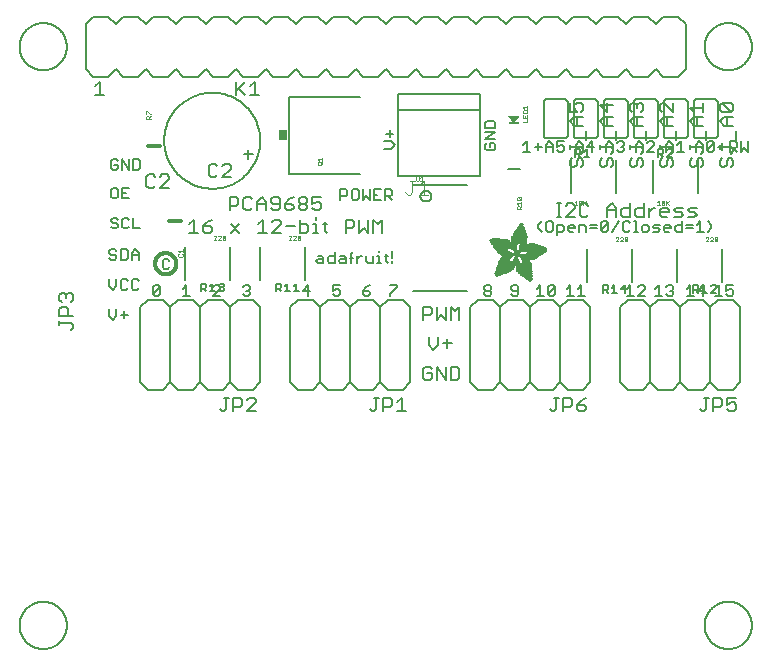
<source format=gbr>
G04 EAGLE Gerber RS-274X export*
G75*
%MOMM*%
%FSLAX34Y34*%
%LPD*%
%INSilkscreen Top*%
%IPPOS*%
%AMOC8*
5,1,8,0,0,1.08239X$1,22.5*%
G01*
%ADD10C,0.127000*%
%ADD11C,0.152400*%
%ADD12C,0.203200*%
%ADD13C,0.025400*%
%ADD14C,0.304800*%
%ADD15C,0.101600*%
%ADD16R,0.762000X0.863600*%
%ADD17R,0.889000X0.190500*%
%ADD18R,0.068600X0.007600*%
%ADD19R,0.114300X0.007600*%
%ADD20R,0.152400X0.007700*%
%ADD21R,0.182900X0.007600*%
%ADD22R,0.205700X0.007600*%
%ADD23R,0.228600X0.007600*%
%ADD24R,0.259100X0.007600*%
%ADD25R,0.274300X0.007700*%
%ADD26R,0.289500X0.007600*%
%ADD27R,0.304800X0.007600*%
%ADD28R,0.320100X0.007600*%
%ADD29R,0.342900X0.007600*%
%ADD30R,0.350500X0.007700*%
%ADD31R,0.365800X0.007600*%
%ADD32R,0.381000X0.007600*%
%ADD33R,0.388600X0.007600*%
%ADD34R,0.403800X0.007600*%
%ADD35R,0.419100X0.007700*%
%ADD36R,0.426700X0.007600*%
%ADD37R,0.441900X0.007600*%
%ADD38R,0.449600X0.007600*%
%ADD39R,0.464800X0.007600*%
%ADD40R,0.480000X0.007700*%
%ADD41R,0.487600X0.007600*%
%ADD42R,0.495300X0.007600*%
%ADD43R,0.510500X0.007600*%
%ADD44R,0.518100X0.007600*%
%ADD45R,0.525700X0.007700*%
%ADD46R,0.541000X0.007600*%
%ADD47R,0.548600X0.007600*%
%ADD48R,0.563800X0.007600*%
%ADD49R,0.571500X0.007600*%
%ADD50R,0.579100X0.007700*%
%ADD51R,0.594300X0.007600*%
%ADD52R,0.601900X0.007600*%
%ADD53R,0.609600X0.007600*%
%ADD54R,0.624800X0.007600*%
%ADD55R,0.632400X0.007700*%
%ADD56R,0.640000X0.007600*%
%ADD57R,0.655300X0.007600*%
%ADD58R,0.662900X0.007600*%
%ADD59R,0.678100X0.007600*%
%ADD60R,0.685800X0.007700*%
%ADD61R,0.693400X0.007600*%
%ADD62R,0.708600X0.007600*%
%ADD63R,0.716200X0.007600*%
%ADD64R,0.723900X0.007600*%
%ADD65R,0.739100X0.007700*%
%ADD66R,0.746700X0.007600*%
%ADD67R,0.754300X0.007600*%
%ADD68R,0.769600X0.007600*%
%ADD69R,0.777200X0.007600*%
%ADD70R,0.792400X0.007700*%
%ADD71R,0.800100X0.007600*%
%ADD72R,0.807700X0.007600*%
%ADD73R,0.822900X0.007600*%
%ADD74R,0.830500X0.007600*%
%ADD75R,0.838200X0.007700*%
%ADD76R,0.091500X0.007600*%
%ADD77R,0.853400X0.007600*%
%ADD78R,0.144700X0.007600*%
%ADD79R,0.861000X0.007600*%
%ADD80R,0.190500X0.007600*%
%ADD81R,0.876300X0.007600*%
%ADD82R,0.221000X0.007600*%
%ADD83R,0.883900X0.007600*%
%ADD84R,0.259000X0.007700*%
%ADD85R,0.891500X0.007700*%
%ADD86R,0.289600X0.007600*%
%ADD87R,0.906700X0.007600*%
%ADD88R,0.914400X0.007600*%
%ADD89R,0.350500X0.007600*%
%ADD90R,0.922000X0.007600*%
%ADD91R,0.937200X0.007600*%
%ADD92R,0.411400X0.007700*%
%ADD93R,0.944800X0.007700*%
%ADD94R,0.434300X0.007600*%
%ADD95R,0.952500X0.007600*%
%ADD96R,0.464900X0.007600*%
%ADD97R,0.967700X0.007600*%
%ADD98R,0.975300X0.007600*%
%ADD99R,0.518200X0.007600*%
%ADD100R,0.990600X0.007600*%
%ADD101R,0.548600X0.007700*%
%ADD102R,0.998200X0.007700*%
%ADD103R,1.005800X0.007600*%
%ADD104R,0.594400X0.007600*%
%ADD105R,1.021000X0.007600*%
%ADD106R,0.617200X0.007600*%
%ADD107R,1.028700X0.007600*%
%ADD108R,0.647700X0.007600*%
%ADD109R,1.036300X0.007600*%
%ADD110R,0.670500X0.007700*%
%ADD111R,1.051500X0.007700*%
%ADD112R,1.059100X0.007600*%
%ADD113R,0.716300X0.007600*%
%ADD114R,1.066800X0.007600*%
%ADD115R,0.739100X0.007600*%
%ADD116R,1.074400X0.007600*%
%ADD117R,0.762000X0.007600*%
%ADD118R,1.089600X0.007600*%
%ADD119R,0.784800X0.007700*%
%ADD120R,1.097200X0.007700*%
%ADD121R,1.104900X0.007600*%
%ADD122R,0.830600X0.007600*%
%ADD123R,1.112500X0.007600*%
%ADD124R,0.845800X0.007600*%
%ADD125R,1.120100X0.007600*%
%ADD126R,0.868700X0.007600*%
%ADD127R,1.127700X0.007600*%
%ADD128R,1.135300X0.007700*%
%ADD129R,1.143000X0.007600*%
%ADD130R,0.944900X0.007600*%
%ADD131R,1.150600X0.007600*%
%ADD132R,0.960100X0.007600*%
%ADD133R,1.158200X0.007600*%
%ADD134R,0.983000X0.007600*%
%ADD135R,1.165800X0.007600*%
%ADD136R,1.005900X0.007700*%
%ADD137R,1.173400X0.007700*%
%ADD138R,1.021100X0.007600*%
%ADD139R,1.181100X0.007600*%
%ADD140R,1.044000X0.007600*%
%ADD141R,1.188700X0.007600*%
%ADD142R,1.196300X0.007600*%
%ADD143R,1.082000X0.007600*%
%ADD144R,1.203900X0.007600*%
%ADD145R,1.104900X0.007700*%
%ADD146R,1.211500X0.007700*%
%ADD147R,1.211500X0.007600*%
%ADD148R,1.219200X0.007600*%
%ADD149R,1.226800X0.007600*%
%ADD150R,1.234400X0.007600*%
%ADD151R,1.188700X0.007700*%
%ADD152R,1.242000X0.007700*%
%ADD153R,1.242000X0.007600*%
%ADD154R,1.211600X0.007600*%
%ADD155R,1.249600X0.007600*%
%ADD156R,1.257300X0.007600*%
%ADD157R,1.264900X0.007600*%
%ADD158R,1.242100X0.007700*%
%ADD159R,1.264900X0.007700*%
%ADD160R,1.272500X0.007600*%
%ADD161R,1.265000X0.007600*%
%ADD162R,1.280100X0.007600*%
%ADD163R,1.272600X0.007600*%
%ADD164R,1.287700X0.007600*%
%ADD165R,1.287800X0.007600*%
%ADD166R,1.295400X0.007700*%
%ADD167R,1.303000X0.007600*%
%ADD168R,1.318200X0.007600*%
%ADD169R,1.310600X0.007600*%
%ADD170R,1.325900X0.007600*%
%ADD171R,1.341100X0.007700*%
%ADD172R,1.318200X0.007700*%
%ADD173R,1.341100X0.007600*%
%ADD174R,1.325800X0.007600*%
%ADD175R,1.348700X0.007600*%
%ADD176R,1.364000X0.007600*%
%ADD177R,1.333500X0.007600*%
%ADD178R,1.371600X0.007700*%
%ADD179R,1.379200X0.007600*%
%ADD180R,1.379300X0.007600*%
%ADD181R,1.386900X0.007600*%
%ADD182R,1.394500X0.007600*%
%ADD183R,1.356300X0.007600*%
%ADD184R,1.394400X0.007700*%
%ADD185R,1.356300X0.007700*%
%ADD186R,1.402000X0.007600*%
%ADD187R,1.409700X0.007600*%
%ADD188R,1.363900X0.007600*%
%ADD189R,1.417300X0.007600*%
%ADD190R,1.371600X0.007600*%
%ADD191R,1.424900X0.007700*%
%ADD192R,1.424900X0.007600*%
%ADD193R,1.432600X0.007600*%
%ADD194R,1.440200X0.007600*%
%ADD195R,1.386800X0.007600*%
%ADD196R,1.447800X0.007700*%
%ADD197R,1.386800X0.007700*%
%ADD198R,1.447800X0.007600*%
%ADD199R,1.455500X0.007600*%
%ADD200R,1.394400X0.007600*%
%ADD201R,1.463100X0.007600*%
%ADD202R,1.455400X0.007700*%
%ADD203R,1.463000X0.007600*%
%ADD204R,1.470600X0.007600*%
%ADD205R,1.470600X0.007700*%
%ADD206R,1.409700X0.007700*%
%ADD207R,1.470700X0.007600*%
%ADD208R,1.402100X0.007600*%
%ADD209R,1.478300X0.007600*%
%ADD210R,1.478300X0.007700*%
%ADD211R,1.402100X0.007700*%
%ADD212R,1.485900X0.007600*%
%ADD213R,1.485900X0.007700*%
%ADD214R,1.493500X0.007700*%
%ADD215R,1.493500X0.007600*%
%ADD216R,1.394500X0.007700*%
%ADD217R,1.493600X0.007700*%
%ADD218R,1.386900X0.007700*%
%ADD219R,1.379200X0.007700*%
%ADD220R,2.857500X0.007700*%
%ADD221R,2.857500X0.007600*%
%ADD222R,2.849900X0.007600*%
%ADD223R,2.842300X0.007600*%
%ADD224R,2.834700X0.007700*%
%ADD225R,2.827000X0.007600*%
%ADD226R,2.819400X0.007600*%
%ADD227R,2.811800X0.007600*%
%ADD228R,2.811800X0.007700*%
%ADD229R,2.804100X0.007600*%
%ADD230R,2.796500X0.007600*%
%ADD231R,1.966000X0.007600*%
%ADD232R,1.943100X0.007600*%
%ADD233R,0.754400X0.007600*%
%ADD234R,1.927900X0.007700*%
%ADD235R,0.746700X0.007700*%
%ADD236R,1.912600X0.007600*%
%ADD237R,0.731500X0.007600*%
%ADD238R,1.905000X0.007600*%
%ADD239R,1.882200X0.007600*%
%ADD240R,1.874600X0.007600*%
%ADD241R,1.866900X0.007700*%
%ADD242R,0.708700X0.007700*%
%ADD243R,1.851600X0.007600*%
%ADD244R,0.701100X0.007600*%
%ADD245R,1.844000X0.007600*%
%ADD246R,1.836400X0.007600*%
%ADD247R,1.821200X0.007600*%
%ADD248R,0.685800X0.007600*%
%ADD249R,1.813500X0.007700*%
%ADD250R,1.805900X0.007600*%
%ADD251R,0.678200X0.007600*%
%ADD252R,1.790700X0.007600*%
%ADD253R,0.670600X0.007600*%
%ADD254R,1.775500X0.007600*%
%ADD255R,1.767900X0.007700*%
%ADD256R,0.663000X0.007700*%
%ADD257R,1.760200X0.007600*%
%ADD258R,1.752600X0.007600*%
%ADD259R,0.937300X0.007600*%
%ADD260R,0.792500X0.007600*%
%ADD261R,0.899100X0.007600*%
%ADD262R,0.883900X0.007700*%
%ADD263R,0.716300X0.007700*%
%ADD264R,0.647700X0.007700*%
%ADD265R,0.640100X0.007600*%
%ADD266R,0.632500X0.007600*%
%ADD267R,0.655400X0.007600*%
%ADD268R,0.632400X0.007600*%
%ADD269R,0.845800X0.007700*%
%ADD270R,0.617200X0.007700*%
%ADD271R,0.624800X0.007700*%
%ADD272R,0.602000X0.007600*%
%ADD273R,0.838200X0.007600*%
%ADD274R,0.586700X0.007600*%
%ADD275R,0.548700X0.007600*%
%ADD276R,0.830500X0.007700*%
%ADD277R,0.541000X0.007700*%
%ADD278R,0.594300X0.007700*%
%ADD279R,0.525800X0.007600*%
%ADD280R,0.586800X0.007600*%
%ADD281R,0.815300X0.007600*%
%ADD282R,0.579200X0.007600*%
%ADD283R,0.815400X0.007600*%
%ADD284R,0.815400X0.007700*%
%ADD285R,0.571500X0.007700*%
%ADD286R,0.807800X0.007600*%
%ADD287R,0.563900X0.007600*%
%ADD288R,0.457200X0.007600*%
%ADD289R,0.442000X0.007600*%
%ADD290R,0.556300X0.007600*%
%ADD291R,0.807700X0.007700*%
%ADD292R,0.411500X0.007600*%
%ADD293R,0.533400X0.007600*%
%ADD294R,0.076200X0.007600*%
%ADD295R,0.403900X0.007600*%
%ADD296R,0.525700X0.007600*%
%ADD297R,0.388700X0.007600*%
%ADD298R,0.297200X0.007600*%
%ADD299R,0.373400X0.007700*%
%ADD300R,0.503000X0.007700*%
%ADD301R,0.426800X0.007700*%
%ADD302R,0.358100X0.007600*%
%ADD303R,0.502900X0.007600*%
%ADD304R,0.472400X0.007600*%
%ADD305R,0.487700X0.007600*%
%ADD306R,0.335300X0.007600*%
%ADD307R,0.792500X0.007700*%
%ADD308R,0.327600X0.007700*%
%ADD309R,0.472400X0.007700*%
%ADD310R,0.640000X0.007700*%
%ADD311R,0.784800X0.007600*%
%ADD312R,0.320000X0.007600*%
%ADD313R,0.792400X0.007600*%
%ADD314R,1.173400X0.007600*%
%ADD315R,1.196400X0.007600*%
%ADD316R,0.784900X0.007600*%
%ADD317R,0.784900X0.007700*%
%ADD318R,0.297200X0.007700*%
%ADD319R,1.249700X0.007600*%
%ADD320R,0.281900X0.007600*%
%ADD321R,1.295400X0.007600*%
%ADD322R,0.266700X0.007600*%
%ADD323R,0.777300X0.007700*%
%ADD324R,0.266700X0.007700*%
%ADD325R,1.333500X0.007700*%
%ADD326R,0.777300X0.007600*%
%ADD327R,1.348800X0.007600*%
%ADD328R,0.251500X0.007600*%
%ADD329R,0.243900X0.007700*%
%ADD330R,0.243900X0.007600*%
%ADD331R,1.440100X0.007600*%
%ADD332R,0.236200X0.007600*%
%ADD333R,0.762000X0.007700*%
%ADD334R,0.236200X0.007700*%
%ADD335R,1.508700X0.007700*%
%ADD336R,1.531600X0.007600*%
%ADD337R,1.546900X0.007600*%
%ADD338R,1.569700X0.007600*%
%ADD339R,1.585000X0.007600*%
%ADD340R,0.746800X0.007700*%
%ADD341R,1.607800X0.007700*%
%ADD342R,0.243800X0.007600*%
%ADD343R,1.630700X0.007600*%
%ADD344R,1.653500X0.007600*%
%ADD345R,0.739200X0.007600*%
%ADD346R,1.684000X0.007600*%
%ADD347R,2.019300X0.007600*%
%ADD348R,0.731500X0.007700*%
%ADD349R,2.026900X0.007700*%
%ADD350R,2.049800X0.007600*%
%ADD351R,2.057400X0.007600*%
%ADD352R,0.708700X0.007600*%
%ADD353R,2.072600X0.007600*%
%ADD354R,0.701000X0.007600*%
%ADD355R,2.095500X0.007600*%
%ADD356R,0.693500X0.007700*%
%ADD357R,2.110800X0.007700*%
%ADD358R,2.141200X0.007600*%
%ADD359R,0.060900X0.007600*%
%ADD360R,2.872700X0.007600*%
%ADD361R,3.124200X0.007600*%
%ADD362R,3.177600X0.007600*%
%ADD363R,3.215600X0.007700*%
%ADD364R,3.253700X0.007600*%
%ADD365R,3.284300X0.007600*%
%ADD366R,3.314700X0.007600*%
%ADD367R,3.352800X0.007600*%
%ADD368R,3.375600X0.007700*%
%ADD369R,3.406200X0.007600*%
%ADD370R,3.429000X0.007600*%
%ADD371R,3.451800X0.007600*%
%ADD372R,3.482400X0.007600*%
%ADD373R,1.828800X0.007700*%
%ADD374R,1.539300X0.007700*%
%ADD375R,1.767900X0.007600*%
%ADD376R,1.767800X0.007600*%
%ADD377R,1.760200X0.007700*%
%ADD378R,1.760300X0.007600*%
%ADD379R,1.775400X0.007700*%
%ADD380R,1.379300X0.007700*%
%ADD381R,1.783000X0.007600*%
%ADD382R,1.813500X0.007600*%
%ADD383R,1.821100X0.007700*%
%ADD384R,0.503000X0.007600*%
%ADD385R,1.135400X0.007600*%
%ADD386R,1.127700X0.007700*%
%ADD387R,0.487700X0.007700*%
%ADD388R,1.120200X0.007600*%
%ADD389R,1.097300X0.007600*%
%ADD390R,0.510600X0.007600*%
%ADD391R,1.074400X0.007700*%
%ADD392R,0.525800X0.007700*%
%ADD393R,1.440200X0.007700*%
%ADD394R,1.059200X0.007600*%
%ADD395R,1.051600X0.007600*%
%ADD396R,1.051500X0.007600*%
%ADD397R,1.043900X0.007700*%
%ADD398R,0.602000X0.007700*%
%ADD399R,1.524000X0.007600*%
%ADD400R,1.539300X0.007600*%
%ADD401R,1.592600X0.007600*%
%ADD402R,1.021100X0.007700*%
%ADD403R,1.615400X0.007700*%
%ADD404R,1.013400X0.007600*%
%ADD405R,1.653600X0.007600*%
%ADD406R,1.013500X0.007600*%
%ADD407R,1.699300X0.007600*%
%ADD408R,2.743200X0.007600*%
%ADD409R,1.005900X0.007600*%
%ADD410R,2.415500X0.007600*%
%ADD411R,1.005800X0.007700*%
%ADD412R,0.281900X0.007700*%
%ADD413R,2.408000X0.007700*%
%ADD414R,2.407900X0.007600*%
%ADD415R,0.998200X0.007600*%
%ADD416R,0.282000X0.007600*%
%ADD417R,0.998300X0.007600*%
%ADD418R,2.400300X0.007600*%
%ADD419R,0.289500X0.007700*%
%ADD420R,2.400300X0.007700*%
%ADD421R,0.297100X0.007600*%
%ADD422R,0.312400X0.007600*%
%ADD423R,2.392700X0.007600*%
%ADD424R,0.990600X0.007700*%
%ADD425R,0.327700X0.007700*%
%ADD426R,2.392700X0.007700*%
%ADD427R,2.385100X0.007600*%
%ADD428R,0.381000X0.007700*%
%ADD429R,2.377400X0.007700*%
%ADD430R,2.377400X0.007600*%
%ADD431R,2.369800X0.007600*%
%ADD432R,0.419100X0.007600*%
%ADD433R,2.362200X0.007600*%
%ADD434R,0.426800X0.007600*%
%ADD435R,1.036300X0.007700*%
%ADD436R,0.442000X0.007700*%
%ADD437R,2.354600X0.007700*%
%ADD438R,2.354600X0.007600*%
%ADD439R,0.480100X0.007600*%
%ADD440R,2.347000X0.007600*%
%ADD441R,1.074500X0.007600*%
%ADD442R,2.339400X0.007600*%
%ADD443R,1.082100X0.007700*%
%ADD444R,0.548700X0.007700*%
%ADD445R,2.331800X0.007700*%
%ADD446R,2.331800X0.007600*%
%ADD447R,0.624900X0.007600*%
%ADD448R,2.324100X0.007600*%
%ADD449R,1.859300X0.007600*%
%ADD450R,2.308800X0.007600*%
%ADD451R,2.301200X0.007700*%
%ADD452R,2.301200X0.007600*%
%ADD453R,2.293600X0.007600*%
%ADD454R,2.278400X0.007600*%
%ADD455R,1.889800X0.007600*%
%ADD456R,2.270700X0.007600*%
%ADD457R,1.897400X0.007700*%
%ADD458R,2.255500X0.007700*%
%ADD459R,1.897400X0.007600*%
%ADD460R,2.247900X0.007600*%
%ADD461R,2.232600X0.007600*%
%ADD462R,1.912700X0.007600*%
%ADD463R,2.209800X0.007600*%
%ADD464R,1.920300X0.007600*%
%ADD465R,2.186900X0.007600*%
%ADD466R,1.920300X0.007700*%
%ADD467R,2.171700X0.007700*%
%ADD468R,1.935500X0.007600*%
%ADD469R,2.148800X0.007600*%
%ADD470R,2.126000X0.007600*%
%ADD471R,1.950700X0.007600*%
%ADD472R,1.958400X0.007700*%
%ADD473R,2.042200X0.007700*%
%ADD474R,1.973600X0.007600*%
%ADD475R,1.996500X0.007600*%
%ADD476R,1.981200X0.007600*%
%ADD477R,1.988800X0.007600*%
%ADD478R,1.996400X0.007700*%
%ADD479R,1.996400X0.007600*%
%ADD480R,2.004100X0.007600*%
%ADD481R,1.874500X0.007600*%
%ADD482R,1.425000X0.007600*%
%ADD483R,2.026900X0.007600*%
%ADD484R,0.434400X0.007700*%
%ADD485R,1.364000X0.007700*%
%ADD486R,2.034500X0.007600*%
%ADD487R,0.434400X0.007600*%
%ADD488R,2.049700X0.007600*%
%ADD489R,2.065000X0.007700*%
%ADD490R,0.464800X0.007700*%
%ADD491R,1.196300X0.007700*%
%ADD492R,2.080300X0.007600*%
%ADD493R,1.158300X0.007600*%
%ADD494R,2.087900X0.007600*%
%ADD495R,0.472500X0.007600*%
%ADD496R,2.103100X0.007600*%
%ADD497R,2.118400X0.007600*%
%ADD498R,2.133600X0.007600*%
%ADD499R,2.148800X0.007700*%
%ADD500R,2.164000X0.007600*%
%ADD501R,2.171700X0.007600*%
%ADD502R,2.187000X0.007600*%
%ADD503R,0.556200X0.007600*%
%ADD504R,2.202200X0.007700*%
%ADD505R,0.556200X0.007700*%
%ADD506R,0.640100X0.007700*%
%ADD507R,0.579100X0.007600*%
%ADD508R,0.480000X0.007600*%
%ADD509R,1.752600X0.007700*%
%ADD510R,0.487600X0.007700*%
%ADD511R,0.594400X0.007700*%
%ADD512R,0.358100X0.007700*%
%ADD513R,0.099000X0.007600*%
%ADD514R,1.280200X0.007600*%
%ADD515R,1.745000X0.007600*%
%ADD516R,1.744900X0.007600*%
%ADD517R,1.737300X0.007700*%
%ADD518R,1.737400X0.007600*%
%ADD519R,1.729800X0.007600*%
%ADD520R,1.722200X0.007600*%
%ADD521R,1.722100X0.007600*%
%ADD522R,1.714500X0.007700*%
%ADD523R,1.356400X0.007700*%
%ADD524R,1.706900X0.007600*%
%ADD525R,1.356400X0.007600*%
%ADD526R,1.691700X0.007600*%
%ADD527R,1.668800X0.007700*%
%ADD528R,1.645900X0.007600*%
%ADD529R,1.623100X0.007600*%
%ADD530R,1.577400X0.007600*%
%ADD531R,1.554400X0.007600*%
%ADD532R,1.539200X0.007600*%
%ADD533R,1.524000X0.007700*%
%ADD534R,1.501100X0.007600*%
%ADD535R,1.455400X0.007600*%
%ADD536R,1.348800X0.007700*%
%ADD537R,1.318300X0.007600*%
%ADD538R,1.310600X0.007700*%
%ADD539R,1.287800X0.007700*%
%ADD540R,1.234500X0.007600*%
%ADD541R,1.226900X0.007600*%
%ADD542R,1.173500X0.007700*%
%ADD543R,1.173500X0.007600*%
%ADD544R,1.165900X0.007600*%
%ADD545R,1.143000X0.007700*%
%ADD546R,1.127800X0.007600*%
%ADD547R,1.097200X0.007600*%
%ADD548R,1.028700X0.007700*%
%ADD549R,0.982900X0.007600*%
%ADD550R,0.952500X0.007700*%
%ADD551R,0.929600X0.007600*%
%ADD552R,0.906800X0.007700*%
%ADD553R,0.906800X0.007600*%
%ADD554R,0.899200X0.007600*%
%ADD555R,0.884000X0.007600*%
%ADD556R,0.876300X0.007700*%
%ADD557R,0.830600X0.007700*%
%ADD558R,0.754400X0.007700*%
%ADD559R,0.746800X0.007600*%
%ADD560R,0.708600X0.007700*%
%ADD561R,0.678200X0.007700*%
%ADD562R,0.663000X0.007600*%
%ADD563R,0.632500X0.007700*%
%ADD564R,0.556300X0.007700*%
%ADD565R,0.518200X0.007700*%
%ADD566R,0.434300X0.007700*%
%ADD567R,0.396300X0.007700*%
%ADD568R,0.373300X0.007600*%
%ADD569R,0.365700X0.007600*%
%ADD570R,0.327700X0.007600*%
%ADD571R,0.304800X0.007700*%
%ADD572R,0.274300X0.007600*%
%ADD573R,0.243800X0.007700*%
%ADD574R,0.205800X0.007600*%
%ADD575R,0.152400X0.007600*%
%ADD576R,0.121900X0.007700*%
%ADD577C,0.050800*%

G36*
X433419Y459760D02*
X433419Y459760D01*
X433424Y459760D01*
X433540Y459786D01*
X433656Y459811D01*
X433660Y459813D01*
X433664Y459814D01*
X433766Y459875D01*
X433868Y459936D01*
X433871Y459939D01*
X433874Y459941D01*
X433989Y460063D01*
X437799Y465143D01*
X437807Y465159D01*
X437820Y465172D01*
X437864Y465268D01*
X437913Y465361D01*
X437916Y465379D01*
X437923Y465395D01*
X437935Y465500D01*
X437951Y465604D01*
X437948Y465622D01*
X437950Y465639D01*
X437928Y465742D01*
X437910Y465847D01*
X437902Y465862D01*
X437898Y465880D01*
X437844Y465970D01*
X437794Y466064D01*
X437781Y466076D01*
X437772Y466091D01*
X437692Y466160D01*
X437615Y466232D01*
X437598Y466239D01*
X437585Y466251D01*
X437487Y466290D01*
X437391Y466334D01*
X437373Y466336D01*
X437357Y466343D01*
X437190Y466361D01*
X429570Y466361D01*
X429552Y466358D01*
X429535Y466360D01*
X429431Y466339D01*
X429327Y466322D01*
X429312Y466313D01*
X429294Y466310D01*
X429203Y466256D01*
X429110Y466206D01*
X429098Y466194D01*
X429082Y466185D01*
X429013Y466105D01*
X428941Y466028D01*
X428933Y466012D01*
X428921Y465998D01*
X428881Y465901D01*
X428837Y465805D01*
X428835Y465787D01*
X428828Y465771D01*
X428821Y465665D01*
X428810Y465561D01*
X428814Y465543D01*
X428812Y465525D01*
X428840Y465423D01*
X428862Y465320D01*
X428871Y465305D01*
X428876Y465288D01*
X428961Y465143D01*
X432771Y460063D01*
X432774Y460060D01*
X432776Y460057D01*
X432863Y459975D01*
X432948Y459893D01*
X432952Y459891D01*
X432955Y459888D01*
X433064Y459838D01*
X433171Y459788D01*
X433175Y459788D01*
X433179Y459786D01*
X433297Y459773D01*
X433415Y459760D01*
X433419Y459760D01*
G37*
D10*
X587685Y435755D02*
X587685Y441687D01*
X590651Y444653D01*
X593617Y441687D01*
X593617Y435755D01*
X593617Y440204D02*
X587685Y440204D01*
X597040Y437238D02*
X597040Y443170D01*
X598523Y444653D01*
X601489Y444653D01*
X602972Y443170D01*
X602972Y437238D01*
X601489Y435755D01*
X598523Y435755D01*
X597040Y437238D01*
X602972Y443170D01*
X562285Y441687D02*
X562285Y435755D01*
X562285Y441687D02*
X565251Y444653D01*
X568217Y441687D01*
X568217Y435755D01*
X568217Y440204D02*
X562285Y440204D01*
X571640Y441687D02*
X574606Y444653D01*
X574606Y435755D01*
X571640Y435755D02*
X577572Y435755D01*
X536885Y435755D02*
X536885Y441687D01*
X539851Y444653D01*
X542817Y441687D01*
X542817Y435755D01*
X542817Y440204D02*
X536885Y440204D01*
X546240Y435755D02*
X552172Y435755D01*
X546240Y435755D02*
X552172Y441687D01*
X552172Y443170D01*
X550689Y444653D01*
X547723Y444653D01*
X546240Y443170D01*
X511485Y441687D02*
X511485Y435755D01*
X511485Y441687D02*
X514451Y444653D01*
X517417Y441687D01*
X517417Y435755D01*
X517417Y440204D02*
X511485Y440204D01*
X520840Y443170D02*
X522323Y444653D01*
X525289Y444653D01*
X526772Y443170D01*
X526772Y441687D01*
X525289Y440204D01*
X523806Y440204D01*
X525289Y440204D02*
X526772Y438721D01*
X526772Y437238D01*
X525289Y435755D01*
X522323Y435755D01*
X520840Y437238D01*
X486085Y435755D02*
X486085Y441687D01*
X489051Y444653D01*
X492017Y441687D01*
X492017Y435755D01*
X492017Y440204D02*
X486085Y440204D01*
X499889Y435755D02*
X499889Y444653D01*
X495440Y440204D01*
X501372Y440204D01*
X460685Y441687D02*
X460685Y435755D01*
X460685Y441687D02*
X463651Y444653D01*
X466617Y441687D01*
X466617Y435755D01*
X466617Y440204D02*
X460685Y440204D01*
X470040Y444653D02*
X475972Y444653D01*
X470040Y444653D02*
X470040Y440204D01*
X473006Y441687D01*
X474489Y441687D01*
X475972Y440204D01*
X475972Y437238D01*
X474489Y435755D01*
X471523Y435755D01*
X470040Y437238D01*
D11*
X361592Y279428D02*
X361592Y271971D01*
X365321Y268242D01*
X369049Y271971D01*
X369049Y279428D01*
X373286Y273835D02*
X380743Y273835D01*
X377014Y277563D02*
X377014Y270106D01*
X362105Y254028D02*
X363969Y252163D01*
X362105Y254028D02*
X358376Y254028D01*
X356512Y252163D01*
X356512Y244706D01*
X358376Y242842D01*
X362105Y242842D01*
X363969Y244706D01*
X363969Y248435D01*
X360241Y248435D01*
X368206Y242842D02*
X368206Y254028D01*
X375663Y242842D01*
X375663Y254028D01*
X379900Y254028D02*
X379900Y242842D01*
X385493Y242842D01*
X387357Y244706D01*
X387357Y252163D01*
X385493Y254028D01*
X379900Y254028D01*
D10*
X408455Y321250D02*
X409938Y322733D01*
X412904Y322733D01*
X414387Y321250D01*
X414387Y319767D01*
X412904Y318284D01*
X414387Y316801D01*
X414387Y315318D01*
X412904Y313835D01*
X409938Y313835D01*
X408455Y315318D01*
X408455Y316801D01*
X409938Y318284D01*
X408455Y319767D01*
X408455Y321250D01*
X409938Y318284D02*
X412904Y318284D01*
X431315Y315318D02*
X432798Y313835D01*
X435764Y313835D01*
X437247Y315318D01*
X437247Y321250D01*
X435764Y322733D01*
X432798Y322733D01*
X431315Y321250D01*
X431315Y319767D01*
X432798Y318284D01*
X437247Y318284D01*
X452905Y319767D02*
X455871Y322733D01*
X455871Y313835D01*
X452905Y313835D02*
X458837Y313835D01*
X462260Y315318D02*
X462260Y321250D01*
X463743Y322733D01*
X466709Y322733D01*
X468192Y321250D01*
X468192Y315318D01*
X466709Y313835D01*
X463743Y313835D01*
X462260Y315318D01*
X468192Y321250D01*
X478305Y319767D02*
X481271Y322733D01*
X481271Y313835D01*
X478305Y313835D02*
X484237Y313835D01*
X487660Y319767D02*
X490626Y322733D01*
X490626Y313835D01*
X487660Y313835D02*
X493592Y313835D01*
X529105Y319767D02*
X532071Y322733D01*
X532071Y313835D01*
X529105Y313835D02*
X535037Y313835D01*
X538460Y313835D02*
X544392Y313835D01*
X538460Y313835D02*
X544392Y319767D01*
X544392Y321250D01*
X542909Y322733D01*
X539943Y322733D01*
X538460Y321250D01*
X553235Y319767D02*
X556201Y322733D01*
X556201Y313835D01*
X553235Y313835D02*
X559167Y313835D01*
X562590Y321250D02*
X564073Y322733D01*
X567039Y322733D01*
X568522Y321250D01*
X568522Y319767D01*
X567039Y318284D01*
X565556Y318284D01*
X567039Y318284D02*
X568522Y316801D01*
X568522Y315318D01*
X567039Y313835D01*
X564073Y313835D01*
X562590Y315318D01*
X579905Y319767D02*
X582871Y322733D01*
X582871Y313835D01*
X579905Y313835D02*
X585837Y313835D01*
X593709Y313835D02*
X593709Y322733D01*
X589260Y318284D01*
X595192Y318284D01*
X604035Y319767D02*
X607001Y322733D01*
X607001Y313835D01*
X604035Y313835D02*
X609967Y313835D01*
X613390Y322733D02*
X619322Y322733D01*
X613390Y322733D02*
X613390Y318284D01*
X616356Y319767D01*
X617839Y319767D01*
X619322Y318284D01*
X619322Y315318D01*
X617839Y313835D01*
X614873Y313835D01*
X613390Y315318D01*
X127785Y315318D02*
X127785Y321250D01*
X129268Y322733D01*
X132234Y322733D01*
X133717Y321250D01*
X133717Y315318D01*
X132234Y313835D01*
X129268Y313835D01*
X127785Y315318D01*
X133717Y321250D01*
X153185Y319767D02*
X156151Y322733D01*
X156151Y313835D01*
X153185Y313835D02*
X159117Y313835D01*
X178585Y313835D02*
X184517Y313835D01*
X178585Y313835D02*
X184517Y319767D01*
X184517Y321250D01*
X183034Y322733D01*
X180068Y322733D01*
X178585Y321250D01*
X203985Y321250D02*
X205468Y322733D01*
X208434Y322733D01*
X209917Y321250D01*
X209917Y319767D01*
X208434Y318284D01*
X206951Y318284D01*
X208434Y318284D02*
X209917Y316801D01*
X209917Y315318D01*
X208434Y313835D01*
X205468Y313835D01*
X203985Y315318D01*
X259234Y313835D02*
X259234Y322733D01*
X254785Y318284D01*
X260717Y318284D01*
X280185Y322733D02*
X286117Y322733D01*
X280185Y322733D02*
X280185Y318284D01*
X283151Y319767D01*
X284634Y319767D01*
X286117Y318284D01*
X286117Y315318D01*
X284634Y313835D01*
X281668Y313835D01*
X280185Y315318D01*
X308551Y321250D02*
X311517Y322733D01*
X308551Y321250D02*
X305585Y318284D01*
X305585Y315318D01*
X307068Y313835D01*
X310034Y313835D01*
X311517Y315318D01*
X311517Y316801D01*
X310034Y318284D01*
X305585Y318284D01*
X328445Y322733D02*
X334377Y322733D01*
X334377Y321250D01*
X328445Y315318D01*
X328445Y313835D01*
D11*
X356512Y304828D02*
X356512Y293642D01*
X356512Y304828D02*
X362105Y304828D01*
X363969Y302963D01*
X363969Y299235D01*
X362105Y297371D01*
X356512Y297371D01*
X368206Y293642D02*
X368206Y304828D01*
X371934Y297371D02*
X368206Y293642D01*
X371934Y297371D02*
X375663Y293642D01*
X375663Y304828D01*
X379900Y304828D02*
X379900Y293642D01*
X383628Y301099D02*
X379900Y304828D01*
X383628Y301099D02*
X387357Y304828D01*
X387357Y293642D01*
D10*
X408947Y441554D02*
X410430Y443037D01*
X408947Y441554D02*
X408947Y438588D01*
X410430Y437105D01*
X416362Y437105D01*
X417845Y438588D01*
X417845Y441554D01*
X416362Y443037D01*
X413396Y443037D01*
X413396Y440071D01*
X417845Y446460D02*
X408947Y446460D01*
X417845Y452392D01*
X408947Y452392D01*
X408947Y455815D02*
X417845Y455815D01*
X417845Y460264D01*
X416362Y461747D01*
X410430Y461747D01*
X408947Y460264D01*
X408947Y455815D01*
X329789Y438695D02*
X323857Y438695D01*
X329789Y438695D02*
X332755Y441661D01*
X329789Y444627D01*
X323857Y444627D01*
X328306Y448050D02*
X328306Y453982D01*
X325340Y451016D02*
X331272Y451016D01*
X98317Y427930D02*
X96834Y429413D01*
X93868Y429413D01*
X92385Y427930D01*
X92385Y421998D01*
X93868Y420515D01*
X96834Y420515D01*
X98317Y421998D01*
X98317Y424964D01*
X95351Y424964D01*
X101740Y420515D02*
X101740Y429413D01*
X107672Y420515D01*
X107672Y429413D01*
X111095Y429413D02*
X111095Y420515D01*
X115544Y420515D01*
X117027Y421998D01*
X117027Y427930D01*
X115544Y429413D01*
X111095Y429413D01*
X96834Y405283D02*
X93868Y405283D01*
X92385Y403800D01*
X92385Y397868D01*
X93868Y396385D01*
X96834Y396385D01*
X98317Y397868D01*
X98317Y403800D01*
X96834Y405283D01*
X101740Y405283D02*
X107672Y405283D01*
X101740Y405283D02*
X101740Y396385D01*
X107672Y396385D01*
X104706Y400834D02*
X101740Y400834D01*
X96834Y379883D02*
X98317Y378400D01*
X96834Y379883D02*
X93868Y379883D01*
X92385Y378400D01*
X92385Y376917D01*
X93868Y375434D01*
X96834Y375434D01*
X98317Y373951D01*
X98317Y372468D01*
X96834Y370985D01*
X93868Y370985D01*
X92385Y372468D01*
X106189Y379883D02*
X107672Y378400D01*
X106189Y379883D02*
X103223Y379883D01*
X101740Y378400D01*
X101740Y372468D01*
X103223Y370985D01*
X106189Y370985D01*
X107672Y372468D01*
X111095Y370985D02*
X111095Y379883D01*
X111095Y370985D02*
X117027Y370985D01*
X97047Y351730D02*
X95564Y353213D01*
X92598Y353213D01*
X91115Y351730D01*
X91115Y350247D01*
X92598Y348764D01*
X95564Y348764D01*
X97047Y347281D01*
X97047Y345798D01*
X95564Y344315D01*
X92598Y344315D01*
X91115Y345798D01*
X100470Y344315D02*
X100470Y353213D01*
X100470Y344315D02*
X104919Y344315D01*
X106402Y345798D01*
X106402Y351730D01*
X104919Y353213D01*
X100470Y353213D01*
X109825Y350247D02*
X109825Y344315D01*
X109825Y350247D02*
X112791Y353213D01*
X115757Y350247D01*
X115757Y344315D01*
X115757Y348764D02*
X109825Y348764D01*
X91115Y327813D02*
X91115Y321881D01*
X94081Y318915D01*
X97047Y321881D01*
X97047Y327813D01*
X104919Y327813D02*
X106402Y326330D01*
X104919Y327813D02*
X101953Y327813D01*
X100470Y326330D01*
X100470Y320398D01*
X101953Y318915D01*
X104919Y318915D01*
X106402Y320398D01*
X114274Y327813D02*
X115757Y326330D01*
X114274Y327813D02*
X111308Y327813D01*
X109825Y326330D01*
X109825Y320398D01*
X111308Y318915D01*
X114274Y318915D01*
X115757Y320398D01*
D11*
X469702Y380952D02*
X473431Y380952D01*
X471566Y380952D02*
X471566Y392138D01*
X469702Y392138D02*
X473431Y392138D01*
X477498Y380952D02*
X484955Y380952D01*
X477498Y380952D02*
X484955Y388409D01*
X484955Y390273D01*
X483091Y392138D01*
X479362Y392138D01*
X477498Y390273D01*
X494785Y392138D02*
X496649Y390273D01*
X494785Y392138D02*
X491056Y392138D01*
X489192Y390273D01*
X489192Y382816D01*
X491056Y380952D01*
X494785Y380952D01*
X496649Y382816D01*
X512580Y380952D02*
X512580Y388409D01*
X516308Y392138D01*
X520037Y388409D01*
X520037Y380952D01*
X520037Y386545D02*
X512580Y386545D01*
X531731Y392138D02*
X531731Y380952D01*
X526138Y380952D01*
X524274Y382816D01*
X524274Y386545D01*
X526138Y388409D01*
X531731Y388409D01*
X543425Y392138D02*
X543425Y380952D01*
X537832Y380952D01*
X535968Y382816D01*
X535968Y386545D01*
X537832Y388409D01*
X543425Y388409D01*
X547662Y388409D02*
X547662Y380952D01*
X547662Y384681D02*
X551390Y388409D01*
X553255Y388409D01*
X559271Y380952D02*
X563000Y380952D01*
X559271Y380952D02*
X557407Y382816D01*
X557407Y386545D01*
X559271Y388409D01*
X563000Y388409D01*
X564864Y386545D01*
X564864Y384681D01*
X557407Y384681D01*
X569101Y380952D02*
X574693Y380952D01*
X576558Y382816D01*
X574693Y384681D01*
X570965Y384681D01*
X569101Y386545D01*
X570965Y388409D01*
X576558Y388409D01*
X580795Y380952D02*
X586387Y380952D01*
X588252Y382816D01*
X586387Y384681D01*
X582659Y384681D01*
X580795Y386545D01*
X582659Y388409D01*
X588252Y388409D01*
D10*
X457301Y368125D02*
X454335Y371091D01*
X454335Y374057D01*
X457301Y377023D01*
X462055Y377023D02*
X465021Y377023D01*
X462055Y377023D02*
X460572Y375540D01*
X460572Y369608D01*
X462055Y368125D01*
X465021Y368125D01*
X466504Y369608D01*
X466504Y375540D01*
X465021Y377023D01*
X469927Y374057D02*
X469927Y365159D01*
X469927Y374057D02*
X474376Y374057D01*
X475859Y372574D01*
X475859Y369608D01*
X474376Y368125D01*
X469927Y368125D01*
X480765Y368125D02*
X483731Y368125D01*
X480765Y368125D02*
X479282Y369608D01*
X479282Y372574D01*
X480765Y374057D01*
X483731Y374057D01*
X485214Y372574D01*
X485214Y371091D01*
X479282Y371091D01*
X488637Y368125D02*
X488637Y374057D01*
X493086Y374057D01*
X494569Y372574D01*
X494569Y368125D01*
X497993Y371091D02*
X503924Y371091D01*
X503924Y374057D02*
X497993Y374057D01*
X507348Y375540D02*
X507348Y369608D01*
X507348Y375540D02*
X508831Y377023D01*
X511797Y377023D01*
X513279Y375540D01*
X513279Y369608D01*
X511797Y368125D01*
X508831Y368125D01*
X507348Y369608D01*
X513279Y375540D01*
X516703Y368125D02*
X522635Y377023D01*
X530507Y377023D02*
X531990Y375540D01*
X530507Y377023D02*
X527541Y377023D01*
X526058Y375540D01*
X526058Y369608D01*
X527541Y368125D01*
X530507Y368125D01*
X531990Y369608D01*
X535413Y377023D02*
X536896Y377023D01*
X536896Y368125D01*
X535413Y368125D02*
X538379Y368125D01*
X543133Y368125D02*
X546099Y368125D01*
X547582Y369608D01*
X547582Y372574D01*
X546099Y374057D01*
X543133Y374057D01*
X541650Y372574D01*
X541650Y369608D01*
X543133Y368125D01*
X551005Y368125D02*
X555454Y368125D01*
X556937Y369608D01*
X555454Y371091D01*
X552488Y371091D01*
X551005Y372574D01*
X552488Y374057D01*
X556937Y374057D01*
X561843Y368125D02*
X564809Y368125D01*
X561843Y368125D02*
X560360Y369608D01*
X560360Y372574D01*
X561843Y374057D01*
X564809Y374057D01*
X566292Y372574D01*
X566292Y371091D01*
X560360Y371091D01*
X575647Y368125D02*
X575647Y377023D01*
X575647Y368125D02*
X571199Y368125D01*
X569716Y369608D01*
X569716Y372574D01*
X571199Y374057D01*
X575647Y374057D01*
X579071Y371091D02*
X585003Y371091D01*
X585003Y374057D02*
X579071Y374057D01*
X588426Y374057D02*
X591392Y377023D01*
X591392Y368125D01*
X588426Y368125D02*
X594358Y368125D01*
X597781Y368125D02*
X600747Y371091D01*
X600747Y374057D01*
X597781Y377023D01*
X444601Y444653D02*
X441635Y441687D01*
X444601Y444653D02*
X444601Y435755D01*
X441635Y435755D02*
X447567Y435755D01*
X450990Y440204D02*
X456922Y440204D01*
X453956Y443170D02*
X453956Y437238D01*
X606735Y440204D02*
X612667Y440204D01*
X609701Y443170D02*
X609701Y437238D01*
X616090Y435755D02*
X616090Y444653D01*
X620539Y444653D01*
X622022Y443170D01*
X622022Y440204D01*
X620539Y438721D01*
X616090Y438721D01*
X619056Y438721D02*
X622022Y435755D01*
X625445Y435755D02*
X625445Y444653D01*
X628411Y438721D02*
X625445Y435755D01*
X628411Y438721D02*
X631377Y435755D01*
X631377Y444653D01*
D11*
X182519Y423613D02*
X180655Y425478D01*
X176926Y425478D01*
X175062Y423613D01*
X175062Y416156D01*
X176926Y414292D01*
X180655Y414292D01*
X182519Y416156D01*
X186756Y414292D02*
X194213Y414292D01*
X186756Y414292D02*
X194213Y421749D01*
X194213Y423613D01*
X192349Y425478D01*
X188620Y425478D01*
X186756Y423613D01*
D10*
X91115Y302413D02*
X91115Y296481D01*
X94081Y293515D01*
X97047Y296481D01*
X97047Y302413D01*
X100470Y297964D02*
X106402Y297964D01*
X103436Y300930D02*
X103436Y294998D01*
X286695Y395115D02*
X286695Y404013D01*
X291144Y404013D01*
X292627Y402530D01*
X292627Y399564D01*
X291144Y398081D01*
X286695Y398081D01*
X297533Y404013D02*
X300499Y404013D01*
X297533Y404013D02*
X296050Y402530D01*
X296050Y396598D01*
X297533Y395115D01*
X300499Y395115D01*
X301982Y396598D01*
X301982Y402530D01*
X300499Y404013D01*
X305405Y404013D02*
X305405Y395115D01*
X308371Y398081D01*
X311337Y395115D01*
X311337Y404013D01*
X314761Y404013D02*
X320692Y404013D01*
X314761Y404013D02*
X314761Y395115D01*
X320692Y395115D01*
X317726Y399564D02*
X314761Y399564D01*
X324116Y395115D02*
X324116Y404013D01*
X328565Y404013D01*
X330047Y402530D01*
X330047Y399564D01*
X328565Y398081D01*
X324116Y398081D01*
X327082Y398081D02*
X330047Y395115D01*
D11*
X192842Y397538D02*
X192842Y386352D01*
X192842Y397538D02*
X198435Y397538D01*
X200299Y395673D01*
X200299Y391945D01*
X198435Y390081D01*
X192842Y390081D01*
X210129Y397538D02*
X211993Y395673D01*
X210129Y397538D02*
X206400Y397538D01*
X204536Y395673D01*
X204536Y388216D01*
X206400Y386352D01*
X210129Y386352D01*
X211993Y388216D01*
X216230Y386352D02*
X216230Y393809D01*
X219958Y397538D01*
X223687Y393809D01*
X223687Y386352D01*
X223687Y391945D02*
X216230Y391945D01*
X227924Y388216D02*
X229788Y386352D01*
X233517Y386352D01*
X235381Y388216D01*
X235381Y395673D01*
X233517Y397538D01*
X229788Y397538D01*
X227924Y395673D01*
X227924Y393809D01*
X229788Y391945D01*
X235381Y391945D01*
X243346Y395673D02*
X247075Y397538D01*
X243346Y395673D02*
X239618Y391945D01*
X239618Y388216D01*
X241482Y386352D01*
X245211Y386352D01*
X247075Y388216D01*
X247075Y390081D01*
X245211Y391945D01*
X239618Y391945D01*
X251312Y395673D02*
X253176Y397538D01*
X256905Y397538D01*
X258769Y395673D01*
X258769Y393809D01*
X256905Y391945D01*
X258769Y390081D01*
X258769Y388216D01*
X256905Y386352D01*
X253176Y386352D01*
X251312Y388216D01*
X251312Y390081D01*
X253176Y391945D01*
X251312Y393809D01*
X251312Y395673D01*
X253176Y391945D02*
X256905Y391945D01*
X263006Y397538D02*
X270463Y397538D01*
X263006Y397538D02*
X263006Y391945D01*
X266734Y393809D01*
X268599Y393809D01*
X270463Y391945D01*
X270463Y388216D01*
X268599Y386352D01*
X264870Y386352D01*
X263006Y388216D01*
X162281Y378488D02*
X158552Y374759D01*
X162281Y378488D02*
X162281Y367302D01*
X166009Y367302D02*
X158552Y367302D01*
X173974Y376623D02*
X177703Y378488D01*
X173974Y376623D02*
X170246Y372895D01*
X170246Y369166D01*
X172110Y367302D01*
X175839Y367302D01*
X177703Y369166D01*
X177703Y371031D01*
X175839Y372895D01*
X170246Y372895D01*
X193634Y374759D02*
X201091Y367302D01*
X193634Y367302D02*
X201091Y374759D01*
X217022Y374759D02*
X220750Y378488D01*
X220750Y367302D01*
X217022Y367302D02*
X224479Y367302D01*
X228716Y367302D02*
X236173Y367302D01*
X228716Y367302D02*
X236173Y374759D01*
X236173Y376623D01*
X234309Y378488D01*
X230580Y378488D01*
X228716Y376623D01*
X240410Y372895D02*
X247867Y372895D01*
X252104Y378488D02*
X252104Y367302D01*
X257697Y367302D01*
X259561Y369166D01*
X259561Y372895D01*
X257697Y374759D01*
X252104Y374759D01*
X263798Y374759D02*
X265662Y374759D01*
X265662Y367302D01*
X263798Y367302D02*
X267526Y367302D01*
X265662Y378488D02*
X265662Y380352D01*
X273458Y376623D02*
X273458Y369166D01*
X275322Y367302D01*
X275322Y374759D02*
X271594Y374759D01*
X291084Y378488D02*
X291084Y367302D01*
X291084Y378488D02*
X296676Y378488D01*
X298541Y376623D01*
X298541Y372895D01*
X296676Y371031D01*
X291084Y371031D01*
X302778Y367302D02*
X302778Y378488D01*
X306506Y371031D02*
X302778Y367302D01*
X306506Y371031D02*
X310235Y367302D01*
X310235Y378488D01*
X314472Y378488D02*
X314472Y367302D01*
X318200Y374759D02*
X314472Y378488D01*
X318200Y374759D02*
X321929Y378488D01*
X321929Y367302D01*
D10*
X270824Y347707D02*
X267858Y347707D01*
X270824Y347707D02*
X272307Y346224D01*
X272307Y341775D01*
X267858Y341775D01*
X266375Y343258D01*
X267858Y344741D01*
X272307Y344741D01*
X281662Y341775D02*
X281662Y350673D01*
X281662Y341775D02*
X277213Y341775D01*
X275730Y343258D01*
X275730Y346224D01*
X277213Y347707D01*
X281662Y347707D01*
X286568Y347707D02*
X289534Y347707D01*
X291017Y346224D01*
X291017Y341775D01*
X286568Y341775D01*
X285085Y343258D01*
X286568Y344741D01*
X291017Y344741D01*
X295923Y341775D02*
X295923Y349190D01*
X297406Y350673D01*
X297406Y346224D02*
X294441Y346224D01*
X300677Y347707D02*
X300677Y341775D01*
X300677Y344741D02*
X303643Y347707D01*
X305126Y347707D01*
X308473Y347707D02*
X308473Y343258D01*
X309956Y341775D01*
X314405Y341775D01*
X314405Y347707D01*
X317829Y347707D02*
X319311Y347707D01*
X319311Y341775D01*
X317829Y341775D02*
X320794Y341775D01*
X319311Y350673D02*
X319311Y352156D01*
X325548Y349190D02*
X325548Y343258D01*
X327031Y341775D01*
X327031Y347707D02*
X324065Y347707D01*
X330302Y343258D02*
X330302Y341775D01*
X330302Y346224D02*
X330302Y352156D01*
D12*
X348322Y318084D02*
X393978Y318084D01*
X393978Y407376D02*
X348322Y407376D01*
X354386Y398486D02*
X354388Y398621D01*
X354394Y398756D01*
X354404Y398890D01*
X354418Y399024D01*
X354436Y399158D01*
X354457Y399291D01*
X354483Y399423D01*
X354513Y399555D01*
X354546Y399686D01*
X354583Y399815D01*
X354625Y399944D01*
X354669Y400071D01*
X354718Y400197D01*
X354770Y400321D01*
X354826Y400444D01*
X354886Y400565D01*
X354949Y400684D01*
X355015Y400801D01*
X355085Y400916D01*
X355159Y401030D01*
X355236Y401141D01*
X355315Y401249D01*
X355399Y401355D01*
X355485Y401459D01*
X355574Y401560D01*
X355666Y401659D01*
X355761Y401754D01*
X355859Y401847D01*
X355959Y401937D01*
X356062Y402024D01*
X356168Y402108D01*
X356276Y402189D01*
X356386Y402266D01*
X356499Y402340D01*
X356614Y402411D01*
X356731Y402479D01*
X356849Y402543D01*
X356970Y402603D01*
X357092Y402660D01*
X357216Y402713D01*
X357342Y402763D01*
X357468Y402809D01*
X357597Y402851D01*
X357726Y402889D01*
X357856Y402923D01*
X357988Y402954D01*
X358120Y402981D01*
X358253Y403003D01*
X358386Y403022D01*
X358520Y403037D01*
X358655Y403048D01*
X358789Y403055D01*
X358924Y403058D01*
X359059Y403057D01*
X359194Y403052D01*
X359328Y403043D01*
X359463Y403030D01*
X359597Y403013D01*
X359730Y402992D01*
X359862Y402968D01*
X359994Y402939D01*
X360125Y402907D01*
X360255Y402870D01*
X360384Y402830D01*
X360511Y402786D01*
X360637Y402738D01*
X360762Y402687D01*
X360885Y402632D01*
X361007Y402573D01*
X361126Y402511D01*
X361244Y402445D01*
X361360Y402376D01*
X361473Y402304D01*
X361585Y402228D01*
X361694Y402149D01*
X361801Y402067D01*
X361905Y401981D01*
X362007Y401893D01*
X362106Y401801D01*
X362203Y401707D01*
X362296Y401610D01*
X362387Y401510D01*
X362475Y401408D01*
X362559Y401303D01*
X362641Y401195D01*
X362719Y401085D01*
X362794Y400973D01*
X362866Y400859D01*
X362934Y400743D01*
X362999Y400624D01*
X363060Y400504D01*
X363118Y400382D01*
X363172Y400259D01*
X363223Y400134D01*
X363269Y400007D01*
X363312Y399880D01*
X363352Y399751D01*
X363387Y399620D01*
X363419Y399489D01*
X363446Y399357D01*
X363470Y399225D01*
X363490Y399091D01*
X363506Y398957D01*
X363518Y398823D01*
X363526Y398688D01*
X363530Y398553D01*
X363530Y398419D01*
X363526Y398284D01*
X363518Y398149D01*
X363506Y398015D01*
X363490Y397881D01*
X363470Y397747D01*
X363446Y397615D01*
X363419Y397483D01*
X363387Y397352D01*
X363352Y397221D01*
X363312Y397092D01*
X363269Y396965D01*
X363223Y396838D01*
X363172Y396713D01*
X363118Y396590D01*
X363060Y396468D01*
X362999Y396348D01*
X362934Y396229D01*
X362866Y396113D01*
X362794Y395999D01*
X362719Y395887D01*
X362641Y395777D01*
X362559Y395669D01*
X362475Y395564D01*
X362387Y395462D01*
X362296Y395362D01*
X362203Y395265D01*
X362106Y395171D01*
X362007Y395079D01*
X361905Y394991D01*
X361801Y394905D01*
X361694Y394823D01*
X361585Y394744D01*
X361473Y394668D01*
X361360Y394596D01*
X361244Y394527D01*
X361126Y394461D01*
X361007Y394399D01*
X360885Y394340D01*
X360762Y394285D01*
X360637Y394234D01*
X360511Y394186D01*
X360384Y394142D01*
X360255Y394102D01*
X360125Y394065D01*
X359994Y394033D01*
X359862Y394004D01*
X359730Y393980D01*
X359597Y393959D01*
X359463Y393942D01*
X359328Y393929D01*
X359194Y393920D01*
X359059Y393915D01*
X358924Y393914D01*
X358789Y393917D01*
X358655Y393924D01*
X358520Y393935D01*
X358386Y393950D01*
X358253Y393969D01*
X358120Y393991D01*
X357988Y394018D01*
X357856Y394049D01*
X357726Y394083D01*
X357597Y394121D01*
X357468Y394163D01*
X357342Y394209D01*
X357216Y394259D01*
X357092Y394312D01*
X356970Y394369D01*
X356849Y394429D01*
X356731Y394493D01*
X356614Y394561D01*
X356499Y394632D01*
X356386Y394706D01*
X356276Y394783D01*
X356168Y394864D01*
X356062Y394948D01*
X355959Y395035D01*
X355859Y395125D01*
X355761Y395218D01*
X355666Y395313D01*
X355574Y395412D01*
X355485Y395513D01*
X355399Y395617D01*
X355315Y395723D01*
X355236Y395831D01*
X355159Y395942D01*
X355085Y396056D01*
X355015Y396171D01*
X354949Y396288D01*
X354886Y396407D01*
X354826Y396528D01*
X354770Y396651D01*
X354718Y396775D01*
X354669Y396901D01*
X354625Y397028D01*
X354583Y397157D01*
X354546Y397286D01*
X354513Y397417D01*
X354483Y397549D01*
X354457Y397681D01*
X354436Y397814D01*
X354418Y397948D01*
X354404Y398082D01*
X354394Y398216D01*
X354388Y398351D01*
X354386Y398486D01*
D13*
X350449Y411949D02*
X350449Y415126D01*
X350449Y411949D02*
X351085Y411313D01*
X352356Y411313D01*
X352991Y411949D01*
X352991Y415126D01*
X354191Y413855D02*
X355462Y415126D01*
X355462Y411313D01*
X354191Y411313D02*
X356733Y411313D01*
D12*
X585780Y450040D02*
X585780Y477980D01*
X606100Y450040D02*
X606098Y449940D01*
X606092Y449841D01*
X606082Y449741D01*
X606069Y449643D01*
X606051Y449544D01*
X606030Y449447D01*
X606005Y449351D01*
X605976Y449255D01*
X605943Y449161D01*
X605907Y449068D01*
X605867Y448977D01*
X605823Y448887D01*
X605776Y448799D01*
X605726Y448713D01*
X605672Y448629D01*
X605615Y448547D01*
X605555Y448468D01*
X605491Y448390D01*
X605425Y448316D01*
X605356Y448244D01*
X605284Y448175D01*
X605210Y448109D01*
X605132Y448045D01*
X605053Y447985D01*
X604971Y447928D01*
X604887Y447874D01*
X604801Y447824D01*
X604713Y447777D01*
X604623Y447733D01*
X604532Y447693D01*
X604439Y447657D01*
X604345Y447624D01*
X604249Y447595D01*
X604153Y447570D01*
X604056Y447549D01*
X603957Y447531D01*
X603859Y447518D01*
X603759Y447508D01*
X603660Y447502D01*
X603560Y447500D01*
X606100Y477980D02*
X606098Y478080D01*
X606092Y478179D01*
X606082Y478279D01*
X606069Y478377D01*
X606051Y478476D01*
X606030Y478573D01*
X606005Y478669D01*
X605976Y478765D01*
X605943Y478859D01*
X605907Y478952D01*
X605867Y479043D01*
X605823Y479133D01*
X605776Y479221D01*
X605726Y479307D01*
X605672Y479391D01*
X605615Y479473D01*
X605555Y479552D01*
X605491Y479630D01*
X605425Y479704D01*
X605356Y479776D01*
X605284Y479845D01*
X605210Y479911D01*
X605132Y479975D01*
X605053Y480035D01*
X604971Y480092D01*
X604887Y480146D01*
X604801Y480196D01*
X604713Y480243D01*
X604623Y480287D01*
X604532Y480327D01*
X604439Y480363D01*
X604345Y480396D01*
X604249Y480425D01*
X604153Y480450D01*
X604056Y480471D01*
X603957Y480489D01*
X603859Y480502D01*
X603759Y480512D01*
X603660Y480518D01*
X603560Y480520D01*
X588320Y480520D02*
X588220Y480518D01*
X588121Y480512D01*
X588021Y480502D01*
X587923Y480489D01*
X587824Y480471D01*
X587727Y480450D01*
X587631Y480425D01*
X587535Y480396D01*
X587441Y480363D01*
X587348Y480327D01*
X587257Y480287D01*
X587167Y480243D01*
X587079Y480196D01*
X586993Y480146D01*
X586909Y480092D01*
X586827Y480035D01*
X586748Y479975D01*
X586670Y479911D01*
X586596Y479845D01*
X586524Y479776D01*
X586455Y479704D01*
X586389Y479630D01*
X586325Y479552D01*
X586265Y479473D01*
X586208Y479391D01*
X586154Y479307D01*
X586104Y479221D01*
X586057Y479133D01*
X586013Y479043D01*
X585973Y478952D01*
X585937Y478859D01*
X585904Y478765D01*
X585875Y478669D01*
X585850Y478573D01*
X585829Y478476D01*
X585811Y478377D01*
X585798Y478279D01*
X585788Y478179D01*
X585782Y478080D01*
X585780Y477980D01*
X585780Y450040D02*
X585782Y449940D01*
X585788Y449841D01*
X585798Y449741D01*
X585811Y449643D01*
X585829Y449544D01*
X585850Y449447D01*
X585875Y449351D01*
X585904Y449255D01*
X585937Y449161D01*
X585973Y449068D01*
X586013Y448977D01*
X586057Y448887D01*
X586104Y448799D01*
X586154Y448713D01*
X586208Y448629D01*
X586265Y448547D01*
X586325Y448468D01*
X586389Y448390D01*
X586455Y448316D01*
X586524Y448244D01*
X586596Y448175D01*
X586670Y448109D01*
X586748Y448045D01*
X586827Y447985D01*
X586909Y447928D01*
X586993Y447874D01*
X587079Y447824D01*
X587167Y447777D01*
X587257Y447733D01*
X587348Y447693D01*
X587441Y447657D01*
X587535Y447624D01*
X587631Y447595D01*
X587727Y447570D01*
X587824Y447549D01*
X587923Y447531D01*
X588021Y447518D01*
X588121Y447508D01*
X588220Y447502D01*
X588320Y447500D01*
X603560Y447500D01*
X603560Y480520D02*
X588320Y480520D01*
X606100Y477980D02*
X606100Y450040D01*
D10*
X609902Y430312D02*
X607995Y428405D01*
X607995Y424592D01*
X609902Y422685D01*
X611809Y422685D01*
X613715Y424592D01*
X613715Y428405D01*
X615622Y430312D01*
X617528Y430312D01*
X619435Y428405D01*
X619435Y424592D01*
X617528Y422685D01*
X617528Y434379D02*
X619435Y436286D01*
X619435Y438192D01*
X617528Y440099D01*
X607995Y440099D01*
X607995Y438192D02*
X607995Y442006D01*
X621342Y446073D02*
X621342Y453699D01*
X619435Y457767D02*
X611809Y457767D01*
X607995Y461580D01*
X611809Y465393D01*
X619435Y465393D01*
X613715Y465393D02*
X613715Y457767D01*
X617528Y469461D02*
X609902Y469461D01*
X607995Y471368D01*
X607995Y475181D01*
X609902Y477087D01*
X617528Y477087D01*
X619435Y475181D01*
X619435Y471368D01*
X617528Y469461D01*
X609902Y477087D01*
D12*
X560380Y477980D02*
X560380Y450040D01*
X578160Y447500D02*
X578260Y447502D01*
X578359Y447508D01*
X578459Y447518D01*
X578557Y447531D01*
X578656Y447549D01*
X578753Y447570D01*
X578849Y447595D01*
X578945Y447624D01*
X579039Y447657D01*
X579132Y447693D01*
X579223Y447733D01*
X579313Y447777D01*
X579401Y447824D01*
X579487Y447874D01*
X579571Y447928D01*
X579653Y447985D01*
X579732Y448045D01*
X579810Y448109D01*
X579884Y448175D01*
X579956Y448244D01*
X580025Y448316D01*
X580091Y448390D01*
X580155Y448468D01*
X580215Y448547D01*
X580272Y448629D01*
X580326Y448713D01*
X580376Y448799D01*
X580423Y448887D01*
X580467Y448977D01*
X580507Y449068D01*
X580543Y449161D01*
X580576Y449255D01*
X580605Y449351D01*
X580630Y449447D01*
X580651Y449544D01*
X580669Y449643D01*
X580682Y449741D01*
X580692Y449841D01*
X580698Y449940D01*
X580700Y450040D01*
X580700Y477980D02*
X580698Y478080D01*
X580692Y478179D01*
X580682Y478279D01*
X580669Y478377D01*
X580651Y478476D01*
X580630Y478573D01*
X580605Y478669D01*
X580576Y478765D01*
X580543Y478859D01*
X580507Y478952D01*
X580467Y479043D01*
X580423Y479133D01*
X580376Y479221D01*
X580326Y479307D01*
X580272Y479391D01*
X580215Y479473D01*
X580155Y479552D01*
X580091Y479630D01*
X580025Y479704D01*
X579956Y479776D01*
X579884Y479845D01*
X579810Y479911D01*
X579732Y479975D01*
X579653Y480035D01*
X579571Y480092D01*
X579487Y480146D01*
X579401Y480196D01*
X579313Y480243D01*
X579223Y480287D01*
X579132Y480327D01*
X579039Y480363D01*
X578945Y480396D01*
X578849Y480425D01*
X578753Y480450D01*
X578656Y480471D01*
X578557Y480489D01*
X578459Y480502D01*
X578359Y480512D01*
X578260Y480518D01*
X578160Y480520D01*
X562920Y480520D02*
X562820Y480518D01*
X562721Y480512D01*
X562621Y480502D01*
X562523Y480489D01*
X562424Y480471D01*
X562327Y480450D01*
X562231Y480425D01*
X562135Y480396D01*
X562041Y480363D01*
X561948Y480327D01*
X561857Y480287D01*
X561767Y480243D01*
X561679Y480196D01*
X561593Y480146D01*
X561509Y480092D01*
X561427Y480035D01*
X561348Y479975D01*
X561270Y479911D01*
X561196Y479845D01*
X561124Y479776D01*
X561055Y479704D01*
X560989Y479630D01*
X560925Y479552D01*
X560865Y479473D01*
X560808Y479391D01*
X560754Y479307D01*
X560704Y479221D01*
X560657Y479133D01*
X560613Y479043D01*
X560573Y478952D01*
X560537Y478859D01*
X560504Y478765D01*
X560475Y478669D01*
X560450Y478573D01*
X560429Y478476D01*
X560411Y478377D01*
X560398Y478279D01*
X560388Y478179D01*
X560382Y478080D01*
X560380Y477980D01*
X560380Y450040D02*
X560382Y449940D01*
X560388Y449841D01*
X560398Y449741D01*
X560411Y449643D01*
X560429Y449544D01*
X560450Y449447D01*
X560475Y449351D01*
X560504Y449255D01*
X560537Y449161D01*
X560573Y449068D01*
X560613Y448977D01*
X560657Y448887D01*
X560704Y448799D01*
X560754Y448713D01*
X560808Y448629D01*
X560865Y448547D01*
X560925Y448468D01*
X560989Y448390D01*
X561055Y448316D01*
X561124Y448244D01*
X561196Y448175D01*
X561270Y448109D01*
X561348Y448045D01*
X561427Y447985D01*
X561509Y447928D01*
X561593Y447874D01*
X561679Y447824D01*
X561767Y447777D01*
X561857Y447733D01*
X561948Y447693D01*
X562041Y447657D01*
X562135Y447624D01*
X562231Y447595D01*
X562327Y447570D01*
X562424Y447549D01*
X562523Y447531D01*
X562621Y447518D01*
X562721Y447508D01*
X562820Y447502D01*
X562920Y447500D01*
X578160Y447500D01*
X578160Y480520D02*
X562920Y480520D01*
X580700Y477980D02*
X580700Y450040D01*
D10*
X584502Y430312D02*
X582595Y428405D01*
X582595Y424592D01*
X584502Y422685D01*
X586409Y422685D01*
X588315Y424592D01*
X588315Y428405D01*
X590222Y430312D01*
X592128Y430312D01*
X594035Y428405D01*
X594035Y424592D01*
X592128Y422685D01*
X592128Y434379D02*
X594035Y436286D01*
X594035Y438192D01*
X592128Y440099D01*
X582595Y440099D01*
X582595Y438192D02*
X582595Y442006D01*
X595942Y446073D02*
X595942Y453699D01*
X594035Y457767D02*
X586409Y457767D01*
X582595Y461580D01*
X586409Y465393D01*
X594035Y465393D01*
X588315Y465393D02*
X588315Y457767D01*
X586409Y469461D02*
X582595Y473274D01*
X594035Y473274D01*
X594035Y469461D02*
X594035Y477087D01*
D12*
X534980Y477980D02*
X534980Y450040D01*
X552760Y447500D02*
X552860Y447502D01*
X552959Y447508D01*
X553059Y447518D01*
X553157Y447531D01*
X553256Y447549D01*
X553353Y447570D01*
X553449Y447595D01*
X553545Y447624D01*
X553639Y447657D01*
X553732Y447693D01*
X553823Y447733D01*
X553913Y447777D01*
X554001Y447824D01*
X554087Y447874D01*
X554171Y447928D01*
X554253Y447985D01*
X554332Y448045D01*
X554410Y448109D01*
X554484Y448175D01*
X554556Y448244D01*
X554625Y448316D01*
X554691Y448390D01*
X554755Y448468D01*
X554815Y448547D01*
X554872Y448629D01*
X554926Y448713D01*
X554976Y448799D01*
X555023Y448887D01*
X555067Y448977D01*
X555107Y449068D01*
X555143Y449161D01*
X555176Y449255D01*
X555205Y449351D01*
X555230Y449447D01*
X555251Y449544D01*
X555269Y449643D01*
X555282Y449741D01*
X555292Y449841D01*
X555298Y449940D01*
X555300Y450040D01*
X555300Y477980D02*
X555298Y478080D01*
X555292Y478179D01*
X555282Y478279D01*
X555269Y478377D01*
X555251Y478476D01*
X555230Y478573D01*
X555205Y478669D01*
X555176Y478765D01*
X555143Y478859D01*
X555107Y478952D01*
X555067Y479043D01*
X555023Y479133D01*
X554976Y479221D01*
X554926Y479307D01*
X554872Y479391D01*
X554815Y479473D01*
X554755Y479552D01*
X554691Y479630D01*
X554625Y479704D01*
X554556Y479776D01*
X554484Y479845D01*
X554410Y479911D01*
X554332Y479975D01*
X554253Y480035D01*
X554171Y480092D01*
X554087Y480146D01*
X554001Y480196D01*
X553913Y480243D01*
X553823Y480287D01*
X553732Y480327D01*
X553639Y480363D01*
X553545Y480396D01*
X553449Y480425D01*
X553353Y480450D01*
X553256Y480471D01*
X553157Y480489D01*
X553059Y480502D01*
X552959Y480512D01*
X552860Y480518D01*
X552760Y480520D01*
X537520Y480520D02*
X537420Y480518D01*
X537321Y480512D01*
X537221Y480502D01*
X537123Y480489D01*
X537024Y480471D01*
X536927Y480450D01*
X536831Y480425D01*
X536735Y480396D01*
X536641Y480363D01*
X536548Y480327D01*
X536457Y480287D01*
X536367Y480243D01*
X536279Y480196D01*
X536193Y480146D01*
X536109Y480092D01*
X536027Y480035D01*
X535948Y479975D01*
X535870Y479911D01*
X535796Y479845D01*
X535724Y479776D01*
X535655Y479704D01*
X535589Y479630D01*
X535525Y479552D01*
X535465Y479473D01*
X535408Y479391D01*
X535354Y479307D01*
X535304Y479221D01*
X535257Y479133D01*
X535213Y479043D01*
X535173Y478952D01*
X535137Y478859D01*
X535104Y478765D01*
X535075Y478669D01*
X535050Y478573D01*
X535029Y478476D01*
X535011Y478377D01*
X534998Y478279D01*
X534988Y478179D01*
X534982Y478080D01*
X534980Y477980D01*
X534980Y450040D02*
X534982Y449940D01*
X534988Y449841D01*
X534998Y449741D01*
X535011Y449643D01*
X535029Y449544D01*
X535050Y449447D01*
X535075Y449351D01*
X535104Y449255D01*
X535137Y449161D01*
X535173Y449068D01*
X535213Y448977D01*
X535257Y448887D01*
X535304Y448799D01*
X535354Y448713D01*
X535408Y448629D01*
X535465Y448547D01*
X535525Y448468D01*
X535589Y448390D01*
X535655Y448316D01*
X535724Y448244D01*
X535796Y448175D01*
X535870Y448109D01*
X535948Y448045D01*
X536027Y447985D01*
X536109Y447928D01*
X536193Y447874D01*
X536279Y447824D01*
X536367Y447777D01*
X536457Y447733D01*
X536548Y447693D01*
X536641Y447657D01*
X536735Y447624D01*
X536831Y447595D01*
X536927Y447570D01*
X537024Y447549D01*
X537123Y447531D01*
X537221Y447518D01*
X537321Y447508D01*
X537420Y447502D01*
X537520Y447500D01*
X552760Y447500D01*
X552760Y480520D02*
X537520Y480520D01*
X555300Y477980D02*
X555300Y450040D01*
D10*
X559102Y430312D02*
X557195Y428405D01*
X557195Y424592D01*
X559102Y422685D01*
X561009Y422685D01*
X562915Y424592D01*
X562915Y428405D01*
X564822Y430312D01*
X566728Y430312D01*
X568635Y428405D01*
X568635Y424592D01*
X566728Y422685D01*
X566728Y434379D02*
X568635Y436286D01*
X568635Y438192D01*
X566728Y440099D01*
X557195Y440099D01*
X557195Y438192D02*
X557195Y442006D01*
X570542Y446073D02*
X570542Y453699D01*
X568635Y457767D02*
X561009Y457767D01*
X557195Y461580D01*
X561009Y465393D01*
X568635Y465393D01*
X562915Y465393D02*
X562915Y457767D01*
X568635Y469461D02*
X568635Y477087D01*
X568635Y469461D02*
X561009Y477087D01*
X559102Y477087D01*
X557195Y475181D01*
X557195Y471368D01*
X559102Y469461D01*
D12*
X509580Y477980D02*
X509580Y450040D01*
X527360Y447500D02*
X527460Y447502D01*
X527559Y447508D01*
X527659Y447518D01*
X527757Y447531D01*
X527856Y447549D01*
X527953Y447570D01*
X528049Y447595D01*
X528145Y447624D01*
X528239Y447657D01*
X528332Y447693D01*
X528423Y447733D01*
X528513Y447777D01*
X528601Y447824D01*
X528687Y447874D01*
X528771Y447928D01*
X528853Y447985D01*
X528932Y448045D01*
X529010Y448109D01*
X529084Y448175D01*
X529156Y448244D01*
X529225Y448316D01*
X529291Y448390D01*
X529355Y448468D01*
X529415Y448547D01*
X529472Y448629D01*
X529526Y448713D01*
X529576Y448799D01*
X529623Y448887D01*
X529667Y448977D01*
X529707Y449068D01*
X529743Y449161D01*
X529776Y449255D01*
X529805Y449351D01*
X529830Y449447D01*
X529851Y449544D01*
X529869Y449643D01*
X529882Y449741D01*
X529892Y449841D01*
X529898Y449940D01*
X529900Y450040D01*
X529900Y477980D02*
X529898Y478080D01*
X529892Y478179D01*
X529882Y478279D01*
X529869Y478377D01*
X529851Y478476D01*
X529830Y478573D01*
X529805Y478669D01*
X529776Y478765D01*
X529743Y478859D01*
X529707Y478952D01*
X529667Y479043D01*
X529623Y479133D01*
X529576Y479221D01*
X529526Y479307D01*
X529472Y479391D01*
X529415Y479473D01*
X529355Y479552D01*
X529291Y479630D01*
X529225Y479704D01*
X529156Y479776D01*
X529084Y479845D01*
X529010Y479911D01*
X528932Y479975D01*
X528853Y480035D01*
X528771Y480092D01*
X528687Y480146D01*
X528601Y480196D01*
X528513Y480243D01*
X528423Y480287D01*
X528332Y480327D01*
X528239Y480363D01*
X528145Y480396D01*
X528049Y480425D01*
X527953Y480450D01*
X527856Y480471D01*
X527757Y480489D01*
X527659Y480502D01*
X527559Y480512D01*
X527460Y480518D01*
X527360Y480520D01*
X512120Y480520D02*
X512020Y480518D01*
X511921Y480512D01*
X511821Y480502D01*
X511723Y480489D01*
X511624Y480471D01*
X511527Y480450D01*
X511431Y480425D01*
X511335Y480396D01*
X511241Y480363D01*
X511148Y480327D01*
X511057Y480287D01*
X510967Y480243D01*
X510879Y480196D01*
X510793Y480146D01*
X510709Y480092D01*
X510627Y480035D01*
X510548Y479975D01*
X510470Y479911D01*
X510396Y479845D01*
X510324Y479776D01*
X510255Y479704D01*
X510189Y479630D01*
X510125Y479552D01*
X510065Y479473D01*
X510008Y479391D01*
X509954Y479307D01*
X509904Y479221D01*
X509857Y479133D01*
X509813Y479043D01*
X509773Y478952D01*
X509737Y478859D01*
X509704Y478765D01*
X509675Y478669D01*
X509650Y478573D01*
X509629Y478476D01*
X509611Y478377D01*
X509598Y478279D01*
X509588Y478179D01*
X509582Y478080D01*
X509580Y477980D01*
X509580Y450040D02*
X509582Y449940D01*
X509588Y449841D01*
X509598Y449741D01*
X509611Y449643D01*
X509629Y449544D01*
X509650Y449447D01*
X509675Y449351D01*
X509704Y449255D01*
X509737Y449161D01*
X509773Y449068D01*
X509813Y448977D01*
X509857Y448887D01*
X509904Y448799D01*
X509954Y448713D01*
X510008Y448629D01*
X510065Y448547D01*
X510125Y448468D01*
X510189Y448390D01*
X510255Y448316D01*
X510324Y448244D01*
X510396Y448175D01*
X510470Y448109D01*
X510548Y448045D01*
X510627Y447985D01*
X510709Y447928D01*
X510793Y447874D01*
X510879Y447824D01*
X510967Y447777D01*
X511057Y447733D01*
X511148Y447693D01*
X511241Y447657D01*
X511335Y447624D01*
X511431Y447595D01*
X511527Y447570D01*
X511624Y447549D01*
X511723Y447531D01*
X511821Y447518D01*
X511921Y447508D01*
X512020Y447502D01*
X512120Y447500D01*
X527360Y447500D01*
X527360Y480520D02*
X512120Y480520D01*
X529900Y477980D02*
X529900Y450040D01*
D10*
X533702Y430312D02*
X531795Y428405D01*
X531795Y424592D01*
X533702Y422685D01*
X535609Y422685D01*
X537515Y424592D01*
X537515Y428405D01*
X539422Y430312D01*
X541328Y430312D01*
X543235Y428405D01*
X543235Y424592D01*
X541328Y422685D01*
X541328Y434379D02*
X543235Y436286D01*
X543235Y438192D01*
X541328Y440099D01*
X531795Y440099D01*
X531795Y438192D02*
X531795Y442006D01*
X545142Y446073D02*
X545142Y453699D01*
X543235Y457767D02*
X535609Y457767D01*
X531795Y461580D01*
X535609Y465393D01*
X543235Y465393D01*
X537515Y465393D02*
X537515Y457767D01*
X533702Y469461D02*
X531795Y471368D01*
X531795Y475181D01*
X533702Y477087D01*
X535609Y477087D01*
X537515Y475181D01*
X537515Y473274D01*
X537515Y475181D02*
X539422Y477087D01*
X541328Y477087D01*
X543235Y475181D01*
X543235Y471368D01*
X541328Y469461D01*
D12*
X484180Y477980D02*
X484180Y450040D01*
X501960Y447500D02*
X502060Y447502D01*
X502159Y447508D01*
X502259Y447518D01*
X502357Y447531D01*
X502456Y447549D01*
X502553Y447570D01*
X502649Y447595D01*
X502745Y447624D01*
X502839Y447657D01*
X502932Y447693D01*
X503023Y447733D01*
X503113Y447777D01*
X503201Y447824D01*
X503287Y447874D01*
X503371Y447928D01*
X503453Y447985D01*
X503532Y448045D01*
X503610Y448109D01*
X503684Y448175D01*
X503756Y448244D01*
X503825Y448316D01*
X503891Y448390D01*
X503955Y448468D01*
X504015Y448547D01*
X504072Y448629D01*
X504126Y448713D01*
X504176Y448799D01*
X504223Y448887D01*
X504267Y448977D01*
X504307Y449068D01*
X504343Y449161D01*
X504376Y449255D01*
X504405Y449351D01*
X504430Y449447D01*
X504451Y449544D01*
X504469Y449643D01*
X504482Y449741D01*
X504492Y449841D01*
X504498Y449940D01*
X504500Y450040D01*
X504500Y477980D02*
X504498Y478080D01*
X504492Y478179D01*
X504482Y478279D01*
X504469Y478377D01*
X504451Y478476D01*
X504430Y478573D01*
X504405Y478669D01*
X504376Y478765D01*
X504343Y478859D01*
X504307Y478952D01*
X504267Y479043D01*
X504223Y479133D01*
X504176Y479221D01*
X504126Y479307D01*
X504072Y479391D01*
X504015Y479473D01*
X503955Y479552D01*
X503891Y479630D01*
X503825Y479704D01*
X503756Y479776D01*
X503684Y479845D01*
X503610Y479911D01*
X503532Y479975D01*
X503453Y480035D01*
X503371Y480092D01*
X503287Y480146D01*
X503201Y480196D01*
X503113Y480243D01*
X503023Y480287D01*
X502932Y480327D01*
X502839Y480363D01*
X502745Y480396D01*
X502649Y480425D01*
X502553Y480450D01*
X502456Y480471D01*
X502357Y480489D01*
X502259Y480502D01*
X502159Y480512D01*
X502060Y480518D01*
X501960Y480520D01*
X486720Y480520D02*
X486620Y480518D01*
X486521Y480512D01*
X486421Y480502D01*
X486323Y480489D01*
X486224Y480471D01*
X486127Y480450D01*
X486031Y480425D01*
X485935Y480396D01*
X485841Y480363D01*
X485748Y480327D01*
X485657Y480287D01*
X485567Y480243D01*
X485479Y480196D01*
X485393Y480146D01*
X485309Y480092D01*
X485227Y480035D01*
X485148Y479975D01*
X485070Y479911D01*
X484996Y479845D01*
X484924Y479776D01*
X484855Y479704D01*
X484789Y479630D01*
X484725Y479552D01*
X484665Y479473D01*
X484608Y479391D01*
X484554Y479307D01*
X484504Y479221D01*
X484457Y479133D01*
X484413Y479043D01*
X484373Y478952D01*
X484337Y478859D01*
X484304Y478765D01*
X484275Y478669D01*
X484250Y478573D01*
X484229Y478476D01*
X484211Y478377D01*
X484198Y478279D01*
X484188Y478179D01*
X484182Y478080D01*
X484180Y477980D01*
X484180Y450040D02*
X484182Y449940D01*
X484188Y449841D01*
X484198Y449741D01*
X484211Y449643D01*
X484229Y449544D01*
X484250Y449447D01*
X484275Y449351D01*
X484304Y449255D01*
X484337Y449161D01*
X484373Y449068D01*
X484413Y448977D01*
X484457Y448887D01*
X484504Y448799D01*
X484554Y448713D01*
X484608Y448629D01*
X484665Y448547D01*
X484725Y448468D01*
X484789Y448390D01*
X484855Y448316D01*
X484924Y448244D01*
X484996Y448175D01*
X485070Y448109D01*
X485148Y448045D01*
X485227Y447985D01*
X485309Y447928D01*
X485393Y447874D01*
X485479Y447824D01*
X485567Y447777D01*
X485657Y447733D01*
X485748Y447693D01*
X485841Y447657D01*
X485935Y447624D01*
X486031Y447595D01*
X486127Y447570D01*
X486224Y447549D01*
X486323Y447531D01*
X486421Y447518D01*
X486521Y447508D01*
X486620Y447502D01*
X486720Y447500D01*
X501960Y447500D01*
X501960Y480520D02*
X486720Y480520D01*
X504500Y477980D02*
X504500Y450040D01*
D10*
X508302Y430312D02*
X506395Y428405D01*
X506395Y424592D01*
X508302Y422685D01*
X510209Y422685D01*
X512115Y424592D01*
X512115Y428405D01*
X514022Y430312D01*
X515928Y430312D01*
X517835Y428405D01*
X517835Y424592D01*
X515928Y422685D01*
X515928Y434379D02*
X517835Y436286D01*
X517835Y438192D01*
X515928Y440099D01*
X506395Y440099D01*
X506395Y438192D02*
X506395Y442006D01*
X519742Y446073D02*
X519742Y453699D01*
X517835Y457767D02*
X510209Y457767D01*
X506395Y461580D01*
X510209Y465393D01*
X517835Y465393D01*
X512115Y465393D02*
X512115Y457767D01*
X517835Y475181D02*
X506395Y475181D01*
X512115Y469461D01*
X512115Y477087D01*
D12*
X458780Y477980D02*
X458780Y450040D01*
X476560Y447500D02*
X476660Y447502D01*
X476759Y447508D01*
X476859Y447518D01*
X476957Y447531D01*
X477056Y447549D01*
X477153Y447570D01*
X477249Y447595D01*
X477345Y447624D01*
X477439Y447657D01*
X477532Y447693D01*
X477623Y447733D01*
X477713Y447777D01*
X477801Y447824D01*
X477887Y447874D01*
X477971Y447928D01*
X478053Y447985D01*
X478132Y448045D01*
X478210Y448109D01*
X478284Y448175D01*
X478356Y448244D01*
X478425Y448316D01*
X478491Y448390D01*
X478555Y448468D01*
X478615Y448547D01*
X478672Y448629D01*
X478726Y448713D01*
X478776Y448799D01*
X478823Y448887D01*
X478867Y448977D01*
X478907Y449068D01*
X478943Y449161D01*
X478976Y449255D01*
X479005Y449351D01*
X479030Y449447D01*
X479051Y449544D01*
X479069Y449643D01*
X479082Y449741D01*
X479092Y449841D01*
X479098Y449940D01*
X479100Y450040D01*
X479100Y477980D02*
X479098Y478080D01*
X479092Y478179D01*
X479082Y478279D01*
X479069Y478377D01*
X479051Y478476D01*
X479030Y478573D01*
X479005Y478669D01*
X478976Y478765D01*
X478943Y478859D01*
X478907Y478952D01*
X478867Y479043D01*
X478823Y479133D01*
X478776Y479221D01*
X478726Y479307D01*
X478672Y479391D01*
X478615Y479473D01*
X478555Y479552D01*
X478491Y479630D01*
X478425Y479704D01*
X478356Y479776D01*
X478284Y479845D01*
X478210Y479911D01*
X478132Y479975D01*
X478053Y480035D01*
X477971Y480092D01*
X477887Y480146D01*
X477801Y480196D01*
X477713Y480243D01*
X477623Y480287D01*
X477532Y480327D01*
X477439Y480363D01*
X477345Y480396D01*
X477249Y480425D01*
X477153Y480450D01*
X477056Y480471D01*
X476957Y480489D01*
X476859Y480502D01*
X476759Y480512D01*
X476660Y480518D01*
X476560Y480520D01*
X461320Y480520D02*
X461220Y480518D01*
X461121Y480512D01*
X461021Y480502D01*
X460923Y480489D01*
X460824Y480471D01*
X460727Y480450D01*
X460631Y480425D01*
X460535Y480396D01*
X460441Y480363D01*
X460348Y480327D01*
X460257Y480287D01*
X460167Y480243D01*
X460079Y480196D01*
X459993Y480146D01*
X459909Y480092D01*
X459827Y480035D01*
X459748Y479975D01*
X459670Y479911D01*
X459596Y479845D01*
X459524Y479776D01*
X459455Y479704D01*
X459389Y479630D01*
X459325Y479552D01*
X459265Y479473D01*
X459208Y479391D01*
X459154Y479307D01*
X459104Y479221D01*
X459057Y479133D01*
X459013Y479043D01*
X458973Y478952D01*
X458937Y478859D01*
X458904Y478765D01*
X458875Y478669D01*
X458850Y478573D01*
X458829Y478476D01*
X458811Y478377D01*
X458798Y478279D01*
X458788Y478179D01*
X458782Y478080D01*
X458780Y477980D01*
X458780Y450040D02*
X458782Y449940D01*
X458788Y449841D01*
X458798Y449741D01*
X458811Y449643D01*
X458829Y449544D01*
X458850Y449447D01*
X458875Y449351D01*
X458904Y449255D01*
X458937Y449161D01*
X458973Y449068D01*
X459013Y448977D01*
X459057Y448887D01*
X459104Y448799D01*
X459154Y448713D01*
X459208Y448629D01*
X459265Y448547D01*
X459325Y448468D01*
X459389Y448390D01*
X459455Y448316D01*
X459524Y448244D01*
X459596Y448175D01*
X459670Y448109D01*
X459748Y448045D01*
X459827Y447985D01*
X459909Y447928D01*
X459993Y447874D01*
X460079Y447824D01*
X460167Y447777D01*
X460257Y447733D01*
X460348Y447693D01*
X460441Y447657D01*
X460535Y447624D01*
X460631Y447595D01*
X460727Y447570D01*
X460824Y447549D01*
X460923Y447531D01*
X461021Y447518D01*
X461121Y447508D01*
X461220Y447502D01*
X461320Y447500D01*
X476560Y447500D01*
X476560Y480520D02*
X461320Y480520D01*
X479100Y477980D02*
X479100Y450040D01*
D10*
X482902Y430312D02*
X480995Y428405D01*
X480995Y424592D01*
X482902Y422685D01*
X484809Y422685D01*
X486715Y424592D01*
X486715Y428405D01*
X488622Y430312D01*
X490528Y430312D01*
X492435Y428405D01*
X492435Y424592D01*
X490528Y422685D01*
X490528Y434379D02*
X492435Y436286D01*
X492435Y438192D01*
X490528Y440099D01*
X480995Y440099D01*
X480995Y438192D02*
X480995Y442006D01*
X494342Y446073D02*
X494342Y453699D01*
X492435Y457767D02*
X484809Y457767D01*
X480995Y461580D01*
X484809Y465393D01*
X492435Y465393D01*
X486715Y465393D02*
X486715Y457767D01*
X480995Y469461D02*
X480995Y477087D01*
X480995Y469461D02*
X486715Y469461D01*
X484809Y473274D01*
X484809Y475181D01*
X486715Y477087D01*
X490528Y477087D01*
X492435Y475181D01*
X492435Y471368D01*
X490528Y469461D01*
D14*
X151915Y377335D02*
X141755Y377335D01*
D13*
X150134Y349660D02*
X149499Y349024D01*
X149499Y347753D01*
X150134Y347118D01*
X152676Y347118D01*
X153312Y347753D01*
X153312Y349024D01*
X152676Y349660D01*
X150770Y350860D02*
X149499Y352131D01*
X153312Y352131D01*
X153312Y350860D02*
X153312Y353402D01*
D14*
X133660Y440835D02*
X123500Y440835D01*
D13*
X122100Y463822D02*
X125913Y463822D01*
X122100Y463822D02*
X122100Y465729D01*
X122735Y466364D01*
X124006Y466364D01*
X124642Y465729D01*
X124642Y463822D01*
X124642Y465093D02*
X125913Y466364D01*
X122100Y467564D02*
X122100Y470106D01*
X122735Y470106D01*
X125277Y467564D01*
X125913Y467564D01*
D12*
X405150Y471090D02*
X405150Y415090D01*
X405150Y471090D02*
X405150Y485090D01*
X335150Y485090D01*
X335150Y471090D01*
X335150Y415090D01*
X405150Y415090D01*
X405150Y471090D02*
X335150Y471090D01*
D15*
X341658Y401547D02*
X343607Y399598D01*
X345556Y399598D01*
X347505Y401547D01*
X347505Y411292D01*
X345556Y411292D02*
X349454Y411292D01*
X353352Y407394D02*
X357250Y411292D01*
X357250Y399598D01*
X353352Y399598D02*
X361148Y399598D01*
D12*
X595000Y525000D02*
X595006Y525491D01*
X595024Y525981D01*
X595054Y526471D01*
X595096Y526960D01*
X595150Y527448D01*
X595216Y527935D01*
X595294Y528419D01*
X595384Y528902D01*
X595486Y529382D01*
X595599Y529860D01*
X595724Y530334D01*
X595861Y530806D01*
X596009Y531274D01*
X596169Y531738D01*
X596340Y532198D01*
X596522Y532654D01*
X596716Y533105D01*
X596920Y533551D01*
X597136Y533992D01*
X597362Y534428D01*
X597598Y534858D01*
X597845Y535282D01*
X598103Y535700D01*
X598371Y536111D01*
X598648Y536516D01*
X598936Y536914D01*
X599233Y537305D01*
X599540Y537688D01*
X599856Y538063D01*
X600181Y538431D01*
X600515Y538791D01*
X600858Y539142D01*
X601209Y539485D01*
X601569Y539819D01*
X601937Y540144D01*
X602312Y540460D01*
X602695Y540767D01*
X603086Y541064D01*
X603484Y541352D01*
X603889Y541629D01*
X604300Y541897D01*
X604718Y542155D01*
X605142Y542402D01*
X605572Y542638D01*
X606008Y542864D01*
X606449Y543080D01*
X606895Y543284D01*
X607346Y543478D01*
X607802Y543660D01*
X608262Y543831D01*
X608726Y543991D01*
X609194Y544139D01*
X609666Y544276D01*
X610140Y544401D01*
X610618Y544514D01*
X611098Y544616D01*
X611581Y544706D01*
X612065Y544784D01*
X612552Y544850D01*
X613040Y544904D01*
X613529Y544946D01*
X614019Y544976D01*
X614509Y544994D01*
X615000Y545000D01*
X615491Y544994D01*
X615981Y544976D01*
X616471Y544946D01*
X616960Y544904D01*
X617448Y544850D01*
X617935Y544784D01*
X618419Y544706D01*
X618902Y544616D01*
X619382Y544514D01*
X619860Y544401D01*
X620334Y544276D01*
X620806Y544139D01*
X621274Y543991D01*
X621738Y543831D01*
X622198Y543660D01*
X622654Y543478D01*
X623105Y543284D01*
X623551Y543080D01*
X623992Y542864D01*
X624428Y542638D01*
X624858Y542402D01*
X625282Y542155D01*
X625700Y541897D01*
X626111Y541629D01*
X626516Y541352D01*
X626914Y541064D01*
X627305Y540767D01*
X627688Y540460D01*
X628063Y540144D01*
X628431Y539819D01*
X628791Y539485D01*
X629142Y539142D01*
X629485Y538791D01*
X629819Y538431D01*
X630144Y538063D01*
X630460Y537688D01*
X630767Y537305D01*
X631064Y536914D01*
X631352Y536516D01*
X631629Y536111D01*
X631897Y535700D01*
X632155Y535282D01*
X632402Y534858D01*
X632638Y534428D01*
X632864Y533992D01*
X633080Y533551D01*
X633284Y533105D01*
X633478Y532654D01*
X633660Y532198D01*
X633831Y531738D01*
X633991Y531274D01*
X634139Y530806D01*
X634276Y530334D01*
X634401Y529860D01*
X634514Y529382D01*
X634616Y528902D01*
X634706Y528419D01*
X634784Y527935D01*
X634850Y527448D01*
X634904Y526960D01*
X634946Y526471D01*
X634976Y525981D01*
X634994Y525491D01*
X635000Y525000D01*
X634994Y524509D01*
X634976Y524019D01*
X634946Y523529D01*
X634904Y523040D01*
X634850Y522552D01*
X634784Y522065D01*
X634706Y521581D01*
X634616Y521098D01*
X634514Y520618D01*
X634401Y520140D01*
X634276Y519666D01*
X634139Y519194D01*
X633991Y518726D01*
X633831Y518262D01*
X633660Y517802D01*
X633478Y517346D01*
X633284Y516895D01*
X633080Y516449D01*
X632864Y516008D01*
X632638Y515572D01*
X632402Y515142D01*
X632155Y514718D01*
X631897Y514300D01*
X631629Y513889D01*
X631352Y513484D01*
X631064Y513086D01*
X630767Y512695D01*
X630460Y512312D01*
X630144Y511937D01*
X629819Y511569D01*
X629485Y511209D01*
X629142Y510858D01*
X628791Y510515D01*
X628431Y510181D01*
X628063Y509856D01*
X627688Y509540D01*
X627305Y509233D01*
X626914Y508936D01*
X626516Y508648D01*
X626111Y508371D01*
X625700Y508103D01*
X625282Y507845D01*
X624858Y507598D01*
X624428Y507362D01*
X623992Y507136D01*
X623551Y506920D01*
X623105Y506716D01*
X622654Y506522D01*
X622198Y506340D01*
X621738Y506169D01*
X621274Y506009D01*
X620806Y505861D01*
X620334Y505724D01*
X619860Y505599D01*
X619382Y505486D01*
X618902Y505384D01*
X618419Y505294D01*
X617935Y505216D01*
X617448Y505150D01*
X616960Y505096D01*
X616471Y505054D01*
X615981Y505024D01*
X615491Y505006D01*
X615000Y505000D01*
X614509Y505006D01*
X614019Y505024D01*
X613529Y505054D01*
X613040Y505096D01*
X612552Y505150D01*
X612065Y505216D01*
X611581Y505294D01*
X611098Y505384D01*
X610618Y505486D01*
X610140Y505599D01*
X609666Y505724D01*
X609194Y505861D01*
X608726Y506009D01*
X608262Y506169D01*
X607802Y506340D01*
X607346Y506522D01*
X606895Y506716D01*
X606449Y506920D01*
X606008Y507136D01*
X605572Y507362D01*
X605142Y507598D01*
X604718Y507845D01*
X604300Y508103D01*
X603889Y508371D01*
X603484Y508648D01*
X603086Y508936D01*
X602695Y509233D01*
X602312Y509540D01*
X601937Y509856D01*
X601569Y510181D01*
X601209Y510515D01*
X600858Y510858D01*
X600515Y511209D01*
X600181Y511569D01*
X599856Y511937D01*
X599540Y512312D01*
X599233Y512695D01*
X598936Y513086D01*
X598648Y513484D01*
X598371Y513889D01*
X598103Y514300D01*
X597845Y514718D01*
X597598Y515142D01*
X597362Y515572D01*
X597136Y516008D01*
X596920Y516449D01*
X596716Y516895D01*
X596522Y517346D01*
X596340Y517802D01*
X596169Y518262D01*
X596009Y518726D01*
X595861Y519194D01*
X595724Y519666D01*
X595599Y520140D01*
X595486Y520618D01*
X595384Y521098D01*
X595294Y521581D01*
X595216Y522065D01*
X595150Y522552D01*
X595096Y523040D01*
X595054Y523529D01*
X595024Y524019D01*
X595006Y524509D01*
X595000Y525000D01*
X15000Y525000D02*
X15006Y525491D01*
X15024Y525981D01*
X15054Y526471D01*
X15096Y526960D01*
X15150Y527448D01*
X15216Y527935D01*
X15294Y528419D01*
X15384Y528902D01*
X15486Y529382D01*
X15599Y529860D01*
X15724Y530334D01*
X15861Y530806D01*
X16009Y531274D01*
X16169Y531738D01*
X16340Y532198D01*
X16522Y532654D01*
X16716Y533105D01*
X16920Y533551D01*
X17136Y533992D01*
X17362Y534428D01*
X17598Y534858D01*
X17845Y535282D01*
X18103Y535700D01*
X18371Y536111D01*
X18648Y536516D01*
X18936Y536914D01*
X19233Y537305D01*
X19540Y537688D01*
X19856Y538063D01*
X20181Y538431D01*
X20515Y538791D01*
X20858Y539142D01*
X21209Y539485D01*
X21569Y539819D01*
X21937Y540144D01*
X22312Y540460D01*
X22695Y540767D01*
X23086Y541064D01*
X23484Y541352D01*
X23889Y541629D01*
X24300Y541897D01*
X24718Y542155D01*
X25142Y542402D01*
X25572Y542638D01*
X26008Y542864D01*
X26449Y543080D01*
X26895Y543284D01*
X27346Y543478D01*
X27802Y543660D01*
X28262Y543831D01*
X28726Y543991D01*
X29194Y544139D01*
X29666Y544276D01*
X30140Y544401D01*
X30618Y544514D01*
X31098Y544616D01*
X31581Y544706D01*
X32065Y544784D01*
X32552Y544850D01*
X33040Y544904D01*
X33529Y544946D01*
X34019Y544976D01*
X34509Y544994D01*
X35000Y545000D01*
X35491Y544994D01*
X35981Y544976D01*
X36471Y544946D01*
X36960Y544904D01*
X37448Y544850D01*
X37935Y544784D01*
X38419Y544706D01*
X38902Y544616D01*
X39382Y544514D01*
X39860Y544401D01*
X40334Y544276D01*
X40806Y544139D01*
X41274Y543991D01*
X41738Y543831D01*
X42198Y543660D01*
X42654Y543478D01*
X43105Y543284D01*
X43551Y543080D01*
X43992Y542864D01*
X44428Y542638D01*
X44858Y542402D01*
X45282Y542155D01*
X45700Y541897D01*
X46111Y541629D01*
X46516Y541352D01*
X46914Y541064D01*
X47305Y540767D01*
X47688Y540460D01*
X48063Y540144D01*
X48431Y539819D01*
X48791Y539485D01*
X49142Y539142D01*
X49485Y538791D01*
X49819Y538431D01*
X50144Y538063D01*
X50460Y537688D01*
X50767Y537305D01*
X51064Y536914D01*
X51352Y536516D01*
X51629Y536111D01*
X51897Y535700D01*
X52155Y535282D01*
X52402Y534858D01*
X52638Y534428D01*
X52864Y533992D01*
X53080Y533551D01*
X53284Y533105D01*
X53478Y532654D01*
X53660Y532198D01*
X53831Y531738D01*
X53991Y531274D01*
X54139Y530806D01*
X54276Y530334D01*
X54401Y529860D01*
X54514Y529382D01*
X54616Y528902D01*
X54706Y528419D01*
X54784Y527935D01*
X54850Y527448D01*
X54904Y526960D01*
X54946Y526471D01*
X54976Y525981D01*
X54994Y525491D01*
X55000Y525000D01*
X54994Y524509D01*
X54976Y524019D01*
X54946Y523529D01*
X54904Y523040D01*
X54850Y522552D01*
X54784Y522065D01*
X54706Y521581D01*
X54616Y521098D01*
X54514Y520618D01*
X54401Y520140D01*
X54276Y519666D01*
X54139Y519194D01*
X53991Y518726D01*
X53831Y518262D01*
X53660Y517802D01*
X53478Y517346D01*
X53284Y516895D01*
X53080Y516449D01*
X52864Y516008D01*
X52638Y515572D01*
X52402Y515142D01*
X52155Y514718D01*
X51897Y514300D01*
X51629Y513889D01*
X51352Y513484D01*
X51064Y513086D01*
X50767Y512695D01*
X50460Y512312D01*
X50144Y511937D01*
X49819Y511569D01*
X49485Y511209D01*
X49142Y510858D01*
X48791Y510515D01*
X48431Y510181D01*
X48063Y509856D01*
X47688Y509540D01*
X47305Y509233D01*
X46914Y508936D01*
X46516Y508648D01*
X46111Y508371D01*
X45700Y508103D01*
X45282Y507845D01*
X44858Y507598D01*
X44428Y507362D01*
X43992Y507136D01*
X43551Y506920D01*
X43105Y506716D01*
X42654Y506522D01*
X42198Y506340D01*
X41738Y506169D01*
X41274Y506009D01*
X40806Y505861D01*
X40334Y505724D01*
X39860Y505599D01*
X39382Y505486D01*
X38902Y505384D01*
X38419Y505294D01*
X37935Y505216D01*
X37448Y505150D01*
X36960Y505096D01*
X36471Y505054D01*
X35981Y505024D01*
X35491Y505006D01*
X35000Y505000D01*
X34509Y505006D01*
X34019Y505024D01*
X33529Y505054D01*
X33040Y505096D01*
X32552Y505150D01*
X32065Y505216D01*
X31581Y505294D01*
X31098Y505384D01*
X30618Y505486D01*
X30140Y505599D01*
X29666Y505724D01*
X29194Y505861D01*
X28726Y506009D01*
X28262Y506169D01*
X27802Y506340D01*
X27346Y506522D01*
X26895Y506716D01*
X26449Y506920D01*
X26008Y507136D01*
X25572Y507362D01*
X25142Y507598D01*
X24718Y507845D01*
X24300Y508103D01*
X23889Y508371D01*
X23484Y508648D01*
X23086Y508936D01*
X22695Y509233D01*
X22312Y509540D01*
X21937Y509856D01*
X21569Y510181D01*
X21209Y510515D01*
X20858Y510858D01*
X20515Y511209D01*
X20181Y511569D01*
X19856Y511937D01*
X19540Y512312D01*
X19233Y512695D01*
X18936Y513086D01*
X18648Y513484D01*
X18371Y513889D01*
X18103Y514300D01*
X17845Y514718D01*
X17598Y515142D01*
X17362Y515572D01*
X17136Y516008D01*
X16920Y516449D01*
X16716Y516895D01*
X16522Y517346D01*
X16340Y517802D01*
X16169Y518262D01*
X16009Y518726D01*
X15861Y519194D01*
X15724Y519666D01*
X15599Y520140D01*
X15486Y520618D01*
X15384Y521098D01*
X15294Y521581D01*
X15216Y522065D01*
X15150Y522552D01*
X15096Y523040D01*
X15054Y523529D01*
X15024Y524019D01*
X15006Y524509D01*
X15000Y525000D01*
X15000Y35000D02*
X15006Y35491D01*
X15024Y35981D01*
X15054Y36471D01*
X15096Y36960D01*
X15150Y37448D01*
X15216Y37935D01*
X15294Y38419D01*
X15384Y38902D01*
X15486Y39382D01*
X15599Y39860D01*
X15724Y40334D01*
X15861Y40806D01*
X16009Y41274D01*
X16169Y41738D01*
X16340Y42198D01*
X16522Y42654D01*
X16716Y43105D01*
X16920Y43551D01*
X17136Y43992D01*
X17362Y44428D01*
X17598Y44858D01*
X17845Y45282D01*
X18103Y45700D01*
X18371Y46111D01*
X18648Y46516D01*
X18936Y46914D01*
X19233Y47305D01*
X19540Y47688D01*
X19856Y48063D01*
X20181Y48431D01*
X20515Y48791D01*
X20858Y49142D01*
X21209Y49485D01*
X21569Y49819D01*
X21937Y50144D01*
X22312Y50460D01*
X22695Y50767D01*
X23086Y51064D01*
X23484Y51352D01*
X23889Y51629D01*
X24300Y51897D01*
X24718Y52155D01*
X25142Y52402D01*
X25572Y52638D01*
X26008Y52864D01*
X26449Y53080D01*
X26895Y53284D01*
X27346Y53478D01*
X27802Y53660D01*
X28262Y53831D01*
X28726Y53991D01*
X29194Y54139D01*
X29666Y54276D01*
X30140Y54401D01*
X30618Y54514D01*
X31098Y54616D01*
X31581Y54706D01*
X32065Y54784D01*
X32552Y54850D01*
X33040Y54904D01*
X33529Y54946D01*
X34019Y54976D01*
X34509Y54994D01*
X35000Y55000D01*
X35491Y54994D01*
X35981Y54976D01*
X36471Y54946D01*
X36960Y54904D01*
X37448Y54850D01*
X37935Y54784D01*
X38419Y54706D01*
X38902Y54616D01*
X39382Y54514D01*
X39860Y54401D01*
X40334Y54276D01*
X40806Y54139D01*
X41274Y53991D01*
X41738Y53831D01*
X42198Y53660D01*
X42654Y53478D01*
X43105Y53284D01*
X43551Y53080D01*
X43992Y52864D01*
X44428Y52638D01*
X44858Y52402D01*
X45282Y52155D01*
X45700Y51897D01*
X46111Y51629D01*
X46516Y51352D01*
X46914Y51064D01*
X47305Y50767D01*
X47688Y50460D01*
X48063Y50144D01*
X48431Y49819D01*
X48791Y49485D01*
X49142Y49142D01*
X49485Y48791D01*
X49819Y48431D01*
X50144Y48063D01*
X50460Y47688D01*
X50767Y47305D01*
X51064Y46914D01*
X51352Y46516D01*
X51629Y46111D01*
X51897Y45700D01*
X52155Y45282D01*
X52402Y44858D01*
X52638Y44428D01*
X52864Y43992D01*
X53080Y43551D01*
X53284Y43105D01*
X53478Y42654D01*
X53660Y42198D01*
X53831Y41738D01*
X53991Y41274D01*
X54139Y40806D01*
X54276Y40334D01*
X54401Y39860D01*
X54514Y39382D01*
X54616Y38902D01*
X54706Y38419D01*
X54784Y37935D01*
X54850Y37448D01*
X54904Y36960D01*
X54946Y36471D01*
X54976Y35981D01*
X54994Y35491D01*
X55000Y35000D01*
X54994Y34509D01*
X54976Y34019D01*
X54946Y33529D01*
X54904Y33040D01*
X54850Y32552D01*
X54784Y32065D01*
X54706Y31581D01*
X54616Y31098D01*
X54514Y30618D01*
X54401Y30140D01*
X54276Y29666D01*
X54139Y29194D01*
X53991Y28726D01*
X53831Y28262D01*
X53660Y27802D01*
X53478Y27346D01*
X53284Y26895D01*
X53080Y26449D01*
X52864Y26008D01*
X52638Y25572D01*
X52402Y25142D01*
X52155Y24718D01*
X51897Y24300D01*
X51629Y23889D01*
X51352Y23484D01*
X51064Y23086D01*
X50767Y22695D01*
X50460Y22312D01*
X50144Y21937D01*
X49819Y21569D01*
X49485Y21209D01*
X49142Y20858D01*
X48791Y20515D01*
X48431Y20181D01*
X48063Y19856D01*
X47688Y19540D01*
X47305Y19233D01*
X46914Y18936D01*
X46516Y18648D01*
X46111Y18371D01*
X45700Y18103D01*
X45282Y17845D01*
X44858Y17598D01*
X44428Y17362D01*
X43992Y17136D01*
X43551Y16920D01*
X43105Y16716D01*
X42654Y16522D01*
X42198Y16340D01*
X41738Y16169D01*
X41274Y16009D01*
X40806Y15861D01*
X40334Y15724D01*
X39860Y15599D01*
X39382Y15486D01*
X38902Y15384D01*
X38419Y15294D01*
X37935Y15216D01*
X37448Y15150D01*
X36960Y15096D01*
X36471Y15054D01*
X35981Y15024D01*
X35491Y15006D01*
X35000Y15000D01*
X34509Y15006D01*
X34019Y15024D01*
X33529Y15054D01*
X33040Y15096D01*
X32552Y15150D01*
X32065Y15216D01*
X31581Y15294D01*
X31098Y15384D01*
X30618Y15486D01*
X30140Y15599D01*
X29666Y15724D01*
X29194Y15861D01*
X28726Y16009D01*
X28262Y16169D01*
X27802Y16340D01*
X27346Y16522D01*
X26895Y16716D01*
X26449Y16920D01*
X26008Y17136D01*
X25572Y17362D01*
X25142Y17598D01*
X24718Y17845D01*
X24300Y18103D01*
X23889Y18371D01*
X23484Y18648D01*
X23086Y18936D01*
X22695Y19233D01*
X22312Y19540D01*
X21937Y19856D01*
X21569Y20181D01*
X21209Y20515D01*
X20858Y20858D01*
X20515Y21209D01*
X20181Y21569D01*
X19856Y21937D01*
X19540Y22312D01*
X19233Y22695D01*
X18936Y23086D01*
X18648Y23484D01*
X18371Y23889D01*
X18103Y24300D01*
X17845Y24718D01*
X17598Y25142D01*
X17362Y25572D01*
X17136Y26008D01*
X16920Y26449D01*
X16716Y26895D01*
X16522Y27346D01*
X16340Y27802D01*
X16169Y28262D01*
X16009Y28726D01*
X15861Y29194D01*
X15724Y29666D01*
X15599Y30140D01*
X15486Y30618D01*
X15384Y31098D01*
X15294Y31581D01*
X15216Y32065D01*
X15150Y32552D01*
X15096Y33040D01*
X15054Y33529D01*
X15024Y34019D01*
X15006Y34509D01*
X15000Y35000D01*
X595000Y35000D02*
X595006Y35491D01*
X595024Y35981D01*
X595054Y36471D01*
X595096Y36960D01*
X595150Y37448D01*
X595216Y37935D01*
X595294Y38419D01*
X595384Y38902D01*
X595486Y39382D01*
X595599Y39860D01*
X595724Y40334D01*
X595861Y40806D01*
X596009Y41274D01*
X596169Y41738D01*
X596340Y42198D01*
X596522Y42654D01*
X596716Y43105D01*
X596920Y43551D01*
X597136Y43992D01*
X597362Y44428D01*
X597598Y44858D01*
X597845Y45282D01*
X598103Y45700D01*
X598371Y46111D01*
X598648Y46516D01*
X598936Y46914D01*
X599233Y47305D01*
X599540Y47688D01*
X599856Y48063D01*
X600181Y48431D01*
X600515Y48791D01*
X600858Y49142D01*
X601209Y49485D01*
X601569Y49819D01*
X601937Y50144D01*
X602312Y50460D01*
X602695Y50767D01*
X603086Y51064D01*
X603484Y51352D01*
X603889Y51629D01*
X604300Y51897D01*
X604718Y52155D01*
X605142Y52402D01*
X605572Y52638D01*
X606008Y52864D01*
X606449Y53080D01*
X606895Y53284D01*
X607346Y53478D01*
X607802Y53660D01*
X608262Y53831D01*
X608726Y53991D01*
X609194Y54139D01*
X609666Y54276D01*
X610140Y54401D01*
X610618Y54514D01*
X611098Y54616D01*
X611581Y54706D01*
X612065Y54784D01*
X612552Y54850D01*
X613040Y54904D01*
X613529Y54946D01*
X614019Y54976D01*
X614509Y54994D01*
X615000Y55000D01*
X615491Y54994D01*
X615981Y54976D01*
X616471Y54946D01*
X616960Y54904D01*
X617448Y54850D01*
X617935Y54784D01*
X618419Y54706D01*
X618902Y54616D01*
X619382Y54514D01*
X619860Y54401D01*
X620334Y54276D01*
X620806Y54139D01*
X621274Y53991D01*
X621738Y53831D01*
X622198Y53660D01*
X622654Y53478D01*
X623105Y53284D01*
X623551Y53080D01*
X623992Y52864D01*
X624428Y52638D01*
X624858Y52402D01*
X625282Y52155D01*
X625700Y51897D01*
X626111Y51629D01*
X626516Y51352D01*
X626914Y51064D01*
X627305Y50767D01*
X627688Y50460D01*
X628063Y50144D01*
X628431Y49819D01*
X628791Y49485D01*
X629142Y49142D01*
X629485Y48791D01*
X629819Y48431D01*
X630144Y48063D01*
X630460Y47688D01*
X630767Y47305D01*
X631064Y46914D01*
X631352Y46516D01*
X631629Y46111D01*
X631897Y45700D01*
X632155Y45282D01*
X632402Y44858D01*
X632638Y44428D01*
X632864Y43992D01*
X633080Y43551D01*
X633284Y43105D01*
X633478Y42654D01*
X633660Y42198D01*
X633831Y41738D01*
X633991Y41274D01*
X634139Y40806D01*
X634276Y40334D01*
X634401Y39860D01*
X634514Y39382D01*
X634616Y38902D01*
X634706Y38419D01*
X634784Y37935D01*
X634850Y37448D01*
X634904Y36960D01*
X634946Y36471D01*
X634976Y35981D01*
X634994Y35491D01*
X635000Y35000D01*
X634994Y34509D01*
X634976Y34019D01*
X634946Y33529D01*
X634904Y33040D01*
X634850Y32552D01*
X634784Y32065D01*
X634706Y31581D01*
X634616Y31098D01*
X634514Y30618D01*
X634401Y30140D01*
X634276Y29666D01*
X634139Y29194D01*
X633991Y28726D01*
X633831Y28262D01*
X633660Y27802D01*
X633478Y27346D01*
X633284Y26895D01*
X633080Y26449D01*
X632864Y26008D01*
X632638Y25572D01*
X632402Y25142D01*
X632155Y24718D01*
X631897Y24300D01*
X631629Y23889D01*
X631352Y23484D01*
X631064Y23086D01*
X630767Y22695D01*
X630460Y22312D01*
X630144Y21937D01*
X629819Y21569D01*
X629485Y21209D01*
X629142Y20858D01*
X628791Y20515D01*
X628431Y20181D01*
X628063Y19856D01*
X627688Y19540D01*
X627305Y19233D01*
X626914Y18936D01*
X626516Y18648D01*
X626111Y18371D01*
X625700Y18103D01*
X625282Y17845D01*
X624858Y17598D01*
X624428Y17362D01*
X623992Y17136D01*
X623551Y16920D01*
X623105Y16716D01*
X622654Y16522D01*
X622198Y16340D01*
X621738Y16169D01*
X621274Y16009D01*
X620806Y15861D01*
X620334Y15724D01*
X619860Y15599D01*
X619382Y15486D01*
X618902Y15384D01*
X618419Y15294D01*
X617935Y15216D01*
X617448Y15150D01*
X616960Y15096D01*
X616471Y15054D01*
X615981Y15024D01*
X615491Y15006D01*
X615000Y15000D01*
X614509Y15006D01*
X614019Y15024D01*
X613529Y15054D01*
X613040Y15096D01*
X612552Y15150D01*
X612065Y15216D01*
X611581Y15294D01*
X611098Y15384D01*
X610618Y15486D01*
X610140Y15599D01*
X609666Y15724D01*
X609194Y15861D01*
X608726Y16009D01*
X608262Y16169D01*
X607802Y16340D01*
X607346Y16522D01*
X606895Y16716D01*
X606449Y16920D01*
X606008Y17136D01*
X605572Y17362D01*
X605142Y17598D01*
X604718Y17845D01*
X604300Y18103D01*
X603889Y18371D01*
X603484Y18648D01*
X603086Y18936D01*
X602695Y19233D01*
X602312Y19540D01*
X601937Y19856D01*
X601569Y20181D01*
X601209Y20515D01*
X600858Y20858D01*
X600515Y21209D01*
X600181Y21569D01*
X599856Y21937D01*
X599540Y22312D01*
X599233Y22695D01*
X598936Y23086D01*
X598648Y23484D01*
X598371Y23889D01*
X598103Y24300D01*
X597845Y24718D01*
X597598Y25142D01*
X597362Y25572D01*
X597136Y26008D01*
X596920Y26449D01*
X596716Y26895D01*
X596522Y27346D01*
X596340Y27802D01*
X596169Y28262D01*
X596009Y28726D01*
X595861Y29194D01*
X595724Y29666D01*
X595599Y30140D01*
X595486Y30618D01*
X595384Y31098D01*
X595294Y31581D01*
X595216Y32065D01*
X595150Y32552D01*
X595096Y33040D01*
X595054Y33529D01*
X595024Y34019D01*
X595006Y34509D01*
X595000Y35000D01*
X302954Y416974D02*
X243010Y416970D01*
X243010Y482510D01*
X302954Y482506D01*
D16*
X238184Y449740D03*
D13*
X267899Y424603D02*
X270441Y424603D01*
X267899Y424603D02*
X267264Y425238D01*
X267264Y426509D01*
X267899Y427145D01*
X270441Y427145D01*
X271077Y426509D01*
X271077Y425238D01*
X270441Y424603D01*
X269806Y425874D02*
X271077Y427145D01*
X268535Y428345D02*
X267264Y429616D01*
X271077Y429616D01*
X271077Y428345D02*
X271077Y430887D01*
D17*
X433380Y460703D03*
D13*
X441124Y460919D02*
X444937Y460919D01*
X444937Y463461D01*
X441124Y464661D02*
X441124Y467203D01*
X441124Y464661D02*
X444937Y464661D01*
X444937Y467203D01*
X443030Y465932D02*
X443030Y464661D01*
X441124Y468403D02*
X444937Y468403D01*
X444937Y470309D01*
X444301Y470945D01*
X441759Y470945D01*
X441124Y470309D01*
X441124Y468403D01*
X442395Y472145D02*
X441124Y473416D01*
X444937Y473416D01*
X444937Y472145D02*
X444937Y474687D01*
D12*
X438460Y421150D02*
X428300Y421150D01*
D13*
X436044Y387191D02*
X439857Y387191D01*
X436044Y387191D02*
X436044Y389097D01*
X436679Y389733D01*
X437950Y389733D01*
X438586Y389097D01*
X438586Y387191D01*
X438586Y388462D02*
X439857Y389733D01*
X437315Y390933D02*
X436044Y392204D01*
X439857Y392204D01*
X439857Y390933D02*
X439857Y393475D01*
X439221Y394675D02*
X436679Y394675D01*
X436044Y395310D01*
X436044Y396582D01*
X436679Y397217D01*
X439221Y397217D01*
X439857Y396582D01*
X439857Y395310D01*
X439221Y394675D01*
X436679Y397217D01*
D11*
X212400Y433850D02*
X204780Y433850D01*
X208590Y437660D02*
X208590Y430040D01*
X137470Y445280D02*
X137482Y446277D01*
X137519Y447274D01*
X137580Y448270D01*
X137666Y449263D01*
X137776Y450255D01*
X137910Y451243D01*
X138068Y452228D01*
X138251Y453208D01*
X138457Y454184D01*
X138688Y455155D01*
X138942Y456119D01*
X139220Y457077D01*
X139521Y458028D01*
X139846Y458971D01*
X140193Y459906D01*
X140564Y460832D01*
X140957Y461749D01*
X141372Y462656D01*
X141809Y463552D01*
X142269Y464438D01*
X142750Y465311D01*
X143252Y466173D01*
X143775Y467022D01*
X144319Y467858D01*
X144883Y468681D01*
X145468Y469489D01*
X146072Y470283D01*
X146695Y471062D01*
X147337Y471825D01*
X147998Y472572D01*
X148677Y473303D01*
X149373Y474017D01*
X150087Y474713D01*
X150818Y475392D01*
X151565Y476053D01*
X152328Y476695D01*
X153107Y477318D01*
X153901Y477922D01*
X154709Y478507D01*
X155532Y479071D01*
X156368Y479615D01*
X157217Y480138D01*
X158079Y480640D01*
X158952Y481121D01*
X159838Y481581D01*
X160734Y482018D01*
X161641Y482433D01*
X162558Y482826D01*
X163484Y483197D01*
X164419Y483544D01*
X165362Y483869D01*
X166313Y484170D01*
X167271Y484448D01*
X168235Y484702D01*
X169206Y484933D01*
X170182Y485139D01*
X171162Y485322D01*
X172147Y485480D01*
X173135Y485614D01*
X174127Y485724D01*
X175120Y485810D01*
X176116Y485871D01*
X177113Y485908D01*
X178110Y485920D01*
X179107Y485908D01*
X180104Y485871D01*
X181100Y485810D01*
X182093Y485724D01*
X183085Y485614D01*
X184073Y485480D01*
X185058Y485322D01*
X186038Y485139D01*
X187014Y484933D01*
X187985Y484702D01*
X188949Y484448D01*
X189907Y484170D01*
X190858Y483869D01*
X191801Y483544D01*
X192736Y483197D01*
X193662Y482826D01*
X194579Y482433D01*
X195486Y482018D01*
X196382Y481581D01*
X197268Y481121D01*
X198141Y480640D01*
X199003Y480138D01*
X199852Y479615D01*
X200688Y479071D01*
X201511Y478507D01*
X202319Y477922D01*
X203113Y477318D01*
X203892Y476695D01*
X204655Y476053D01*
X205402Y475392D01*
X206133Y474713D01*
X206847Y474017D01*
X207543Y473303D01*
X208222Y472572D01*
X208883Y471825D01*
X209525Y471062D01*
X210148Y470283D01*
X210752Y469489D01*
X211337Y468681D01*
X211901Y467858D01*
X212445Y467022D01*
X212968Y466173D01*
X213470Y465311D01*
X213951Y464438D01*
X214411Y463552D01*
X214848Y462656D01*
X215263Y461749D01*
X215656Y460832D01*
X216027Y459906D01*
X216374Y458971D01*
X216699Y458028D01*
X217000Y457077D01*
X217278Y456119D01*
X217532Y455155D01*
X217763Y454184D01*
X217969Y453208D01*
X218152Y452228D01*
X218310Y451243D01*
X218444Y450255D01*
X218554Y449263D01*
X218640Y448270D01*
X218701Y447274D01*
X218738Y446277D01*
X218750Y445280D01*
X218738Y444283D01*
X218701Y443286D01*
X218640Y442290D01*
X218554Y441297D01*
X218444Y440305D01*
X218310Y439317D01*
X218152Y438332D01*
X217969Y437352D01*
X217763Y436376D01*
X217532Y435405D01*
X217278Y434441D01*
X217000Y433483D01*
X216699Y432532D01*
X216374Y431589D01*
X216027Y430654D01*
X215656Y429728D01*
X215263Y428811D01*
X214848Y427904D01*
X214411Y427008D01*
X213951Y426122D01*
X213470Y425249D01*
X212968Y424387D01*
X212445Y423538D01*
X211901Y422702D01*
X211337Y421879D01*
X210752Y421071D01*
X210148Y420277D01*
X209525Y419498D01*
X208883Y418735D01*
X208222Y417988D01*
X207543Y417257D01*
X206847Y416543D01*
X206133Y415847D01*
X205402Y415168D01*
X204655Y414507D01*
X203892Y413865D01*
X203113Y413242D01*
X202319Y412638D01*
X201511Y412053D01*
X200688Y411489D01*
X199852Y410945D01*
X199003Y410422D01*
X198141Y409920D01*
X197268Y409439D01*
X196382Y408979D01*
X195486Y408542D01*
X194579Y408127D01*
X193662Y407734D01*
X192736Y407363D01*
X191801Y407016D01*
X190858Y406691D01*
X189907Y406390D01*
X188949Y406112D01*
X187985Y405858D01*
X187014Y405627D01*
X186038Y405421D01*
X185058Y405238D01*
X184073Y405080D01*
X183085Y404946D01*
X182093Y404836D01*
X181100Y404750D01*
X180104Y404689D01*
X179107Y404652D01*
X178110Y404640D01*
X177113Y404652D01*
X176116Y404689D01*
X175120Y404750D01*
X174127Y404836D01*
X173135Y404946D01*
X172147Y405080D01*
X171162Y405238D01*
X170182Y405421D01*
X169206Y405627D01*
X168235Y405858D01*
X167271Y406112D01*
X166313Y406390D01*
X165362Y406691D01*
X164419Y407016D01*
X163484Y407363D01*
X162558Y407734D01*
X161641Y408127D01*
X160734Y408542D01*
X159838Y408979D01*
X158952Y409439D01*
X158079Y409920D01*
X157217Y410422D01*
X156368Y410945D01*
X155532Y411489D01*
X154709Y412053D01*
X153901Y412638D01*
X153107Y413242D01*
X152328Y413865D01*
X151565Y414507D01*
X150818Y415168D01*
X150087Y415847D01*
X149373Y416543D01*
X148677Y417257D01*
X147998Y417988D01*
X147337Y418735D01*
X146695Y419498D01*
X146072Y420277D01*
X145468Y421071D01*
X144883Y421879D01*
X144319Y422702D01*
X143775Y423538D01*
X143252Y424387D01*
X142750Y425249D01*
X142269Y426122D01*
X141809Y427008D01*
X141372Y427904D01*
X140957Y428811D01*
X140564Y429728D01*
X140193Y430654D01*
X139846Y431589D01*
X139521Y432532D01*
X139220Y433483D01*
X138942Y434441D01*
X138688Y435405D01*
X138457Y436376D01*
X138251Y437352D01*
X138068Y438332D01*
X137910Y439317D01*
X137776Y440305D01*
X137666Y441297D01*
X137580Y442290D01*
X137519Y443286D01*
X137482Y444283D01*
X137470Y445280D01*
D10*
X128057Y416715D02*
X129964Y414808D01*
X128057Y416715D02*
X124244Y416715D01*
X122337Y414808D01*
X122337Y407182D01*
X124244Y405275D01*
X128057Y405275D01*
X129964Y407182D01*
X134031Y405275D02*
X141658Y405275D01*
X134031Y405275D02*
X141658Y412902D01*
X141658Y414808D01*
X139751Y416715D01*
X135938Y416715D01*
X134031Y414808D01*
D18*
X447198Y325900D03*
D19*
X447198Y325976D03*
D20*
X447160Y326053D03*
D21*
X447160Y326129D03*
D22*
X447198Y326205D03*
D23*
X447160Y326281D03*
D24*
X447160Y326357D03*
D25*
X447160Y326434D03*
D26*
X447160Y326510D03*
D27*
X447083Y326586D03*
D28*
X447084Y326662D03*
D29*
X447046Y326738D03*
D30*
X447008Y326815D03*
D31*
X447007Y326891D03*
D32*
X446931Y326967D03*
D33*
X446893Y327043D03*
D34*
X446893Y327119D03*
D35*
X446817Y327196D03*
D36*
X446779Y327272D03*
D37*
X446703Y327348D03*
D38*
X446664Y327424D03*
D39*
X446664Y327500D03*
D40*
X446588Y327577D03*
D41*
X446550Y327653D03*
D42*
X446512Y327729D03*
D43*
X446436Y327805D03*
D44*
X446398Y327881D03*
D45*
X446360Y327958D03*
D46*
X446283Y328034D03*
D47*
X446245Y328110D03*
D48*
X446169Y328186D03*
D49*
X446131Y328262D03*
D50*
X446093Y328339D03*
D51*
X446017Y328415D03*
D52*
X445979Y328491D03*
D53*
X445940Y328567D03*
D54*
X445864Y328643D03*
D55*
X445826Y328720D03*
D56*
X445788Y328796D03*
D57*
X445712Y328872D03*
D58*
X445674Y328948D03*
D59*
X445598Y329024D03*
D60*
X445559Y329101D03*
D61*
X445521Y329177D03*
D62*
X445445Y329253D03*
D63*
X445407Y329329D03*
D64*
X445369Y329405D03*
D65*
X445293Y329482D03*
D66*
X445255Y329558D03*
D67*
X445217Y329634D03*
D68*
X445140Y329710D03*
D69*
X445102Y329786D03*
D70*
X445026Y329863D03*
D71*
X444988Y329939D03*
D72*
X444950Y330015D03*
D73*
X444874Y330091D03*
D74*
X444836Y330167D03*
D75*
X444797Y330244D03*
D76*
X419271Y330320D03*
D77*
X444721Y330320D03*
D78*
X419309Y330396D03*
D79*
X444683Y330396D03*
D80*
X419385Y330472D03*
D81*
X444607Y330472D03*
D82*
X419461Y330548D03*
D83*
X444569Y330548D03*
D84*
X419499Y330625D03*
D85*
X444531Y330625D03*
D86*
X419575Y330701D03*
D87*
X444455Y330701D03*
D28*
X419652Y330777D03*
D88*
X444416Y330777D03*
D89*
X419728Y330853D03*
D90*
X444378Y330853D03*
D32*
X419804Y330929D03*
D91*
X444302Y330929D03*
D92*
X419880Y331006D03*
D93*
X444264Y331006D03*
D94*
X419995Y331082D03*
D95*
X444226Y331082D03*
D96*
X420071Y331158D03*
D97*
X444150Y331158D03*
D42*
X420147Y331234D03*
D98*
X444112Y331234D03*
D99*
X420261Y331310D03*
D100*
X444035Y331310D03*
D101*
X420337Y331387D03*
D102*
X443997Y331387D03*
D49*
X420452Y331463D03*
D103*
X443959Y331463D03*
D104*
X420566Y331539D03*
D105*
X443883Y331539D03*
D106*
X420680Y331615D03*
D107*
X443845Y331615D03*
D108*
X420757Y331691D03*
D109*
X443807Y331691D03*
D110*
X420871Y331768D03*
D111*
X443731Y331768D03*
D61*
X420985Y331844D03*
D112*
X443693Y331844D03*
D113*
X421100Y331920D03*
D114*
X443654Y331920D03*
D115*
X421214Y331996D03*
D116*
X443616Y331996D03*
D117*
X421328Y332072D03*
D118*
X443540Y332072D03*
D119*
X421442Y332149D03*
D120*
X443502Y332149D03*
D72*
X421557Y332225D03*
D121*
X443464Y332225D03*
D122*
X421671Y332301D03*
D123*
X443426Y332301D03*
D124*
X421823Y332377D03*
D125*
X443388Y332377D03*
D126*
X421938Y332453D03*
D127*
X443350Y332453D03*
D85*
X422052Y332530D03*
D128*
X443312Y332530D03*
D90*
X422204Y332606D03*
D129*
X443273Y332606D03*
D130*
X422319Y332682D03*
D131*
X443235Y332682D03*
D132*
X422471Y332758D03*
D133*
X443197Y332758D03*
D134*
X422585Y332834D03*
D135*
X443159Y332834D03*
D136*
X422700Y332911D03*
D137*
X443121Y332911D03*
D138*
X422852Y332987D03*
D139*
X443083Y332987D03*
D140*
X422966Y333063D03*
D141*
X443045Y333063D03*
D114*
X423080Y333139D03*
D142*
X443007Y333139D03*
D143*
X423233Y333215D03*
D144*
X442969Y333215D03*
D145*
X423348Y333292D03*
D146*
X442931Y333292D03*
D125*
X423424Y333368D03*
D147*
X442931Y333368D03*
D129*
X423538Y333444D03*
D148*
X442892Y333444D03*
D131*
X423652Y333520D03*
D149*
X442854Y333520D03*
D135*
X423728Y333596D03*
D150*
X442816Y333596D03*
D151*
X423843Y333673D03*
D152*
X442778Y333673D03*
D142*
X423957Y333749D03*
D153*
X442778Y333749D03*
D154*
X424033Y333825D03*
D155*
X442740Y333825D03*
D149*
X424109Y333901D03*
D156*
X442702Y333901D03*
D149*
X424185Y333977D03*
D157*
X442664Y333977D03*
D158*
X424262Y334054D03*
D159*
X442664Y334054D03*
D156*
X424338Y334130D03*
D160*
X442626Y334130D03*
D161*
X424452Y334206D03*
D162*
X442588Y334206D03*
D163*
X424490Y334282D03*
D164*
X442550Y334282D03*
D165*
X424566Y334358D03*
D164*
X442550Y334358D03*
D166*
X424681Y334435D03*
X442511Y334435D03*
D167*
X424719Y334511D03*
X442473Y334511D03*
D168*
X424795Y334587D03*
D167*
X442473Y334587D03*
D168*
X424871Y334663D03*
D169*
X442435Y334663D03*
D170*
X424910Y334739D03*
D169*
X442435Y334739D03*
D171*
X424986Y334816D03*
D172*
X442397Y334816D03*
D173*
X425062Y334892D03*
D174*
X442359Y334892D03*
D175*
X425100Y334968D03*
D174*
X442359Y334968D03*
D176*
X425176Y335044D03*
D177*
X442321Y335044D03*
D176*
X425252Y335120D03*
D177*
X442321Y335120D03*
D178*
X425290Y335197D03*
D171*
X442283Y335197D03*
D179*
X425328Y335273D03*
D173*
X442283Y335273D03*
D180*
X425405Y335349D03*
D175*
X442245Y335349D03*
D181*
X425443Y335425D03*
D175*
X442245Y335425D03*
D182*
X425481Y335501D03*
D183*
X442207Y335501D03*
D184*
X425557Y335578D03*
D185*
X442207Y335578D03*
D186*
X425595Y335654D03*
D183*
X442207Y335654D03*
D187*
X425634Y335730D03*
D188*
X442169Y335730D03*
D187*
X425710Y335806D03*
D188*
X442169Y335806D03*
D189*
X425748Y335882D03*
D190*
X442130Y335882D03*
D191*
X425786Y335959D03*
D178*
X442130Y335959D03*
D192*
X425862Y336035D03*
D190*
X442130Y336035D03*
D193*
X425900Y336111D03*
D179*
X442092Y336111D03*
D194*
X425938Y336187D03*
D179*
X442092Y336187D03*
D194*
X426014Y336263D03*
D195*
X442054Y336263D03*
D196*
X426052Y336340D03*
D197*
X442054Y336340D03*
D198*
X426052Y336416D03*
D195*
X442054Y336416D03*
D198*
X426128Y336492D03*
D195*
X442054Y336492D03*
D199*
X426167Y336568D03*
D200*
X442016Y336568D03*
D201*
X426205Y336644D03*
D200*
X442016Y336644D03*
D202*
X426243Y336721D03*
D184*
X442016Y336721D03*
D203*
X426281Y336797D03*
D186*
X441978Y336797D03*
D204*
X426319Y336873D03*
D186*
X441978Y336873D03*
D203*
X426357Y336949D03*
D186*
X441978Y336949D03*
D204*
X426395Y337025D03*
D186*
X441978Y337025D03*
D205*
X426395Y337102D03*
D206*
X441940Y337102D03*
D207*
X426472Y337178D03*
D208*
X441902Y337178D03*
D209*
X426510Y337254D03*
D208*
X441902Y337254D03*
D209*
X426510Y337330D03*
D208*
X441902Y337330D03*
D209*
X426586Y337406D03*
D208*
X441902Y337406D03*
D210*
X426586Y337483D03*
D211*
X441902Y337483D03*
D212*
X426624Y337559D03*
D187*
X441864Y337559D03*
D209*
X426662Y337635D03*
D187*
X441864Y337635D03*
D212*
X426700Y337711D03*
D187*
X441864Y337711D03*
D212*
X426700Y337787D03*
D187*
X441864Y337787D03*
D213*
X426777Y337864D03*
D206*
X441864Y337864D03*
D212*
X426777Y337940D03*
D187*
X441864Y337940D03*
D212*
X426777Y338016D03*
D187*
X441864Y338016D03*
D212*
X426853Y338092D03*
D208*
X441826Y338092D03*
D212*
X426853Y338168D03*
D208*
X441826Y338168D03*
D214*
X426891Y338245D03*
D211*
X441826Y338245D03*
D212*
X426929Y338321D03*
D208*
X441826Y338321D03*
D212*
X426929Y338397D03*
D208*
X441826Y338397D03*
D215*
X426967Y338473D03*
D208*
X441826Y338473D03*
D212*
X427005Y338549D03*
D208*
X441826Y338549D03*
D213*
X427005Y338626D03*
D216*
X441788Y338626D03*
D215*
X427043Y338702D03*
D182*
X441788Y338702D03*
D212*
X427081Y338778D03*
D182*
X441788Y338778D03*
D212*
X427081Y338854D03*
D182*
X441788Y338854D03*
D212*
X427081Y338930D03*
D182*
X441788Y338930D03*
D217*
X427119Y339007D03*
D218*
X441750Y339007D03*
D212*
X427158Y339083D03*
D181*
X441750Y339083D03*
D212*
X427158Y339159D03*
D181*
X441750Y339159D03*
D215*
X427196Y339235D03*
D181*
X441750Y339235D03*
D212*
X427234Y339311D03*
D179*
X441711Y339311D03*
D213*
X427234Y339388D03*
D219*
X441711Y339388D03*
D215*
X427272Y339464D03*
D179*
X441711Y339464D03*
D212*
X427310Y339540D03*
D179*
X441711Y339540D03*
D212*
X427310Y339616D03*
D190*
X441673Y339616D03*
D212*
X427310Y339692D03*
D190*
X441673Y339692D03*
D220*
X434244Y339769D03*
D221*
X434244Y339845D03*
D222*
X434206Y339921D03*
D223*
X434244Y339997D03*
X434244Y340073D03*
D224*
X434206Y340150D03*
D225*
X434244Y340226D03*
X434244Y340302D03*
D226*
X434206Y340378D03*
D227*
X434244Y340454D03*
D228*
X434244Y340531D03*
D229*
X434206Y340607D03*
D230*
X434244Y340683D03*
D231*
X430091Y340759D03*
D68*
X444302Y340759D03*
D232*
X429977Y340835D03*
D233*
X444378Y340835D03*
D234*
X429977Y340912D03*
D235*
X444417Y340912D03*
D236*
X429900Y340988D03*
D237*
X444417Y340988D03*
D238*
X429862Y341064D03*
D237*
X444417Y341064D03*
D239*
X429824Y341140D03*
D113*
X444417Y341140D03*
D240*
X429786Y341216D03*
D113*
X444417Y341216D03*
D241*
X429748Y341293D03*
D242*
X444379Y341293D03*
D243*
X429748Y341369D03*
D244*
X444417Y341369D03*
D245*
X429710Y341445D03*
D61*
X444378Y341445D03*
D246*
X429672Y341521D03*
D61*
X444378Y341521D03*
D247*
X429672Y341597D03*
D248*
X444340Y341597D03*
D249*
X429634Y341674D03*
D60*
X444340Y341674D03*
D250*
X429596Y341750D03*
D251*
X444302Y341750D03*
D252*
X429596Y341826D03*
D251*
X444302Y341826D03*
D252*
X429596Y341902D03*
D253*
X444264Y341902D03*
D254*
X429596Y341978D03*
D253*
X444264Y341978D03*
D255*
X429558Y342055D03*
D256*
X444226Y342055D03*
D257*
X429519Y342131D03*
D57*
X444188Y342131D03*
D258*
X429557Y342207D03*
D57*
X444188Y342207D03*
D259*
X425481Y342283D03*
D260*
X434282Y342283D03*
D108*
X444150Y342283D03*
D261*
X425367Y342359D03*
D115*
X434473Y342359D03*
D108*
X444074Y342359D03*
D262*
X425291Y342436D03*
D263*
X434587Y342436D03*
D264*
X444074Y342436D03*
D126*
X425291Y342512D03*
D61*
X434625Y342512D03*
D265*
X444036Y342512D03*
D126*
X425291Y342588D03*
D253*
X434663Y342588D03*
D266*
X443998Y342588D03*
D77*
X425290Y342664D03*
D267*
X434739Y342664D03*
D54*
X443959Y342664D03*
D77*
X425290Y342740D03*
D268*
X434777Y342740D03*
D54*
X443959Y342740D03*
D269*
X425328Y342817D03*
D270*
X434853Y342817D03*
D271*
X443883Y342817D03*
D124*
X425328Y342893D03*
D272*
X434853Y342893D03*
D106*
X443845Y342893D03*
D273*
X425366Y342969D03*
D274*
X434930Y342969D03*
D53*
X443807Y342969D03*
D273*
X425366Y343045D03*
D49*
X434930Y343045D03*
D272*
X443769Y343045D03*
D74*
X425405Y343121D03*
D275*
X434968Y343121D03*
D52*
X443693Y343121D03*
D276*
X425405Y343198D03*
D277*
X435006Y343198D03*
D278*
X443655Y343198D03*
D73*
X425443Y343274D03*
D279*
X435006Y343274D03*
D274*
X443617Y343274D03*
D73*
X425443Y343350D03*
D99*
X435044Y343350D03*
D280*
X443540Y343350D03*
D281*
X425481Y343426D03*
D42*
X435082Y343426D03*
D282*
X443502Y343426D03*
D283*
X425557Y343502D03*
D41*
X435120Y343502D03*
D49*
X443464Y343502D03*
D284*
X425557Y343579D03*
D40*
X435158Y343579D03*
D285*
X443388Y343579D03*
D286*
X425595Y343655D03*
D39*
X435158Y343655D03*
D287*
X443350Y343655D03*
D283*
X425633Y343731D03*
D288*
X435196Y343731D03*
D287*
X443274Y343731D03*
D72*
X425672Y343807D03*
D289*
X435196Y343807D03*
D290*
X443236Y343807D03*
D71*
X425710Y343883D03*
D94*
X435235Y343883D03*
D46*
X443159Y343883D03*
D291*
X425748Y343960D03*
D35*
X435235Y343960D03*
D277*
X443083Y343960D03*
D71*
X425786Y344036D03*
D292*
X435273Y344036D03*
D293*
X443045Y344036D03*
D294*
X447998Y344036D03*
D71*
X425862Y344112D03*
D295*
X435311Y344112D03*
D296*
X442931Y344112D03*
D82*
X448036Y344112D03*
D71*
X425862Y344188D03*
D297*
X435311Y344188D03*
D44*
X442893Y344188D03*
D298*
X448036Y344188D03*
D71*
X425938Y344264D03*
D32*
X435349Y344264D03*
D99*
X442816Y344264D03*
D31*
X448074Y344264D03*
D70*
X425976Y344341D03*
D299*
X435387Y344341D03*
D300*
X442740Y344341D03*
D301*
X448074Y344341D03*
D260*
X426053Y344417D03*
D302*
X435387Y344417D03*
D303*
X442664Y344417D03*
D304*
X448074Y344417D03*
D71*
X426091Y344493D03*
D302*
X435387Y344493D03*
D305*
X442588Y344493D03*
D99*
X448074Y344493D03*
D260*
X426129Y344569D03*
D89*
X435425Y344569D03*
D305*
X442512Y344569D03*
D48*
X448074Y344569D03*
D260*
X426205Y344645D03*
D306*
X435425Y344645D03*
D304*
X442435Y344645D03*
D272*
X448112Y344645D03*
D307*
X426281Y344722D03*
D308*
X435463Y344722D03*
D309*
X442359Y344722D03*
D310*
X448074Y344722D03*
D311*
X426319Y344798D03*
D312*
X435501Y344798D03*
D288*
X442283Y344798D03*
D248*
X448074Y344798D03*
D313*
X426357Y344874D03*
D312*
X435501Y344874D03*
D314*
X445788Y344874D03*
D260*
X426434Y344950D03*
D27*
X435501Y344950D03*
D315*
X445826Y344950D03*
D316*
X426472Y345026D03*
D298*
X435539Y345026D03*
D154*
X445902Y345026D03*
D317*
X426548Y345103D03*
D318*
X435539Y345103D03*
D158*
X445979Y345103D03*
D316*
X426624Y345179D03*
D86*
X435577Y345179D03*
D319*
X446017Y345179D03*
D311*
X426700Y345255D03*
D320*
X435616Y345255D03*
D160*
X446055Y345255D03*
D311*
X426776Y345331D03*
D320*
X435616Y345331D03*
D321*
X446093Y345331D03*
D69*
X426814Y345407D03*
D322*
X435616Y345407D03*
D169*
X446169Y345407D03*
D323*
X426891Y345484D03*
D324*
X435616Y345484D03*
D325*
X446208Y345484D03*
D326*
X426967Y345560D03*
D24*
X435654Y345560D03*
D327*
X446207Y345560D03*
D69*
X427043Y345636D03*
D24*
X435654Y345636D03*
D190*
X446245Y345636D03*
D69*
X427119Y345712D03*
D328*
X435692Y345712D03*
D181*
X446322Y345712D03*
D69*
X427195Y345788D03*
D328*
X435692Y345788D03*
D208*
X446322Y345788D03*
D323*
X427272Y345865D03*
D329*
X435730Y345865D03*
D191*
X446360Y345865D03*
D68*
X427386Y345941D03*
D330*
X435730Y345941D03*
D331*
X446360Y345941D03*
D68*
X427462Y346017D03*
D332*
X435768Y346017D03*
D199*
X446360Y346017D03*
D68*
X427538Y346093D03*
D332*
X435768Y346093D03*
D209*
X446398Y346093D03*
D68*
X427614Y346169D03*
D23*
X435806Y346169D03*
D215*
X446398Y346169D03*
D333*
X427729Y346246D03*
D334*
X435844Y346246D03*
D335*
X446398Y346246D03*
D117*
X427805Y346322D03*
D332*
X435844Y346322D03*
D336*
X446436Y346322D03*
D117*
X427957Y346398D03*
D332*
X435844Y346398D03*
D337*
X446436Y346398D03*
D117*
X428033Y346474D03*
D23*
X435882Y346474D03*
D338*
X446474Y346474D03*
D233*
X428148Y346550D03*
D332*
X435920Y346550D03*
D339*
X446474Y346550D03*
D340*
X428262Y346627D03*
D334*
X435920Y346627D03*
D341*
X446436Y346627D03*
D66*
X428415Y346703D03*
D342*
X435958Y346703D03*
D343*
X446474Y346703D03*
D66*
X428491Y346779D03*
D328*
X435997Y346779D03*
D344*
X446436Y346779D03*
D345*
X428681Y346855D03*
D322*
X436073Y346855D03*
D346*
X446436Y346855D03*
D237*
X428796Y346931D03*
D347*
X444836Y346931D03*
D348*
X428948Y347008D03*
D349*
X444874Y347008D03*
D64*
X429139Y347084D03*
D350*
X444912Y347084D03*
D113*
X429329Y347160D03*
D351*
X444950Y347160D03*
D352*
X429520Y347236D03*
D353*
X444950Y347236D03*
D354*
X429710Y347312D03*
D355*
X444988Y347312D03*
D356*
X429977Y347389D03*
D357*
X444988Y347389D03*
D61*
X430205Y347465D03*
D358*
X444988Y347465D03*
D359*
X425748Y347541D03*
D360*
X441407Y347541D03*
D361*
X440225Y347617D03*
D362*
X440111Y347693D03*
D363*
X439997Y347770D03*
D364*
X439959Y347846D03*
D365*
X439883Y347922D03*
D366*
X439807Y347998D03*
D367*
X439768Y348074D03*
D368*
X439730Y348151D03*
D369*
X439730Y348227D03*
D370*
X439692Y348303D03*
D371*
X439654Y348379D03*
D372*
X439654Y348455D03*
D373*
X431234Y348532D03*
D374*
X449446Y348532D03*
D252*
X430891Y348608D03*
D212*
X449789Y348608D03*
D375*
X430701Y348684D03*
D203*
X450055Y348684D03*
D376*
X430548Y348760D03*
D194*
X450246Y348760D03*
D375*
X430396Y348836D03*
D192*
X450475Y348836D03*
D377*
X430281Y348913D03*
D206*
X450627Y348913D03*
D257*
X430129Y348989D03*
D200*
X450779Y348989D03*
D257*
X430053Y349065D03*
D182*
X450932Y349065D03*
D378*
X429977Y349141D03*
D195*
X451046Y349141D03*
D254*
X429901Y349217D03*
D179*
X451236Y349217D03*
D379*
X429824Y349294D03*
D380*
X451313Y349294D03*
D381*
X429786Y349370D03*
D190*
X451427Y349370D03*
D252*
X429748Y349446D03*
D190*
X451579Y349446D03*
D250*
X429672Y349522D03*
D190*
X451655Y349522D03*
D382*
X429634Y349598D03*
D176*
X451770Y349598D03*
D383*
X429596Y349675D03*
D178*
X451884Y349675D03*
D148*
X426509Y349751D03*
D296*
X436073Y349751D03*
D190*
X451960Y349751D03*
D139*
X426243Y349827D03*
D384*
X436263Y349827D03*
D180*
X452075Y349827D03*
D133*
X426052Y349903D03*
D305*
X436340Y349903D03*
D179*
X452151Y349903D03*
D385*
X425862Y349979D03*
D305*
X436416Y349979D03*
D195*
X452189Y349979D03*
D386*
X425748Y350056D03*
D387*
X436492Y350056D03*
D184*
X452303Y350056D03*
D388*
X425557Y350132D03*
D42*
X436530Y350132D03*
D182*
X452380Y350132D03*
D123*
X425443Y350208D03*
D42*
X436606Y350208D03*
D187*
X452456Y350208D03*
D389*
X425291Y350284D03*
D384*
X436644Y350284D03*
D189*
X452494Y350284D03*
D143*
X425214Y350360D03*
D390*
X436682Y350360D03*
D192*
X452532Y350360D03*
D391*
X425100Y350437D03*
D392*
X436758Y350437D03*
D393*
X452608Y350437D03*
D114*
X424985Y350513D03*
D293*
X436796Y350513D03*
D198*
X452646Y350513D03*
D394*
X424871Y350589D03*
D275*
X436873Y350589D03*
D203*
X452722Y350589D03*
D395*
X424757Y350665D03*
D287*
X436949Y350665D03*
D207*
X452761Y350665D03*
D396*
X424681Y350741D03*
D282*
X437025Y350741D03*
D212*
X452761Y350741D03*
D397*
X424567Y350818D03*
D398*
X437063Y350818D03*
D335*
X452799Y350818D03*
D140*
X424490Y350894D03*
D106*
X437139Y350894D03*
D399*
X452798Y350894D03*
D109*
X424376Y350970D03*
D108*
X437216Y350970D03*
D400*
X452799Y350970D03*
D109*
X424300Y351046D03*
D253*
X437330Y351046D03*
D338*
X452799Y351046D03*
D138*
X424224Y351122D03*
D354*
X437406Y351122D03*
D401*
X452760Y351122D03*
D402*
X424148Y351199D03*
D65*
X437521Y351199D03*
D403*
X452722Y351199D03*
D404*
X424033Y351275D03*
D69*
X437711Y351275D03*
D405*
X452684Y351275D03*
D406*
X423957Y351351D03*
D122*
X437901Y351351D03*
D407*
X452532Y351351D03*
D406*
X423881Y351427D03*
D408*
X447388Y351427D03*
D409*
X423843Y351503D03*
D86*
X435044Y351503D03*
D410*
X449103Y351503D03*
D411*
X423766Y351580D03*
D412*
X434930Y351580D03*
D413*
X449217Y351580D03*
D103*
X423690Y351656D03*
D320*
X434854Y351656D03*
D414*
X449294Y351656D03*
D415*
X423652Y351732D03*
D416*
X434777Y351732D03*
D414*
X449370Y351732D03*
D415*
X423576Y351808D03*
D86*
X434739Y351808D03*
D414*
X449446Y351808D03*
D417*
X423500Y351884D03*
D86*
X434663Y351884D03*
D418*
X449484Y351884D03*
D102*
X423423Y351961D03*
D419*
X434587Y351961D03*
D420*
X449560Y351961D03*
D100*
X423385Y352037D03*
D421*
X434549Y352037D03*
D418*
X449637Y352037D03*
D100*
X423309Y352113D03*
D27*
X434434Y352113D03*
D418*
X449637Y352113D03*
D415*
X423271Y352189D03*
D422*
X434396Y352189D03*
D423*
X449675Y352189D03*
D415*
X423195Y352265D03*
D312*
X434358Y352265D03*
D423*
X449751Y352265D03*
D424*
X423157Y352342D03*
D425*
X434244Y352342D03*
D426*
X449751Y352342D03*
D417*
X423119Y352418D03*
D306*
X434206Y352418D03*
D427*
X449789Y352418D03*
D415*
X423042Y352494D03*
D89*
X434130Y352494D03*
D427*
X449789Y352494D03*
D103*
X423004Y352570D03*
D302*
X434092Y352570D03*
D427*
X449865Y352570D03*
D415*
X422966Y352646D03*
D31*
X433977Y352646D03*
D427*
X449865Y352646D03*
D411*
X422928Y352723D03*
D428*
X433901Y352723D03*
D429*
X449903Y352723D03*
D404*
X422890Y352799D03*
D33*
X433863Y352799D03*
D430*
X449903Y352799D03*
D404*
X422890Y352875D03*
D295*
X433787Y352875D03*
D431*
X449941Y352875D03*
D138*
X422852Y352951D03*
D432*
X433711Y352951D03*
D433*
X449903Y352951D03*
D107*
X422814Y353027D03*
D434*
X433596Y353027D03*
D433*
X449903Y353027D03*
D435*
X422776Y353104D03*
D436*
X433520Y353104D03*
D437*
X449941Y353104D03*
D109*
X422776Y353180D03*
D96*
X433406Y353180D03*
D438*
X449941Y353180D03*
D396*
X422776Y353256D03*
D439*
X433330Y353256D03*
D440*
X449979Y353256D03*
D112*
X422738Y353332D03*
D384*
X433215Y353332D03*
D440*
X449979Y353332D03*
D441*
X422738Y353408D03*
D279*
X433101Y353408D03*
D442*
X449941Y353408D03*
D443*
X422776Y353485D03*
D444*
X432987Y353485D03*
D445*
X449979Y353485D03*
D121*
X422814Y353561D03*
D282*
X432834Y353561D03*
D446*
X449979Y353561D03*
D129*
X422928Y353637D03*
D447*
X432606Y353637D03*
D448*
X449941Y353637D03*
D449*
X426434Y353713D03*
D448*
X449941Y353713D03*
D449*
X426434Y353789D03*
D450*
X449941Y353789D03*
D241*
X426396Y353866D03*
D451*
X449903Y353866D03*
D240*
X426357Y353942D03*
D452*
X449903Y353942D03*
D240*
X426357Y354018D03*
D453*
X449865Y354018D03*
D239*
X426319Y354094D03*
D454*
X449865Y354094D03*
D455*
X426281Y354170D03*
D456*
X449827Y354170D03*
D457*
X426243Y354247D03*
D458*
X449751Y354247D03*
D459*
X426243Y354323D03*
D460*
X449713Y354323D03*
D238*
X426205Y354399D03*
D461*
X449636Y354399D03*
D462*
X426167Y354475D03*
D463*
X449598Y354475D03*
D464*
X426129Y354551D03*
D465*
X449484Y354551D03*
D466*
X426129Y354628D03*
D467*
X449408Y354628D03*
D468*
X426129Y354704D03*
D469*
X449293Y354704D03*
D232*
X426091Y354780D03*
D470*
X449179Y354780D03*
D471*
X426053Y354856D03*
D355*
X449027Y354856D03*
D471*
X426053Y354932D03*
D353*
X448912Y354932D03*
D472*
X426014Y355009D03*
D473*
X448836Y355009D03*
D231*
X425976Y355085D03*
D347*
X448722Y355085D03*
D474*
X425938Y355161D03*
D475*
X448608Y355161D03*
D476*
X425976Y355237D03*
D474*
X448493Y355237D03*
D477*
X425938Y355313D03*
D471*
X448379Y355313D03*
D478*
X425900Y355390D03*
D234*
X448265Y355390D03*
D479*
X425900Y355466D03*
D459*
X448112Y355466D03*
D480*
X425862Y355542D03*
D481*
X447998Y355542D03*
D347*
X425862Y355618D03*
D432*
X440721Y355618D03*
D482*
X450017Y355618D03*
D483*
X425824Y355694D03*
D36*
X440759Y355694D03*
D200*
X449941Y355694D03*
D349*
X425824Y355771D03*
D484*
X440797Y355771D03*
D485*
X449865Y355771D03*
D486*
X425786Y355847D03*
D487*
X440797Y355847D03*
D177*
X449789Y355847D03*
D488*
X425786Y355923D03*
D289*
X440835Y355923D03*
D321*
X449750Y355923D03*
D351*
X425747Y355999D03*
D38*
X440873Y355999D03*
D156*
X449637Y355999D03*
D351*
X425747Y356075D03*
D288*
X440911Y356075D03*
D149*
X449560Y356075D03*
D489*
X425709Y356152D03*
D490*
X440949Y356152D03*
D491*
X449484Y356152D03*
D492*
X425710Y356228D03*
D39*
X440949Y356228D03*
D493*
X449446Y356228D03*
D494*
X425672Y356304D03*
D495*
X440988Y356304D03*
D127*
X449370Y356304D03*
D494*
X425672Y356380D03*
D439*
X441026Y356380D03*
D389*
X449294Y356380D03*
D496*
X425672Y356456D03*
D305*
X441064Y356456D03*
D394*
X449255Y356456D03*
D357*
X425633Y356533D03*
D387*
X441064Y356533D03*
D402*
X449141Y356533D03*
D497*
X425671Y356609D03*
D42*
X441102Y356609D03*
D134*
X449103Y356609D03*
D470*
X425633Y356685D03*
D43*
X441102Y356685D03*
D95*
X449027Y356685D03*
D498*
X425595Y356761D03*
D99*
X441140Y356761D03*
D88*
X448988Y356761D03*
D469*
X425595Y356837D03*
D99*
X441140Y356837D03*
D83*
X448913Y356837D03*
D499*
X425595Y356914D03*
D392*
X441178Y356914D03*
D269*
X448874Y356914D03*
D500*
X425595Y356990D03*
D293*
X441216Y356990D03*
D286*
X448836Y356990D03*
D501*
X425557Y357066D03*
D293*
X441216Y357066D03*
D68*
X448798Y357066D03*
D502*
X425557Y357142D03*
D47*
X441216Y357142D03*
D64*
X448722Y357142D03*
D502*
X425557Y357218D03*
D503*
X441254Y357218D03*
D248*
X448684Y357218D03*
D504*
X425557Y357295D03*
D505*
X441254Y357295D03*
D506*
X448684Y357295D03*
D258*
X423233Y357371D03*
D38*
X434320Y357371D03*
D49*
X441255Y357371D03*
D52*
X448646Y357371D03*
D258*
X423157Y357447D03*
D39*
X434320Y357447D03*
D49*
X441255Y357447D03*
D290*
X448646Y357447D03*
D258*
X423157Y357523D03*
D304*
X434358Y357523D03*
D507*
X441293Y357523D03*
D42*
X448646Y357523D03*
D258*
X423080Y357599D03*
D508*
X434320Y357599D03*
D280*
X441254Y357599D03*
D94*
X448570Y357599D03*
D509*
X423004Y357676D03*
D510*
X434358Y357676D03*
D511*
X441292Y357676D03*
D512*
X448570Y357676D03*
D258*
X423004Y357752D03*
D42*
X434397Y357752D03*
D272*
X441254Y357752D03*
D24*
X448532Y357752D03*
D258*
X422928Y357828D03*
D390*
X434396Y357828D03*
D53*
X441292Y357828D03*
D513*
X448493Y357828D03*
D258*
X422852Y357904D03*
D99*
X434434Y357904D03*
D106*
X441254Y357904D03*
D257*
X422814Y357980D03*
D279*
X434472Y357980D03*
D268*
X441254Y357980D03*
D509*
X422776Y358057D03*
D277*
X434472Y358057D03*
D310*
X441216Y358057D03*
D258*
X422699Y358133D03*
D290*
X434549Y358133D03*
D267*
X441216Y358133D03*
D257*
X422661Y358209D03*
D514*
X438092Y358209D03*
D257*
X422585Y358285D03*
D514*
X438092Y358285D03*
D258*
X422547Y358361D03*
D165*
X438130Y358361D03*
D509*
X422471Y358438D03*
D166*
X438092Y358438D03*
D257*
X422433Y358514D03*
D167*
X438130Y358514D03*
D258*
X422395Y358590D03*
D167*
X438130Y358590D03*
D258*
X422318Y358666D03*
D169*
X438092Y358666D03*
D258*
X422242Y358742D03*
D168*
X438130Y358742D03*
D509*
X422242Y358819D03*
D172*
X438130Y358819D03*
D258*
X422166Y358895D03*
D168*
X438130Y358895D03*
D258*
X422090Y358971D03*
D170*
X438092Y358971D03*
D515*
X422052Y359047D03*
D177*
X438130Y359047D03*
D516*
X421976Y359123D03*
D177*
X438130Y359123D03*
D517*
X421938Y359200D03*
D171*
X438092Y359200D03*
D518*
X421861Y359276D03*
D173*
X438092Y359276D03*
D519*
X421823Y359352D03*
D327*
X438130Y359352D03*
D520*
X421785Y359428D03*
D327*
X438130Y359428D03*
D521*
X421709Y359504D03*
D327*
X438130Y359504D03*
D522*
X421671Y359581D03*
D523*
X438092Y359581D03*
D524*
X421633Y359657D03*
D525*
X438092Y359657D03*
D526*
X421557Y359733D03*
D176*
X438130Y359733D03*
D346*
X421518Y359809D03*
D176*
X438130Y359809D03*
D346*
X421442Y359885D03*
D176*
X438130Y359885D03*
D527*
X421442Y359962D03*
D485*
X438130Y359962D03*
D405*
X421366Y360038D03*
D176*
X438130Y360038D03*
D528*
X421328Y360114D03*
D190*
X438092Y360114D03*
D343*
X421252Y360190D03*
D179*
X438130Y360190D03*
D529*
X421214Y360266D03*
D179*
X438130Y360266D03*
D341*
X421137Y360343D03*
D219*
X438130Y360343D03*
D339*
X421099Y360419D03*
D179*
X438130Y360419D03*
D530*
X421061Y360495D03*
D179*
X438130Y360495D03*
D531*
X421023Y360571D03*
D179*
X438130Y360571D03*
D532*
X420947Y360647D03*
D179*
X438130Y360647D03*
D533*
X420871Y360724D03*
D219*
X438130Y360724D03*
D534*
X420833Y360800D03*
D179*
X438130Y360800D03*
D207*
X420757Y360876D03*
D179*
X438130Y360876D03*
D535*
X420680Y360952D03*
D179*
X438130Y360952D03*
D482*
X420604Y361028D03*
D179*
X438130Y361028D03*
D216*
X420528Y361105D03*
D219*
X438130Y361105D03*
D190*
X420413Y361181D03*
D179*
X438130Y361181D03*
D173*
X420338Y361257D03*
D179*
X438130Y361257D03*
D321*
X420261Y361333D03*
D179*
X438130Y361333D03*
D156*
X420147Y361409D03*
D179*
X438130Y361409D03*
D146*
X420071Y361486D03*
D219*
X438130Y361486D03*
D131*
X419918Y361562D03*
D190*
X438168Y361562D03*
D116*
X419766Y361638D03*
D190*
X438168Y361638D03*
D272*
X418013Y361714D03*
D190*
X438168Y361714D03*
X438168Y361790D03*
D178*
X438168Y361867D03*
D190*
X438168Y361943D03*
X438168Y362019D03*
D176*
X438206Y362095D03*
X438206Y362171D03*
D485*
X438206Y362248D03*
D176*
X438206Y362324D03*
D525*
X438168Y362400D03*
D327*
X438206Y362476D03*
X438206Y362552D03*
D536*
X438206Y362629D03*
D327*
X438206Y362705D03*
D173*
X438245Y362781D03*
X438245Y362857D03*
X438245Y362933D03*
D325*
X438207Y363010D03*
D170*
X438245Y363086D03*
X438245Y363162D03*
X438245Y363238D03*
D537*
X438283Y363314D03*
D538*
X438244Y363391D03*
D169*
X438244Y363467D03*
D167*
X438282Y363543D03*
X438282Y363619D03*
X438282Y363695D03*
D539*
X438282Y363772D03*
D165*
X438282Y363848D03*
X438282Y363924D03*
D162*
X438321Y364000D03*
D160*
X438283Y364076D03*
D159*
X438321Y364153D03*
D157*
X438321Y364229D03*
X438321Y364305D03*
D319*
X438321Y364381D03*
X438321Y364457D03*
D158*
X438359Y364534D03*
D540*
X438321Y364610D03*
D541*
X438359Y364686D03*
X438359Y364762D03*
D147*
X438359Y364838D03*
D146*
X438359Y364915D03*
D144*
X438397Y364991D03*
D142*
X438359Y365067D03*
D141*
X438397Y365143D03*
X438397Y365219D03*
D542*
X438397Y365296D03*
D543*
X438397Y365372D03*
D544*
X438435Y365448D03*
X438435Y365524D03*
D131*
X438435Y365600D03*
D545*
X438473Y365677D03*
D129*
X438473Y365753D03*
D546*
X438473Y365829D03*
X438473Y365905D03*
D388*
X438511Y365981D03*
D145*
X438511Y366058D03*
D121*
X438511Y366134D03*
D547*
X438549Y366210D03*
D143*
X438549Y366286D03*
X438549Y366362D03*
D391*
X438587Y366439D03*
D394*
X438587Y366515D03*
D395*
X438625Y366591D03*
X438625Y366667D03*
D109*
X438626Y366743D03*
D548*
X438664Y366820D03*
D138*
X438702Y366896D03*
D406*
X438664Y366972D03*
D409*
X438702Y367048D03*
D417*
X438740Y367124D03*
D424*
X438701Y367201D03*
D549*
X438740Y367277D03*
D98*
X438778Y367353D03*
D132*
X438778Y367429D03*
X438778Y367505D03*
D550*
X438816Y367582D03*
D130*
X438854Y367658D03*
D259*
X438816Y367734D03*
D551*
X438854Y367810D03*
D90*
X438892Y367886D03*
D552*
X438892Y367963D03*
D553*
X438892Y368039D03*
D554*
X438930Y368115D03*
D555*
X438930Y368191D03*
X438930Y368267D03*
D556*
X438969Y368344D03*
D79*
X438968Y368420D03*
D77*
X439006Y368496D03*
X439006Y368572D03*
D273*
X439006Y368648D03*
D557*
X439044Y368725D03*
D122*
X439044Y368801D03*
D281*
X439045Y368877D03*
D72*
X439083Y368953D03*
D71*
X439121Y369029D03*
D307*
X439083Y369106D03*
D316*
X439121Y369182D03*
D326*
X439159Y369258D03*
D117*
X439159Y369334D03*
X439159Y369410D03*
D558*
X439197Y369487D03*
D559*
X439235Y369563D03*
D115*
X439197Y369639D03*
D237*
X439235Y369715D03*
D64*
X439273Y369791D03*
D560*
X439273Y369868D03*
D62*
X439273Y369944D03*
D354*
X439311Y370020D03*
D248*
X439311Y370096D03*
X439311Y370172D03*
D561*
X439349Y370249D03*
D562*
X439349Y370325D03*
D57*
X439388Y370401D03*
X439388Y370477D03*
D265*
X439388Y370553D03*
D563*
X439426Y370630D03*
D266*
X439426Y370706D03*
D106*
X439425Y370782D03*
D53*
X439463Y370858D03*
D52*
X439502Y370934D03*
D278*
X439464Y371011D03*
D274*
X439502Y371087D03*
D507*
X439540Y371163D03*
D49*
X439502Y371239D03*
D287*
X439540Y371315D03*
D564*
X439578Y371392D03*
D46*
X439578Y371468D03*
X439578Y371544D03*
D293*
X439616Y371620D03*
D279*
X439654Y371696D03*
D565*
X439616Y371773D03*
D390*
X439654Y371849D03*
D384*
X439692Y371925D03*
D41*
X439692Y372001D03*
X439692Y372077D03*
D40*
X439730Y372154D03*
D39*
X439730Y372230D03*
D288*
X439768Y372306D03*
X439768Y372382D03*
D289*
X439768Y372458D03*
D566*
X439807Y372535D03*
D94*
X439807Y372611D03*
D432*
X439807Y372687D03*
D292*
X439845Y372763D03*
D295*
X439883Y372839D03*
D567*
X439845Y372916D03*
D297*
X439883Y372992D03*
D32*
X439921Y373068D03*
D568*
X439883Y373144D03*
D569*
X439921Y373220D03*
D30*
X439921Y373297D03*
D29*
X439959Y373373D03*
X439959Y373449D03*
D570*
X439959Y373525D03*
D312*
X439997Y373601D03*
D571*
X439997Y373678D03*
D86*
X439997Y373754D03*
X439997Y373830D03*
D572*
X439997Y373906D03*
D24*
X439997Y373982D03*
D573*
X439997Y374059D03*
D23*
X439997Y374135D03*
D574*
X440035Y374211D03*
D21*
X439997Y374287D03*
D575*
X439997Y374363D03*
D576*
X439997Y374440D03*
D359*
X439921Y374516D03*
D10*
X60127Y287040D02*
X58220Y285133D01*
X60127Y287040D02*
X60127Y288946D01*
X58220Y290853D01*
X48687Y290853D01*
X48687Y288946D02*
X48687Y292760D01*
X48687Y296827D02*
X60127Y296827D01*
X48687Y296827D02*
X48687Y302547D01*
X50594Y304453D01*
X54407Y304453D01*
X56314Y302547D01*
X56314Y296827D01*
X50594Y308521D02*
X48687Y310428D01*
X48687Y314241D01*
X50594Y316147D01*
X52501Y316147D01*
X54407Y314241D01*
X54407Y312334D01*
X54407Y314241D02*
X56314Y316147D01*
X58220Y316147D01*
X60127Y314241D01*
X60127Y310428D01*
X58220Y308521D01*
D12*
X339400Y310660D02*
X345750Y304310D01*
X326700Y310660D02*
X320350Y304310D01*
X314000Y310660D01*
X301300Y310660D02*
X294950Y304310D01*
X288600Y310660D01*
X275900Y310660D02*
X269550Y304310D01*
X263200Y310660D01*
X250500Y310660D02*
X244150Y304310D01*
X345750Y304310D02*
X345750Y240810D01*
X339400Y234460D01*
X326700Y234460D01*
X320350Y240810D01*
X314000Y234460D01*
X301300Y234460D01*
X294950Y240810D01*
X288600Y234460D01*
X275900Y234460D01*
X269550Y240810D01*
X263200Y234460D01*
X250500Y234460D01*
X244150Y240810D01*
X320350Y240810D02*
X320350Y304310D01*
X294950Y304310D02*
X294950Y240810D01*
X269550Y240810D02*
X269550Y304310D01*
X244150Y304310D02*
X244150Y240810D01*
X250500Y310660D02*
X263200Y310660D01*
X275900Y310660D02*
X288600Y310660D01*
X301300Y310660D02*
X314000Y310660D01*
X326700Y310660D02*
X339400Y310660D01*
D10*
X311303Y217952D02*
X313210Y216045D01*
X315116Y216045D01*
X317023Y217952D01*
X317023Y227485D01*
X315116Y227485D02*
X318930Y227485D01*
X322997Y227485D02*
X322997Y216045D01*
X322997Y227485D02*
X328717Y227485D01*
X330624Y225578D01*
X330624Y221765D01*
X328717Y219858D01*
X322997Y219858D01*
X334691Y223672D02*
X338504Y227485D01*
X338504Y216045D01*
X334691Y216045D02*
X342317Y216045D01*
D12*
X218750Y304310D02*
X212400Y310660D01*
X199700Y310660D02*
X193350Y304310D01*
X187000Y310660D01*
X174300Y310660D02*
X167950Y304310D01*
X161600Y310660D01*
X148900Y310660D02*
X142550Y304310D01*
X136200Y310660D01*
X123500Y310660D02*
X117150Y304310D01*
X218750Y304310D02*
X218750Y240810D01*
X212400Y234460D01*
X199700Y234460D01*
X193350Y240810D01*
X187000Y234460D01*
X174300Y234460D01*
X167950Y240810D01*
X161600Y234460D01*
X148900Y234460D01*
X142550Y240810D01*
X136200Y234460D01*
X123500Y234460D01*
X117150Y240810D01*
X193350Y240810D02*
X193350Y304310D01*
X167950Y304310D02*
X167950Y240810D01*
X142550Y240810D02*
X142550Y304310D01*
X117150Y304310D02*
X117150Y240810D01*
X123500Y310660D02*
X136200Y310660D01*
X148900Y310660D02*
X161600Y310660D01*
X174300Y310660D02*
X187000Y310660D01*
X199700Y310660D02*
X212400Y310660D01*
D10*
X184303Y217952D02*
X186210Y216045D01*
X188116Y216045D01*
X190023Y217952D01*
X190023Y227485D01*
X188116Y227485D02*
X191930Y227485D01*
X195997Y227485D02*
X195997Y216045D01*
X195997Y227485D02*
X201717Y227485D01*
X203624Y225578D01*
X203624Y221765D01*
X201717Y219858D01*
X195997Y219858D01*
X207691Y216045D02*
X215317Y216045D01*
X207691Y216045D02*
X215317Y223672D01*
X215317Y225578D01*
X213411Y227485D01*
X209598Y227485D01*
X207691Y225578D01*
D12*
X618800Y310660D02*
X625150Y304310D01*
X606100Y310660D02*
X599750Y304310D01*
X593400Y310660D01*
X580700Y310660D02*
X574350Y304310D01*
X568000Y310660D01*
X555300Y310660D02*
X548950Y304310D01*
X542600Y310660D01*
X529900Y310660D02*
X523550Y304310D01*
X625150Y304310D02*
X625150Y240810D01*
X618800Y234460D01*
X606100Y234460D01*
X599750Y240810D01*
X593400Y234460D01*
X580700Y234460D01*
X574350Y240810D01*
X568000Y234460D01*
X555300Y234460D01*
X548950Y240810D01*
X542600Y234460D01*
X529900Y234460D01*
X523550Y240810D01*
X599750Y240810D02*
X599750Y304310D01*
X574350Y304310D02*
X574350Y240810D01*
X548950Y240810D02*
X548950Y304310D01*
X523550Y304310D02*
X523550Y240810D01*
X529900Y310660D02*
X542600Y310660D01*
X555300Y310660D02*
X568000Y310660D01*
X580700Y310660D02*
X593400Y310660D01*
X606100Y310660D02*
X618800Y310660D01*
D10*
X590703Y217952D02*
X592610Y216045D01*
X594516Y216045D01*
X596423Y217952D01*
X596423Y227485D01*
X594516Y227485D02*
X598330Y227485D01*
X602397Y227485D02*
X602397Y216045D01*
X602397Y227485D02*
X608117Y227485D01*
X610024Y225578D01*
X610024Y221765D01*
X608117Y219858D01*
X602397Y219858D01*
X614091Y227485D02*
X621717Y227485D01*
X614091Y227485D02*
X614091Y221765D01*
X617904Y223672D01*
X619811Y223672D01*
X621717Y221765D01*
X621717Y217952D01*
X619811Y216045D01*
X615998Y216045D01*
X614091Y217952D01*
D12*
X498150Y304310D02*
X491800Y310660D01*
X479100Y310660D02*
X472750Y304310D01*
X466400Y310660D01*
X453700Y310660D02*
X447350Y304310D01*
X441000Y310660D01*
X428300Y310660D02*
X421950Y304310D01*
X415600Y310660D01*
X402900Y310660D02*
X396550Y304310D01*
X498150Y304310D02*
X498150Y240810D01*
X491800Y234460D01*
X479100Y234460D01*
X472750Y240810D01*
X466400Y234460D01*
X453700Y234460D01*
X447350Y240810D01*
X441000Y234460D01*
X428300Y234460D01*
X421950Y240810D01*
X415600Y234460D01*
X402900Y234460D01*
X396550Y240810D01*
X472750Y240810D02*
X472750Y304310D01*
X447350Y304310D02*
X447350Y240810D01*
X421950Y240810D02*
X421950Y304310D01*
X396550Y304310D02*
X396550Y240810D01*
X402900Y310660D02*
X415600Y310660D01*
X428300Y310660D02*
X441000Y310660D01*
X453700Y310660D02*
X466400Y310660D01*
X479100Y310660D02*
X491800Y310660D01*
D10*
X463703Y217952D02*
X465610Y216045D01*
X467516Y216045D01*
X469423Y217952D01*
X469423Y227485D01*
X467516Y227485D02*
X471330Y227485D01*
X475397Y227485D02*
X475397Y216045D01*
X475397Y227485D02*
X481117Y227485D01*
X483024Y225578D01*
X483024Y221765D01*
X481117Y219858D01*
X475397Y219858D01*
X490904Y225578D02*
X494717Y227485D01*
X490904Y225578D02*
X487091Y221765D01*
X487091Y217952D01*
X488998Y216045D01*
X492811Y216045D01*
X494717Y217952D01*
X494717Y219858D01*
X492811Y221765D01*
X487091Y221765D01*
D12*
X218800Y327140D02*
X218800Y355140D01*
X256800Y355140D02*
X256800Y327140D01*
D11*
X232110Y324384D02*
X232110Y317774D01*
X232110Y324384D02*
X235414Y324384D01*
X236516Y323282D01*
X236516Y321079D01*
X235414Y319977D01*
X232110Y319977D01*
X234313Y319977D02*
X236516Y317774D01*
X239594Y322180D02*
X241797Y324384D01*
X241797Y317774D01*
X239594Y317774D02*
X244000Y317774D01*
X247078Y322180D02*
X249281Y324384D01*
X249281Y317774D01*
X247078Y317774D02*
X251484Y317774D01*
D577*
X245200Y361330D02*
X242828Y361330D01*
X245200Y363703D01*
X245200Y364296D01*
X244607Y364889D01*
X243421Y364889D01*
X242828Y364296D01*
X246570Y361330D02*
X248943Y361330D01*
X246570Y361330D02*
X248943Y363703D01*
X248943Y364296D01*
X248349Y364889D01*
X247163Y364889D01*
X246570Y364296D01*
X250312Y364296D02*
X250312Y361923D01*
X250312Y364296D02*
X250905Y364889D01*
X252091Y364889D01*
X252685Y364296D01*
X252685Y361923D01*
X252091Y361330D01*
X250905Y361330D01*
X250312Y361923D01*
X252685Y364296D01*
D12*
X571860Y353870D02*
X571860Y325870D01*
X609860Y325870D02*
X609860Y353870D01*
D11*
X585170Y323114D02*
X585170Y316504D01*
X585170Y323114D02*
X588474Y323114D01*
X589576Y322012D01*
X589576Y319809D01*
X588474Y318707D01*
X585170Y318707D01*
X587373Y318707D02*
X589576Y316504D01*
X592654Y320910D02*
X594857Y323114D01*
X594857Y316504D01*
X592654Y316504D02*
X597060Y316504D01*
X600138Y316504D02*
X604544Y316504D01*
X600138Y316504D02*
X604544Y320910D01*
X604544Y322012D01*
X603443Y323114D01*
X601239Y323114D01*
X600138Y322012D01*
D577*
X598260Y360060D02*
X595888Y360060D01*
X598260Y362433D01*
X598260Y363026D01*
X597667Y363619D01*
X596481Y363619D01*
X595888Y363026D01*
X599630Y360060D02*
X602003Y360060D01*
X599630Y360060D02*
X602003Y362433D01*
X602003Y363026D01*
X601409Y363619D01*
X600223Y363619D01*
X599630Y363026D01*
X603372Y363026D02*
X603372Y360653D01*
X603372Y363026D02*
X603965Y363619D01*
X605151Y363619D01*
X605745Y363026D01*
X605745Y360653D01*
X605151Y360060D01*
X603965Y360060D01*
X603372Y360653D01*
X605745Y363026D01*
D12*
X155300Y355140D02*
X155300Y327140D01*
X193300Y327140D02*
X193300Y355140D01*
D11*
X168610Y324384D02*
X168610Y317774D01*
X168610Y324384D02*
X171914Y324384D01*
X173016Y323282D01*
X173016Y321079D01*
X171914Y319977D01*
X168610Y319977D01*
X170813Y319977D02*
X173016Y317774D01*
X176094Y322180D02*
X178297Y324384D01*
X178297Y317774D01*
X176094Y317774D02*
X180500Y317774D01*
X183578Y323282D02*
X184679Y324384D01*
X186883Y324384D01*
X187984Y323282D01*
X187984Y322180D01*
X186883Y321079D01*
X185781Y321079D01*
X186883Y321079D02*
X187984Y319977D01*
X187984Y318876D01*
X186883Y317774D01*
X184679Y317774D01*
X183578Y318876D01*
D577*
X181700Y361330D02*
X179328Y361330D01*
X181700Y363703D01*
X181700Y364296D01*
X181107Y364889D01*
X179921Y364889D01*
X179328Y364296D01*
X183070Y361330D02*
X185443Y361330D01*
X183070Y361330D02*
X185443Y363703D01*
X185443Y364296D01*
X184849Y364889D01*
X183663Y364889D01*
X183070Y364296D01*
X186812Y364296D02*
X186812Y361923D01*
X186812Y364296D02*
X187405Y364889D01*
X188591Y364889D01*
X189185Y364296D01*
X189185Y361923D01*
X188591Y361330D01*
X187405Y361330D01*
X186812Y361923D01*
X189185Y364296D01*
D12*
X495660Y353870D02*
X495660Y325870D01*
X533660Y325870D02*
X533660Y353870D01*
D11*
X508970Y323114D02*
X508970Y316504D01*
X508970Y323114D02*
X512274Y323114D01*
X513376Y322012D01*
X513376Y319809D01*
X512274Y318707D01*
X508970Y318707D01*
X511173Y318707D02*
X513376Y316504D01*
X516454Y320910D02*
X518657Y323114D01*
X518657Y316504D01*
X516454Y316504D02*
X520860Y316504D01*
X527243Y316504D02*
X527243Y323114D01*
X523938Y319809D01*
X528344Y319809D01*
D577*
X522060Y360060D02*
X519688Y360060D01*
X522060Y362433D01*
X522060Y363026D01*
X521467Y363619D01*
X520281Y363619D01*
X519688Y363026D01*
X523430Y360060D02*
X525803Y360060D01*
X523430Y360060D02*
X525803Y362433D01*
X525803Y363026D01*
X525209Y363619D01*
X524023Y363619D01*
X523430Y363026D01*
X527172Y363026D02*
X527172Y360653D01*
X527172Y363026D02*
X527765Y363619D01*
X528951Y363619D01*
X529545Y363026D01*
X529545Y360653D01*
X528951Y360060D01*
X527765Y360060D01*
X527172Y360653D01*
X529545Y363026D01*
D12*
X519690Y400800D02*
X519690Y428800D01*
X481690Y428800D02*
X481690Y400800D01*
D11*
X485452Y431562D02*
X485452Y438172D01*
X488757Y438172D01*
X489858Y437070D01*
X489858Y434867D01*
X488757Y433765D01*
X485452Y433765D01*
X487655Y433765D02*
X489858Y431562D01*
X492936Y435968D02*
X495139Y438172D01*
X495139Y431562D01*
X492936Y431562D02*
X497343Y431562D01*
D577*
X486130Y394613D02*
X484944Y393427D01*
X486130Y394613D02*
X486130Y391054D01*
X484944Y391054D02*
X487317Y391054D01*
X488686Y391647D02*
X488686Y394020D01*
X489279Y394613D01*
X490466Y394613D01*
X491059Y394020D01*
X491059Y391647D01*
X490466Y391054D01*
X489279Y391054D01*
X488686Y391647D01*
X491059Y394020D01*
X492428Y394613D02*
X492428Y391054D01*
X492428Y392240D02*
X494801Y394613D01*
X493021Y392834D02*
X494801Y391054D01*
D12*
X589540Y400800D02*
X589540Y428800D01*
X551540Y428800D02*
X551540Y400800D01*
D11*
X555302Y431562D02*
X555302Y438172D01*
X558607Y438172D01*
X559708Y437070D01*
X559708Y434867D01*
X558607Y433765D01*
X555302Y433765D01*
X557505Y433765D02*
X559708Y431562D01*
X562786Y431562D02*
X567193Y431562D01*
X567193Y435968D02*
X562786Y431562D01*
X567193Y435968D02*
X567193Y437070D01*
X566091Y438172D01*
X563888Y438172D01*
X562786Y437070D01*
D577*
X555980Y394613D02*
X554794Y393427D01*
X555980Y394613D02*
X555980Y391054D01*
X554794Y391054D02*
X557167Y391054D01*
X558536Y391647D02*
X558536Y394020D01*
X559129Y394613D01*
X560316Y394613D01*
X560909Y394020D01*
X560909Y391647D01*
X560316Y391054D01*
X559129Y391054D01*
X558536Y391647D01*
X560909Y394020D01*
X562278Y394613D02*
X562278Y391054D01*
X562278Y392240D02*
X564651Y394613D01*
X562871Y392834D02*
X564651Y391054D01*
D14*
X129760Y341140D02*
X129763Y341360D01*
X129771Y341581D01*
X129784Y341801D01*
X129803Y342020D01*
X129828Y342239D01*
X129857Y342458D01*
X129892Y342675D01*
X129933Y342892D01*
X129978Y343108D01*
X130029Y343322D01*
X130085Y343535D01*
X130147Y343747D01*
X130213Y343957D01*
X130285Y344165D01*
X130362Y344372D01*
X130444Y344576D01*
X130530Y344779D01*
X130622Y344979D01*
X130719Y345178D01*
X130820Y345373D01*
X130927Y345566D01*
X131038Y345757D01*
X131153Y345944D01*
X131273Y346129D01*
X131398Y346311D01*
X131527Y346489D01*
X131661Y346665D01*
X131798Y346837D01*
X131940Y347005D01*
X132086Y347171D01*
X132236Y347332D01*
X132390Y347490D01*
X132548Y347644D01*
X132709Y347794D01*
X132875Y347940D01*
X133043Y348082D01*
X133215Y348219D01*
X133391Y348353D01*
X133569Y348482D01*
X133751Y348607D01*
X133936Y348727D01*
X134123Y348842D01*
X134314Y348953D01*
X134507Y349060D01*
X134702Y349161D01*
X134901Y349258D01*
X135101Y349350D01*
X135304Y349436D01*
X135508Y349518D01*
X135715Y349595D01*
X135923Y349667D01*
X136133Y349733D01*
X136345Y349795D01*
X136558Y349851D01*
X136772Y349902D01*
X136988Y349947D01*
X137205Y349988D01*
X137422Y350023D01*
X137641Y350052D01*
X137860Y350077D01*
X138079Y350096D01*
X138299Y350109D01*
X138520Y350117D01*
X138740Y350120D01*
X138960Y350117D01*
X139181Y350109D01*
X139401Y350096D01*
X139620Y350077D01*
X139839Y350052D01*
X140058Y350023D01*
X140275Y349988D01*
X140492Y349947D01*
X140708Y349902D01*
X140922Y349851D01*
X141135Y349795D01*
X141347Y349733D01*
X141557Y349667D01*
X141765Y349595D01*
X141972Y349518D01*
X142176Y349436D01*
X142379Y349350D01*
X142579Y349258D01*
X142778Y349161D01*
X142973Y349060D01*
X143166Y348953D01*
X143357Y348842D01*
X143544Y348727D01*
X143729Y348607D01*
X143911Y348482D01*
X144089Y348353D01*
X144265Y348219D01*
X144437Y348082D01*
X144605Y347940D01*
X144771Y347794D01*
X144932Y347644D01*
X145090Y347490D01*
X145244Y347332D01*
X145394Y347171D01*
X145540Y347005D01*
X145682Y346837D01*
X145819Y346665D01*
X145953Y346489D01*
X146082Y346311D01*
X146207Y346129D01*
X146327Y345944D01*
X146442Y345757D01*
X146553Y345566D01*
X146660Y345373D01*
X146761Y345178D01*
X146858Y344979D01*
X146950Y344779D01*
X147036Y344576D01*
X147118Y344372D01*
X147195Y344165D01*
X147267Y343957D01*
X147333Y343747D01*
X147395Y343535D01*
X147451Y343322D01*
X147502Y343108D01*
X147547Y342892D01*
X147588Y342675D01*
X147623Y342458D01*
X147652Y342239D01*
X147677Y342020D01*
X147696Y341801D01*
X147709Y341581D01*
X147717Y341360D01*
X147720Y341140D01*
X147717Y340920D01*
X147709Y340699D01*
X147696Y340479D01*
X147677Y340260D01*
X147652Y340041D01*
X147623Y339822D01*
X147588Y339605D01*
X147547Y339388D01*
X147502Y339172D01*
X147451Y338958D01*
X147395Y338745D01*
X147333Y338533D01*
X147267Y338323D01*
X147195Y338115D01*
X147118Y337908D01*
X147036Y337704D01*
X146950Y337501D01*
X146858Y337301D01*
X146761Y337102D01*
X146660Y336907D01*
X146553Y336714D01*
X146442Y336523D01*
X146327Y336336D01*
X146207Y336151D01*
X146082Y335969D01*
X145953Y335791D01*
X145819Y335615D01*
X145682Y335443D01*
X145540Y335275D01*
X145394Y335109D01*
X145244Y334948D01*
X145090Y334790D01*
X144932Y334636D01*
X144771Y334486D01*
X144605Y334340D01*
X144437Y334198D01*
X144265Y334061D01*
X144089Y333927D01*
X143911Y333798D01*
X143729Y333673D01*
X143544Y333553D01*
X143357Y333438D01*
X143166Y333327D01*
X142973Y333220D01*
X142778Y333119D01*
X142579Y333022D01*
X142379Y332930D01*
X142176Y332844D01*
X141972Y332762D01*
X141765Y332685D01*
X141557Y332613D01*
X141347Y332547D01*
X141135Y332485D01*
X140922Y332429D01*
X140708Y332378D01*
X140492Y332333D01*
X140275Y332292D01*
X140058Y332257D01*
X139839Y332228D01*
X139620Y332203D01*
X139401Y332184D01*
X139181Y332171D01*
X138960Y332163D01*
X138740Y332160D01*
X138520Y332163D01*
X138299Y332171D01*
X138079Y332184D01*
X137860Y332203D01*
X137641Y332228D01*
X137422Y332257D01*
X137205Y332292D01*
X136988Y332333D01*
X136772Y332378D01*
X136558Y332429D01*
X136345Y332485D01*
X136133Y332547D01*
X135923Y332613D01*
X135715Y332685D01*
X135508Y332762D01*
X135304Y332844D01*
X135101Y332930D01*
X134901Y333022D01*
X134702Y333119D01*
X134507Y333220D01*
X134314Y333327D01*
X134123Y333438D01*
X133936Y333553D01*
X133751Y333673D01*
X133569Y333798D01*
X133391Y333927D01*
X133215Y334061D01*
X133043Y334198D01*
X132875Y334340D01*
X132709Y334486D01*
X132548Y334636D01*
X132390Y334790D01*
X132236Y334948D01*
X132086Y335109D01*
X131940Y335275D01*
X131798Y335443D01*
X131661Y335615D01*
X131527Y335791D01*
X131398Y335969D01*
X131273Y336151D01*
X131153Y336336D01*
X131038Y336523D01*
X130927Y336714D01*
X130820Y336907D01*
X130719Y337102D01*
X130622Y337301D01*
X130530Y337501D01*
X130444Y337704D01*
X130362Y337908D01*
X130285Y338115D01*
X130213Y338323D01*
X130147Y338533D01*
X130085Y338745D01*
X130029Y338958D01*
X129978Y339172D01*
X129933Y339388D01*
X129892Y339605D01*
X129857Y339822D01*
X129828Y340041D01*
X129803Y340260D01*
X129784Y340479D01*
X129771Y340699D01*
X129763Y340920D01*
X129760Y341140D01*
D12*
X140267Y345211D02*
X141623Y343855D01*
X140267Y345211D02*
X137556Y345211D01*
X136200Y343855D01*
X136200Y338432D01*
X137556Y337076D01*
X140267Y337076D01*
X141623Y338432D01*
D11*
X90050Y550400D02*
X77350Y550400D01*
X90050Y550400D02*
X96400Y544050D01*
X102750Y550400D01*
X115450Y550400D01*
X121800Y544050D01*
X77350Y550400D02*
X71000Y544050D01*
X121800Y544050D02*
X128150Y550400D01*
X140850Y550400D01*
X147200Y544050D01*
X153550Y550400D02*
X166250Y550400D01*
X172600Y544050D01*
X178950Y550400D01*
X191650Y550400D01*
X198000Y544050D01*
X153550Y550400D02*
X147200Y544050D01*
X198000Y544050D02*
X204350Y550400D01*
X217050Y550400D01*
X223400Y544050D01*
X96400Y505950D02*
X90050Y499600D01*
X115450Y499600D02*
X121800Y505950D01*
X115450Y499600D02*
X102750Y499600D01*
X96400Y505950D01*
X71000Y505950D02*
X71000Y544050D01*
X71000Y505950D02*
X77350Y499600D01*
X90050Y499600D01*
X140850Y499600D02*
X147200Y505950D01*
X140850Y499600D02*
X128150Y499600D01*
X121800Y505950D01*
X166250Y499600D02*
X172600Y505950D01*
X191650Y499600D02*
X198000Y505950D01*
X191650Y499600D02*
X178950Y499600D01*
X172600Y505950D01*
X153550Y499600D02*
X147200Y505950D01*
X153550Y499600D02*
X166250Y499600D01*
X217050Y499600D02*
X223400Y505950D01*
X217050Y499600D02*
X204350Y499600D01*
X198000Y505950D01*
X242450Y550400D02*
X248800Y544050D01*
X242450Y550400D02*
X229750Y550400D01*
X223400Y544050D01*
X223400Y505950D02*
X229750Y499600D01*
X242450Y499600D01*
X248800Y505950D01*
X255150Y550400D02*
X267850Y550400D01*
X274200Y544050D01*
X280550Y550400D01*
X293250Y550400D01*
X299600Y544050D01*
X255150Y550400D02*
X248800Y544050D01*
X299600Y544050D02*
X305950Y550400D01*
X318650Y550400D01*
X325000Y544050D01*
X331350Y550400D02*
X344050Y550400D01*
X350400Y544050D01*
X356750Y550400D01*
X369450Y550400D01*
X375800Y544050D01*
X331350Y550400D02*
X325000Y544050D01*
X375800Y544050D02*
X382150Y550400D01*
X394850Y550400D01*
X401200Y544050D01*
X274200Y505950D02*
X267850Y499600D01*
X293250Y499600D02*
X299600Y505950D01*
X293250Y499600D02*
X280550Y499600D01*
X274200Y505950D01*
X255150Y499600D02*
X248800Y505950D01*
X255150Y499600D02*
X267850Y499600D01*
X318650Y499600D02*
X325000Y505950D01*
X318650Y499600D02*
X305950Y499600D01*
X299600Y505950D01*
X344050Y499600D02*
X350400Y505950D01*
X369450Y499600D02*
X375800Y505950D01*
X369450Y499600D02*
X356750Y499600D01*
X350400Y505950D01*
X331350Y499600D02*
X325000Y505950D01*
X331350Y499600D02*
X344050Y499600D01*
X394850Y499600D02*
X401200Y505950D01*
X394850Y499600D02*
X382150Y499600D01*
X375800Y505950D01*
X420250Y550400D02*
X426600Y544050D01*
X420250Y550400D02*
X407550Y550400D01*
X401200Y544050D01*
X401200Y505950D02*
X407550Y499600D01*
X420250Y499600D01*
X426600Y505950D01*
X432950Y550400D02*
X445650Y550400D01*
X452000Y544050D01*
X458350Y550400D01*
X471050Y550400D01*
X477400Y544050D01*
X432950Y550400D02*
X426600Y544050D01*
X477400Y544050D02*
X483750Y550400D01*
X496450Y550400D01*
X502800Y544050D01*
X509150Y550400D02*
X521850Y550400D01*
X528200Y544050D01*
X534550Y550400D01*
X547250Y550400D01*
X553600Y544050D01*
X509150Y550400D02*
X502800Y544050D01*
X553600Y544050D02*
X559950Y550400D01*
X572650Y550400D01*
X452000Y505950D02*
X445650Y499600D01*
X471050Y499600D02*
X477400Y505950D01*
X471050Y499600D02*
X458350Y499600D01*
X452000Y505950D01*
X432950Y499600D02*
X426600Y505950D01*
X432950Y499600D02*
X445650Y499600D01*
X496450Y499600D02*
X502800Y505950D01*
X496450Y499600D02*
X483750Y499600D01*
X477400Y505950D01*
X521850Y499600D02*
X528200Y505950D01*
X547250Y499600D02*
X553600Y505950D01*
X547250Y499600D02*
X534550Y499600D01*
X528200Y505950D01*
X509150Y499600D02*
X502800Y505950D01*
X509150Y499600D02*
X521850Y499600D01*
X559950Y499600D02*
X572650Y499600D01*
X559950Y499600D02*
X553600Y505950D01*
X579000Y505950D02*
X579000Y544050D01*
X572650Y550400D01*
X579000Y505950D02*
X572650Y499600D01*
D10*
X83068Y495165D02*
X79255Y491352D01*
X83068Y495165D02*
X83068Y483725D01*
X79255Y483725D02*
X86882Y483725D01*
X198635Y483725D02*
X198635Y495165D01*
X198635Y487538D02*
X206262Y495165D01*
X200542Y489445D02*
X206262Y483725D01*
X210329Y491352D02*
X214142Y495165D01*
X214142Y483725D01*
X210329Y483725D02*
X217955Y483725D01*
M02*

</source>
